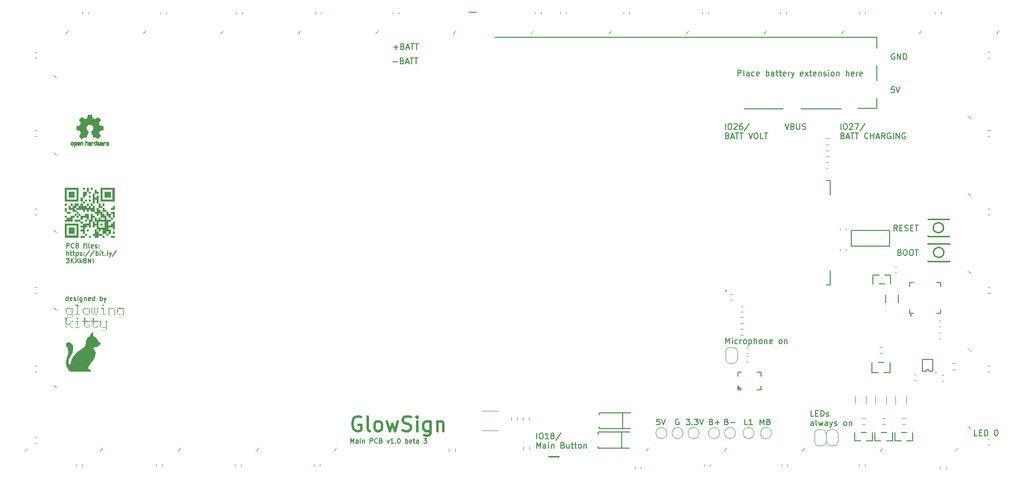
<source format=gbr>
%TF.GenerationSoftware,KiCad,Pcbnew,(6.0.6-0)*%
%TF.CreationDate,2022-09-08T22:47:46-07:00*%
%TF.ProjectId,GlowSignMainPCB,476c6f77-5369-4676-9e4d-61696e504342,rev?*%
%TF.SameCoordinates,Original*%
%TF.FileFunction,Legend,Top*%
%TF.FilePolarity,Positive*%
%FSLAX46Y46*%
G04 Gerber Fmt 4.6, Leading zero omitted, Abs format (unit mm)*
G04 Created by KiCad (PCBNEW (6.0.6-0)) date 2022-09-08 22:47:46*
%MOMM*%
%LPD*%
G01*
G04 APERTURE LIST*
%ADD10C,0.150000*%
%ADD11C,0.200000*%
%ADD12C,0.400000*%
%ADD13C,0.120000*%
%ADD14C,0.152400*%
%ADD15C,0.059995*%
%ADD16C,0.127000*%
%ADD17C,0.254001*%
%ADD18C,0.300000*%
%ADD19C,0.131597*%
%ADD20C,0.010000*%
%ADD21C,0.151994*%
G04 APERTURE END LIST*
D10*
X155427995Y-135029380D02*
X155427995Y-134029380D01*
X156094661Y-134029380D02*
X156285138Y-134029380D01*
X156380376Y-134077000D01*
X156475614Y-134172238D01*
X156523233Y-134362714D01*
X156523233Y-134696047D01*
X156475614Y-134886523D01*
X156380376Y-134981761D01*
X156285138Y-135029380D01*
X156094661Y-135029380D01*
X155999423Y-134981761D01*
X155904185Y-134886523D01*
X155856566Y-134696047D01*
X155856566Y-134362714D01*
X155904185Y-134172238D01*
X155999423Y-134077000D01*
X156094661Y-134029380D01*
X157475614Y-135029380D02*
X156904185Y-135029380D01*
X157189900Y-135029380D02*
X157189900Y-134029380D01*
X157094661Y-134172238D01*
X156999423Y-134267476D01*
X156904185Y-134315095D01*
X158047042Y-134457952D02*
X157951804Y-134410333D01*
X157904185Y-134362714D01*
X157856566Y-134267476D01*
X157856566Y-134219857D01*
X157904185Y-134124619D01*
X157951804Y-134077000D01*
X158047042Y-134029380D01*
X158237519Y-134029380D01*
X158332757Y-134077000D01*
X158380376Y-134124619D01*
X158427995Y-134219857D01*
X158427995Y-134267476D01*
X158380376Y-134362714D01*
X158332757Y-134410333D01*
X158237519Y-134457952D01*
X158047042Y-134457952D01*
X157951804Y-134505571D01*
X157904185Y-134553190D01*
X157856566Y-134648428D01*
X157856566Y-134838904D01*
X157904185Y-134934142D01*
X157951804Y-134981761D01*
X158047042Y-135029380D01*
X158237519Y-135029380D01*
X158332757Y-134981761D01*
X158380376Y-134934142D01*
X158427995Y-134838904D01*
X158427995Y-134648428D01*
X158380376Y-134553190D01*
X158332757Y-134505571D01*
X158237519Y-134457952D01*
X159570852Y-133981761D02*
X158713709Y-135267476D01*
X155427995Y-136639380D02*
X155427995Y-135639380D01*
X155761328Y-136353666D01*
X156094661Y-135639380D01*
X156094661Y-136639380D01*
X156999423Y-136639380D02*
X156999423Y-136115571D01*
X156951804Y-136020333D01*
X156856566Y-135972714D01*
X156666090Y-135972714D01*
X156570852Y-136020333D01*
X156999423Y-136591761D02*
X156904185Y-136639380D01*
X156666090Y-136639380D01*
X156570852Y-136591761D01*
X156523233Y-136496523D01*
X156523233Y-136401285D01*
X156570852Y-136306047D01*
X156666090Y-136258428D01*
X156904185Y-136258428D01*
X156999423Y-136210809D01*
X157475614Y-136639380D02*
X157475614Y-135972714D01*
X157475614Y-135639380D02*
X157427995Y-135687000D01*
X157475614Y-135734619D01*
X157523233Y-135687000D01*
X157475614Y-135639380D01*
X157475614Y-135734619D01*
X157951804Y-135972714D02*
X157951804Y-136639380D01*
X157951804Y-136067952D02*
X157999423Y-136020333D01*
X158094661Y-135972714D01*
X158237519Y-135972714D01*
X158332757Y-136020333D01*
X158380376Y-136115571D01*
X158380376Y-136639380D01*
X159951804Y-136115571D02*
X160094661Y-136163190D01*
X160142280Y-136210809D01*
X160189900Y-136306047D01*
X160189900Y-136448904D01*
X160142280Y-136544142D01*
X160094661Y-136591761D01*
X159999423Y-136639380D01*
X159618471Y-136639380D01*
X159618471Y-135639380D01*
X159951804Y-135639380D01*
X160047042Y-135687000D01*
X160094661Y-135734619D01*
X160142280Y-135829857D01*
X160142280Y-135925095D01*
X160094661Y-136020333D01*
X160047042Y-136067952D01*
X159951804Y-136115571D01*
X159618471Y-136115571D01*
X161047042Y-135972714D02*
X161047042Y-136639380D01*
X160618471Y-135972714D02*
X160618471Y-136496523D01*
X160666090Y-136591761D01*
X160761328Y-136639380D01*
X160904185Y-136639380D01*
X160999423Y-136591761D01*
X161047042Y-136544142D01*
X161380376Y-135972714D02*
X161761328Y-135972714D01*
X161523233Y-135639380D02*
X161523233Y-136496523D01*
X161570852Y-136591761D01*
X161666090Y-136639380D01*
X161761328Y-136639380D01*
X161951804Y-135972714D02*
X162332757Y-135972714D01*
X162094661Y-135639380D02*
X162094661Y-136496523D01*
X162142280Y-136591761D01*
X162237519Y-136639380D01*
X162332757Y-136639380D01*
X162808947Y-136639380D02*
X162713709Y-136591761D01*
X162666090Y-136544142D01*
X162618471Y-136448904D01*
X162618471Y-136163190D01*
X162666090Y-136067952D01*
X162713709Y-136020333D01*
X162808947Y-135972714D01*
X162951804Y-135972714D01*
X163047042Y-136020333D01*
X163094661Y-136067952D01*
X163142280Y-136163190D01*
X163142280Y-136448904D01*
X163094661Y-136544142D01*
X163047042Y-136591761D01*
X162951804Y-136639380D01*
X162808947Y-136639380D01*
X163570852Y-135972714D02*
X163570852Y-136639380D01*
X163570852Y-136067952D02*
X163618471Y-136020333D01*
X163713709Y-135972714D01*
X163856566Y-135972714D01*
X163951804Y-136020333D01*
X163999423Y-136115571D01*
X163999423Y-136639380D01*
X203198985Y-131117780D02*
X202722795Y-131117780D01*
X202722795Y-130117780D01*
X203532319Y-130593971D02*
X203865652Y-130593971D01*
X204008509Y-131117780D02*
X203532319Y-131117780D01*
X203532319Y-130117780D01*
X204008509Y-130117780D01*
X204437080Y-131117780D02*
X204437080Y-130117780D01*
X204675176Y-130117780D01*
X204818033Y-130165400D01*
X204913271Y-130260638D01*
X204960890Y-130355876D01*
X205008509Y-130546352D01*
X205008509Y-130689209D01*
X204960890Y-130879685D01*
X204913271Y-130974923D01*
X204818033Y-131070161D01*
X204675176Y-131117780D01*
X204437080Y-131117780D01*
X205389461Y-131070161D02*
X205484700Y-131117780D01*
X205675176Y-131117780D01*
X205770414Y-131070161D01*
X205818033Y-130974923D01*
X205818033Y-130927304D01*
X205770414Y-130832066D01*
X205675176Y-130784447D01*
X205532319Y-130784447D01*
X205437080Y-130736828D01*
X205389461Y-130641590D01*
X205389461Y-130593971D01*
X205437080Y-130498733D01*
X205532319Y-130451114D01*
X205675176Y-130451114D01*
X205770414Y-130498733D01*
X203151366Y-132727780D02*
X203151366Y-132203971D01*
X203103747Y-132108733D01*
X203008509Y-132061114D01*
X202818033Y-132061114D01*
X202722795Y-132108733D01*
X203151366Y-132680161D02*
X203056128Y-132727780D01*
X202818033Y-132727780D01*
X202722795Y-132680161D01*
X202675176Y-132584923D01*
X202675176Y-132489685D01*
X202722795Y-132394447D01*
X202818033Y-132346828D01*
X203056128Y-132346828D01*
X203151366Y-132299209D01*
X203770414Y-132727780D02*
X203675176Y-132680161D01*
X203627557Y-132584923D01*
X203627557Y-131727780D01*
X204056128Y-132061114D02*
X204246604Y-132727780D01*
X204437080Y-132251590D01*
X204627557Y-132727780D01*
X204818033Y-132061114D01*
X205627557Y-132727780D02*
X205627557Y-132203971D01*
X205579938Y-132108733D01*
X205484700Y-132061114D01*
X205294223Y-132061114D01*
X205198985Y-132108733D01*
X205627557Y-132680161D02*
X205532319Y-132727780D01*
X205294223Y-132727780D01*
X205198985Y-132680161D01*
X205151366Y-132584923D01*
X205151366Y-132489685D01*
X205198985Y-132394447D01*
X205294223Y-132346828D01*
X205532319Y-132346828D01*
X205627557Y-132299209D01*
X206008509Y-132061114D02*
X206246604Y-132727780D01*
X206484700Y-132061114D02*
X206246604Y-132727780D01*
X206151366Y-132965876D01*
X206103747Y-133013495D01*
X206008509Y-133061114D01*
X206818033Y-132680161D02*
X206913271Y-132727780D01*
X207103747Y-132727780D01*
X207198985Y-132680161D01*
X207246604Y-132584923D01*
X207246604Y-132537304D01*
X207198985Y-132442066D01*
X207103747Y-132394447D01*
X206960890Y-132394447D01*
X206865652Y-132346828D01*
X206818033Y-132251590D01*
X206818033Y-132203971D01*
X206865652Y-132108733D01*
X206960890Y-132061114D01*
X207103747Y-132061114D01*
X207198985Y-132108733D01*
X208579938Y-132727780D02*
X208484700Y-132680161D01*
X208437080Y-132632542D01*
X208389461Y-132537304D01*
X208389461Y-132251590D01*
X208437080Y-132156352D01*
X208484700Y-132108733D01*
X208579938Y-132061114D01*
X208722795Y-132061114D01*
X208818033Y-132108733D01*
X208865652Y-132156352D01*
X208913271Y-132251590D01*
X208913271Y-132537304D01*
X208865652Y-132632542D01*
X208818033Y-132680161D01*
X208722795Y-132727780D01*
X208579938Y-132727780D01*
X209341842Y-132061114D02*
X209341842Y-132727780D01*
X209341842Y-132156352D02*
X209389461Y-132108733D01*
X209484700Y-132061114D01*
X209627557Y-132061114D01*
X209722795Y-132108733D01*
X209770414Y-132203971D01*
X209770414Y-132727780D01*
X188041595Y-118562380D02*
X188041595Y-117562380D01*
X188374928Y-118276666D01*
X188708261Y-117562380D01*
X188708261Y-118562380D01*
X189184452Y-118562380D02*
X189184452Y-117895714D01*
X189184452Y-117562380D02*
X189136833Y-117610000D01*
X189184452Y-117657619D01*
X189232071Y-117610000D01*
X189184452Y-117562380D01*
X189184452Y-117657619D01*
X190089214Y-118514761D02*
X189993976Y-118562380D01*
X189803500Y-118562380D01*
X189708261Y-118514761D01*
X189660642Y-118467142D01*
X189613023Y-118371904D01*
X189613023Y-118086190D01*
X189660642Y-117990952D01*
X189708261Y-117943333D01*
X189803500Y-117895714D01*
X189993976Y-117895714D01*
X190089214Y-117943333D01*
X190517785Y-118562380D02*
X190517785Y-117895714D01*
X190517785Y-118086190D02*
X190565404Y-117990952D01*
X190613023Y-117943333D01*
X190708261Y-117895714D01*
X190803500Y-117895714D01*
X191279690Y-118562380D02*
X191184452Y-118514761D01*
X191136833Y-118467142D01*
X191089214Y-118371904D01*
X191089214Y-118086190D01*
X191136833Y-117990952D01*
X191184452Y-117943333D01*
X191279690Y-117895714D01*
X191422547Y-117895714D01*
X191517785Y-117943333D01*
X191565404Y-117990952D01*
X191613023Y-118086190D01*
X191613023Y-118371904D01*
X191565404Y-118467142D01*
X191517785Y-118514761D01*
X191422547Y-118562380D01*
X191279690Y-118562380D01*
X192041595Y-117895714D02*
X192041595Y-118895714D01*
X192041595Y-117943333D02*
X192136833Y-117895714D01*
X192327309Y-117895714D01*
X192422547Y-117943333D01*
X192470166Y-117990952D01*
X192517785Y-118086190D01*
X192517785Y-118371904D01*
X192470166Y-118467142D01*
X192422547Y-118514761D01*
X192327309Y-118562380D01*
X192136833Y-118562380D01*
X192041595Y-118514761D01*
X192946357Y-118562380D02*
X192946357Y-117562380D01*
X193374928Y-118562380D02*
X193374928Y-118038571D01*
X193327309Y-117943333D01*
X193232071Y-117895714D01*
X193089214Y-117895714D01*
X192993976Y-117943333D01*
X192946357Y-117990952D01*
X193993976Y-118562380D02*
X193898738Y-118514761D01*
X193851119Y-118467142D01*
X193803500Y-118371904D01*
X193803500Y-118086190D01*
X193851119Y-117990952D01*
X193898738Y-117943333D01*
X193993976Y-117895714D01*
X194136833Y-117895714D01*
X194232071Y-117943333D01*
X194279690Y-117990952D01*
X194327309Y-118086190D01*
X194327309Y-118371904D01*
X194279690Y-118467142D01*
X194232071Y-118514761D01*
X194136833Y-118562380D01*
X193993976Y-118562380D01*
X194755880Y-117895714D02*
X194755880Y-118562380D01*
X194755880Y-117990952D02*
X194803500Y-117943333D01*
X194898738Y-117895714D01*
X195041595Y-117895714D01*
X195136833Y-117943333D01*
X195184452Y-118038571D01*
X195184452Y-118562380D01*
X196041595Y-118514761D02*
X195946357Y-118562380D01*
X195755880Y-118562380D01*
X195660642Y-118514761D01*
X195613023Y-118419523D01*
X195613023Y-118038571D01*
X195660642Y-117943333D01*
X195755880Y-117895714D01*
X195946357Y-117895714D01*
X196041595Y-117943333D01*
X196089214Y-118038571D01*
X196089214Y-118133809D01*
X195613023Y-118229047D01*
X197422547Y-118562380D02*
X197327309Y-118514761D01*
X197279690Y-118467142D01*
X197232071Y-118371904D01*
X197232071Y-118086190D01*
X197279690Y-117990952D01*
X197327309Y-117943333D01*
X197422547Y-117895714D01*
X197565404Y-117895714D01*
X197660642Y-117943333D01*
X197708261Y-117990952D01*
X197755880Y-118086190D01*
X197755880Y-118371904D01*
X197708261Y-118467142D01*
X197660642Y-118514761D01*
X197565404Y-118562380D01*
X197422547Y-118562380D01*
X198184452Y-117895714D02*
X198184452Y-118562380D01*
X198184452Y-117990952D02*
X198232071Y-117943333D01*
X198327309Y-117895714D01*
X198470166Y-117895714D01*
X198565404Y-117943333D01*
X198613023Y-118038571D01*
X198613023Y-118562380D01*
D11*
X214122000Y-65633600D02*
X148234400Y-65633600D01*
X214122000Y-65633600D02*
X214122000Y-67513200D01*
D10*
X214122000Y-77978000D02*
X210921600Y-77978000D01*
X214122000Y-76200000D02*
X214122000Y-77978000D01*
X197967600Y-78028800D02*
X191211200Y-78028800D01*
X200964800Y-78028800D02*
X207975200Y-78028800D01*
D11*
X214122000Y-70459600D02*
X214122000Y-73101200D01*
X143738600Y-61315600D02*
X145008600Y-61315600D01*
D10*
X198261938Y-80579980D02*
X198595271Y-81579980D01*
X198928604Y-80579980D01*
X199595271Y-81056171D02*
X199738128Y-81103790D01*
X199785747Y-81151409D01*
X199833366Y-81246647D01*
X199833366Y-81389504D01*
X199785747Y-81484742D01*
X199738128Y-81532361D01*
X199642890Y-81579980D01*
X199261938Y-81579980D01*
X199261938Y-80579980D01*
X199595271Y-80579980D01*
X199690509Y-80627600D01*
X199738128Y-80675219D01*
X199785747Y-80770457D01*
X199785747Y-80865695D01*
X199738128Y-80960933D01*
X199690509Y-81008552D01*
X199595271Y-81056171D01*
X199261938Y-81056171D01*
X200261938Y-80579980D02*
X200261938Y-81389504D01*
X200309557Y-81484742D01*
X200357176Y-81532361D01*
X200452414Y-81579980D01*
X200642890Y-81579980D01*
X200738128Y-81532361D01*
X200785747Y-81484742D01*
X200833366Y-81389504D01*
X200833366Y-80579980D01*
X201261938Y-81532361D02*
X201404795Y-81579980D01*
X201642890Y-81579980D01*
X201738128Y-81532361D01*
X201785747Y-81484742D01*
X201833366Y-81389504D01*
X201833366Y-81294266D01*
X201785747Y-81199028D01*
X201738128Y-81151409D01*
X201642890Y-81103790D01*
X201452414Y-81056171D01*
X201357176Y-81008552D01*
X201309557Y-80960933D01*
X201261938Y-80865695D01*
X201261938Y-80770457D01*
X201309557Y-80675219D01*
X201357176Y-80627600D01*
X201452414Y-80579980D01*
X201690509Y-80579980D01*
X201833366Y-80627600D01*
X188174380Y-132059371D02*
X188317238Y-132106990D01*
X188364857Y-132154609D01*
X188412476Y-132249847D01*
X188412476Y-132392704D01*
X188364857Y-132487942D01*
X188317238Y-132535561D01*
X188222000Y-132583180D01*
X187841047Y-132583180D01*
X187841047Y-131583180D01*
X188174380Y-131583180D01*
X188269619Y-131630800D01*
X188317238Y-131678419D01*
X188364857Y-131773657D01*
X188364857Y-131868895D01*
X188317238Y-131964133D01*
X188269619Y-132011752D01*
X188174380Y-132059371D01*
X187841047Y-132059371D01*
X188841047Y-132202228D02*
X189602952Y-132202228D01*
X123325576Y-135743904D02*
X123325576Y-134943904D01*
X123592242Y-135515333D01*
X123858909Y-134943904D01*
X123858909Y-135743904D01*
X124582719Y-135743904D02*
X124582719Y-135324857D01*
X124544623Y-135248666D01*
X124468433Y-135210571D01*
X124316052Y-135210571D01*
X124239861Y-135248666D01*
X124582719Y-135705809D02*
X124506528Y-135743904D01*
X124316052Y-135743904D01*
X124239861Y-135705809D01*
X124201766Y-135629619D01*
X124201766Y-135553428D01*
X124239861Y-135477238D01*
X124316052Y-135439142D01*
X124506528Y-135439142D01*
X124582719Y-135401047D01*
X124963671Y-135743904D02*
X124963671Y-135210571D01*
X124963671Y-134943904D02*
X124925576Y-134982000D01*
X124963671Y-135020095D01*
X125001766Y-134982000D01*
X124963671Y-134943904D01*
X124963671Y-135020095D01*
X125344623Y-135210571D02*
X125344623Y-135743904D01*
X125344623Y-135286761D02*
X125382719Y-135248666D01*
X125458909Y-135210571D01*
X125573195Y-135210571D01*
X125649385Y-135248666D01*
X125687480Y-135324857D01*
X125687480Y-135743904D01*
X126677957Y-135743904D02*
X126677957Y-134943904D01*
X126982719Y-134943904D01*
X127058909Y-134982000D01*
X127097004Y-135020095D01*
X127135100Y-135096285D01*
X127135100Y-135210571D01*
X127097004Y-135286761D01*
X127058909Y-135324857D01*
X126982719Y-135362952D01*
X126677957Y-135362952D01*
X127935100Y-135667714D02*
X127897004Y-135705809D01*
X127782719Y-135743904D01*
X127706528Y-135743904D01*
X127592242Y-135705809D01*
X127516052Y-135629619D01*
X127477957Y-135553428D01*
X127439861Y-135401047D01*
X127439861Y-135286761D01*
X127477957Y-135134380D01*
X127516052Y-135058190D01*
X127592242Y-134982000D01*
X127706528Y-134943904D01*
X127782719Y-134943904D01*
X127897004Y-134982000D01*
X127935100Y-135020095D01*
X128544623Y-135324857D02*
X128658909Y-135362952D01*
X128697004Y-135401047D01*
X128735100Y-135477238D01*
X128735100Y-135591523D01*
X128697004Y-135667714D01*
X128658909Y-135705809D01*
X128582719Y-135743904D01*
X128277957Y-135743904D01*
X128277957Y-134943904D01*
X128544623Y-134943904D01*
X128620814Y-134982000D01*
X128658909Y-135020095D01*
X128697004Y-135096285D01*
X128697004Y-135172476D01*
X128658909Y-135248666D01*
X128620814Y-135286761D01*
X128544623Y-135324857D01*
X128277957Y-135324857D01*
X129611290Y-135210571D02*
X129801766Y-135743904D01*
X129992242Y-135210571D01*
X130716052Y-135743904D02*
X130258909Y-135743904D01*
X130487480Y-135743904D02*
X130487480Y-134943904D01*
X130411290Y-135058190D01*
X130335100Y-135134380D01*
X130258909Y-135172476D01*
X131058909Y-135667714D02*
X131097004Y-135705809D01*
X131058909Y-135743904D01*
X131020814Y-135705809D01*
X131058909Y-135667714D01*
X131058909Y-135743904D01*
X131592242Y-134943904D02*
X131668433Y-134943904D01*
X131744623Y-134982000D01*
X131782719Y-135020095D01*
X131820814Y-135096285D01*
X131858909Y-135248666D01*
X131858909Y-135439142D01*
X131820814Y-135591523D01*
X131782719Y-135667714D01*
X131744623Y-135705809D01*
X131668433Y-135743904D01*
X131592242Y-135743904D01*
X131516052Y-135705809D01*
X131477957Y-135667714D01*
X131439861Y-135591523D01*
X131401766Y-135439142D01*
X131401766Y-135248666D01*
X131439861Y-135096285D01*
X131477957Y-135020095D01*
X131516052Y-134982000D01*
X131592242Y-134943904D01*
X132811290Y-135743904D02*
X132811290Y-134943904D01*
X132811290Y-135248666D02*
X132887480Y-135210571D01*
X133039861Y-135210571D01*
X133116052Y-135248666D01*
X133154147Y-135286761D01*
X133192242Y-135362952D01*
X133192242Y-135591523D01*
X133154147Y-135667714D01*
X133116052Y-135705809D01*
X133039861Y-135743904D01*
X132887480Y-135743904D01*
X132811290Y-135705809D01*
X133839861Y-135705809D02*
X133763671Y-135743904D01*
X133611290Y-135743904D01*
X133535100Y-135705809D01*
X133497004Y-135629619D01*
X133497004Y-135324857D01*
X133535100Y-135248666D01*
X133611290Y-135210571D01*
X133763671Y-135210571D01*
X133839861Y-135248666D01*
X133877957Y-135324857D01*
X133877957Y-135401047D01*
X133497004Y-135477238D01*
X134106528Y-135210571D02*
X134411290Y-135210571D01*
X134220814Y-134943904D02*
X134220814Y-135629619D01*
X134258909Y-135705809D01*
X134335100Y-135743904D01*
X134411290Y-135743904D01*
X135020814Y-135743904D02*
X135020814Y-135324857D01*
X134982719Y-135248666D01*
X134906528Y-135210571D01*
X134754147Y-135210571D01*
X134677957Y-135248666D01*
X135020814Y-135705809D02*
X134944623Y-135743904D01*
X134754147Y-135743904D01*
X134677957Y-135705809D01*
X134639861Y-135629619D01*
X134639861Y-135553428D01*
X134677957Y-135477238D01*
X134754147Y-135439142D01*
X134944623Y-135439142D01*
X135020814Y-135401047D01*
X135935100Y-134943904D02*
X136430338Y-134943904D01*
X136163671Y-135248666D01*
X136277957Y-135248666D01*
X136354147Y-135286761D01*
X136392242Y-135324857D01*
X136430338Y-135401047D01*
X136430338Y-135591523D01*
X136392242Y-135667714D01*
X136354147Y-135705809D01*
X136277957Y-135743904D01*
X136049385Y-135743904D01*
X135973195Y-135705809D01*
X135935100Y-135667714D01*
X74303576Y-102045504D02*
X74303576Y-101245504D01*
X74608338Y-101245504D01*
X74684528Y-101283600D01*
X74722623Y-101321695D01*
X74760719Y-101397885D01*
X74760719Y-101512171D01*
X74722623Y-101588361D01*
X74684528Y-101626457D01*
X74608338Y-101664552D01*
X74303576Y-101664552D01*
X75560719Y-101969314D02*
X75522623Y-102007409D01*
X75408338Y-102045504D01*
X75332147Y-102045504D01*
X75217861Y-102007409D01*
X75141671Y-101931219D01*
X75103576Y-101855028D01*
X75065480Y-101702647D01*
X75065480Y-101588361D01*
X75103576Y-101435980D01*
X75141671Y-101359790D01*
X75217861Y-101283600D01*
X75332147Y-101245504D01*
X75408338Y-101245504D01*
X75522623Y-101283600D01*
X75560719Y-101321695D01*
X76170242Y-101626457D02*
X76284528Y-101664552D01*
X76322623Y-101702647D01*
X76360719Y-101778838D01*
X76360719Y-101893123D01*
X76322623Y-101969314D01*
X76284528Y-102007409D01*
X76208338Y-102045504D01*
X75903576Y-102045504D01*
X75903576Y-101245504D01*
X76170242Y-101245504D01*
X76246433Y-101283600D01*
X76284528Y-101321695D01*
X76322623Y-101397885D01*
X76322623Y-101474076D01*
X76284528Y-101550266D01*
X76246433Y-101588361D01*
X76170242Y-101626457D01*
X75903576Y-101626457D01*
X77198814Y-101512171D02*
X77503576Y-101512171D01*
X77313100Y-102045504D02*
X77313100Y-101359790D01*
X77351195Y-101283600D01*
X77427385Y-101245504D01*
X77503576Y-101245504D01*
X77770242Y-102045504D02*
X77770242Y-101512171D01*
X77770242Y-101245504D02*
X77732147Y-101283600D01*
X77770242Y-101321695D01*
X77808338Y-101283600D01*
X77770242Y-101245504D01*
X77770242Y-101321695D01*
X78265480Y-102045504D02*
X78189290Y-102007409D01*
X78151195Y-101931219D01*
X78151195Y-101245504D01*
X78875004Y-102007409D02*
X78798814Y-102045504D01*
X78646433Y-102045504D01*
X78570242Y-102007409D01*
X78532147Y-101931219D01*
X78532147Y-101626457D01*
X78570242Y-101550266D01*
X78646433Y-101512171D01*
X78798814Y-101512171D01*
X78875004Y-101550266D01*
X78913100Y-101626457D01*
X78913100Y-101702647D01*
X78532147Y-101778838D01*
X79217861Y-102007409D02*
X79294052Y-102045504D01*
X79446433Y-102045504D01*
X79522623Y-102007409D01*
X79560719Y-101931219D01*
X79560719Y-101893123D01*
X79522623Y-101816933D01*
X79446433Y-101778838D01*
X79332147Y-101778838D01*
X79255957Y-101740742D01*
X79217861Y-101664552D01*
X79217861Y-101626457D01*
X79255957Y-101550266D01*
X79332147Y-101512171D01*
X79446433Y-101512171D01*
X79522623Y-101550266D01*
X79903576Y-101969314D02*
X79941671Y-102007409D01*
X79903576Y-102045504D01*
X79865480Y-102007409D01*
X79903576Y-101969314D01*
X79903576Y-102045504D01*
X79903576Y-101550266D02*
X79941671Y-101588361D01*
X79903576Y-101626457D01*
X79865480Y-101588361D01*
X79903576Y-101550266D01*
X79903576Y-101626457D01*
X74303576Y-103333504D02*
X74303576Y-102533504D01*
X74646433Y-103333504D02*
X74646433Y-102914457D01*
X74608338Y-102838266D01*
X74532147Y-102800171D01*
X74417861Y-102800171D01*
X74341671Y-102838266D01*
X74303576Y-102876361D01*
X74913100Y-102800171D02*
X75217861Y-102800171D01*
X75027385Y-102533504D02*
X75027385Y-103219219D01*
X75065480Y-103295409D01*
X75141671Y-103333504D01*
X75217861Y-103333504D01*
X75370242Y-102800171D02*
X75675004Y-102800171D01*
X75484528Y-102533504D02*
X75484528Y-103219219D01*
X75522623Y-103295409D01*
X75598814Y-103333504D01*
X75675004Y-103333504D01*
X75941671Y-102800171D02*
X75941671Y-103600171D01*
X75941671Y-102838266D02*
X76017861Y-102800171D01*
X76170242Y-102800171D01*
X76246433Y-102838266D01*
X76284528Y-102876361D01*
X76322623Y-102952552D01*
X76322623Y-103181123D01*
X76284528Y-103257314D01*
X76246433Y-103295409D01*
X76170242Y-103333504D01*
X76017861Y-103333504D01*
X75941671Y-103295409D01*
X76627385Y-103295409D02*
X76703576Y-103333504D01*
X76855957Y-103333504D01*
X76932147Y-103295409D01*
X76970242Y-103219219D01*
X76970242Y-103181123D01*
X76932147Y-103104933D01*
X76855957Y-103066838D01*
X76741671Y-103066838D01*
X76665480Y-103028742D01*
X76627385Y-102952552D01*
X76627385Y-102914457D01*
X76665480Y-102838266D01*
X76741671Y-102800171D01*
X76855957Y-102800171D01*
X76932147Y-102838266D01*
X77313100Y-103257314D02*
X77351195Y-103295409D01*
X77313100Y-103333504D01*
X77275004Y-103295409D01*
X77313100Y-103257314D01*
X77313100Y-103333504D01*
X77313100Y-102838266D02*
X77351195Y-102876361D01*
X77313100Y-102914457D01*
X77275004Y-102876361D01*
X77313100Y-102838266D01*
X77313100Y-102914457D01*
X78265480Y-102495409D02*
X77579766Y-103523980D01*
X79103576Y-102495409D02*
X78417861Y-103523980D01*
X79370242Y-103333504D02*
X79370242Y-102533504D01*
X79370242Y-102838266D02*
X79446433Y-102800171D01*
X79598814Y-102800171D01*
X79675004Y-102838266D01*
X79713100Y-102876361D01*
X79751195Y-102952552D01*
X79751195Y-103181123D01*
X79713100Y-103257314D01*
X79675004Y-103295409D01*
X79598814Y-103333504D01*
X79446433Y-103333504D01*
X79370242Y-103295409D01*
X80094052Y-103333504D02*
X80094052Y-102800171D01*
X80094052Y-102533504D02*
X80055957Y-102571600D01*
X80094052Y-102609695D01*
X80132147Y-102571600D01*
X80094052Y-102533504D01*
X80094052Y-102609695D01*
X80360719Y-102800171D02*
X80665480Y-102800171D01*
X80475004Y-102533504D02*
X80475004Y-103219219D01*
X80513100Y-103295409D01*
X80589290Y-103333504D01*
X80665480Y-103333504D01*
X80932147Y-103257314D02*
X80970242Y-103295409D01*
X80932147Y-103333504D01*
X80894052Y-103295409D01*
X80932147Y-103257314D01*
X80932147Y-103333504D01*
X81427385Y-103333504D02*
X81351195Y-103295409D01*
X81313100Y-103219219D01*
X81313100Y-102533504D01*
X81655957Y-102800171D02*
X81846433Y-103333504D01*
X82036909Y-102800171D02*
X81846433Y-103333504D01*
X81770242Y-103523980D01*
X81732147Y-103562076D01*
X81655957Y-103600171D01*
X82913100Y-102495409D02*
X82227385Y-103523980D01*
X74227385Y-103821504D02*
X74722623Y-103821504D01*
X74455957Y-104126266D01*
X74570242Y-104126266D01*
X74646433Y-104164361D01*
X74684528Y-104202457D01*
X74722623Y-104278647D01*
X74722623Y-104469123D01*
X74684528Y-104545314D01*
X74646433Y-104583409D01*
X74570242Y-104621504D01*
X74341671Y-104621504D01*
X74265480Y-104583409D01*
X74227385Y-104545314D01*
X75065480Y-104621504D02*
X75065480Y-103821504D01*
X75522623Y-104621504D02*
X75179766Y-104164361D01*
X75522623Y-103821504D02*
X75065480Y-104278647D01*
X75789290Y-103821504D02*
X76322623Y-104621504D01*
X76322623Y-103821504D02*
X75789290Y-104621504D01*
X76627385Y-104621504D02*
X76627385Y-103821504D01*
X76703576Y-104316742D02*
X76932147Y-104621504D01*
X76932147Y-104088171D02*
X76627385Y-104392933D01*
X77389290Y-104164361D02*
X77313100Y-104126266D01*
X77275004Y-104088171D01*
X77236909Y-104011980D01*
X77236909Y-103973885D01*
X77275004Y-103897695D01*
X77313100Y-103859600D01*
X77389290Y-103821504D01*
X77541671Y-103821504D01*
X77617861Y-103859600D01*
X77655957Y-103897695D01*
X77694052Y-103973885D01*
X77694052Y-104011980D01*
X77655957Y-104088171D01*
X77617861Y-104126266D01*
X77541671Y-104164361D01*
X77389290Y-104164361D01*
X77313100Y-104202457D01*
X77275004Y-104240552D01*
X77236909Y-104316742D01*
X77236909Y-104469123D01*
X77275004Y-104545314D01*
X77313100Y-104583409D01*
X77389290Y-104621504D01*
X77541671Y-104621504D01*
X77617861Y-104583409D01*
X77655957Y-104545314D01*
X77694052Y-104469123D01*
X77694052Y-104316742D01*
X77655957Y-104240552D01*
X77617861Y-104202457D01*
X77541671Y-104164361D01*
X78036909Y-104621504D02*
X78036909Y-103821504D01*
X78494052Y-104621504D01*
X78494052Y-103821504D01*
X78875004Y-104621504D02*
X78875004Y-103821504D01*
X218076590Y-102798571D02*
X218219447Y-102846190D01*
X218267066Y-102893809D01*
X218314685Y-102989047D01*
X218314685Y-103131904D01*
X218267066Y-103227142D01*
X218219447Y-103274761D01*
X218124209Y-103322380D01*
X217743256Y-103322380D01*
X217743256Y-102322380D01*
X218076590Y-102322380D01*
X218171828Y-102370000D01*
X218219447Y-102417619D01*
X218267066Y-102512857D01*
X218267066Y-102608095D01*
X218219447Y-102703333D01*
X218171828Y-102750952D01*
X218076590Y-102798571D01*
X217743256Y-102798571D01*
X218933733Y-102322380D02*
X219124209Y-102322380D01*
X219219447Y-102370000D01*
X219314685Y-102465238D01*
X219362304Y-102655714D01*
X219362304Y-102989047D01*
X219314685Y-103179523D01*
X219219447Y-103274761D01*
X219124209Y-103322380D01*
X218933733Y-103322380D01*
X218838494Y-103274761D01*
X218743256Y-103179523D01*
X218695637Y-102989047D01*
X218695637Y-102655714D01*
X218743256Y-102465238D01*
X218838494Y-102370000D01*
X218933733Y-102322380D01*
X219981352Y-102322380D02*
X220171828Y-102322380D01*
X220267066Y-102370000D01*
X220362304Y-102465238D01*
X220409923Y-102655714D01*
X220409923Y-102989047D01*
X220362304Y-103179523D01*
X220267066Y-103274761D01*
X220171828Y-103322380D01*
X219981352Y-103322380D01*
X219886113Y-103274761D01*
X219790875Y-103179523D01*
X219743256Y-102989047D01*
X219743256Y-102655714D01*
X219790875Y-102465238D01*
X219886113Y-102370000D01*
X219981352Y-102322380D01*
X220695637Y-102322380D02*
X221267066Y-102322380D01*
X220981352Y-103322380D02*
X220981352Y-102322380D01*
D12*
X124999161Y-131236400D02*
X124761066Y-131117352D01*
X124403923Y-131117352D01*
X124046780Y-131236400D01*
X123808685Y-131474495D01*
X123689638Y-131712590D01*
X123570590Y-132188780D01*
X123570590Y-132545923D01*
X123689638Y-133022114D01*
X123808685Y-133260209D01*
X124046780Y-133498304D01*
X124403923Y-133617352D01*
X124642019Y-133617352D01*
X124999161Y-133498304D01*
X125118209Y-133379257D01*
X125118209Y-132545923D01*
X124642019Y-132545923D01*
X126546780Y-133617352D02*
X126308685Y-133498304D01*
X126189638Y-133260209D01*
X126189638Y-131117352D01*
X127856304Y-133617352D02*
X127618209Y-133498304D01*
X127499161Y-133379257D01*
X127380114Y-133141161D01*
X127380114Y-132426876D01*
X127499161Y-132188780D01*
X127618209Y-132069733D01*
X127856304Y-131950685D01*
X128213447Y-131950685D01*
X128451542Y-132069733D01*
X128570590Y-132188780D01*
X128689638Y-132426876D01*
X128689638Y-133141161D01*
X128570590Y-133379257D01*
X128451542Y-133498304D01*
X128213447Y-133617352D01*
X127856304Y-133617352D01*
X129522971Y-131950685D02*
X129999161Y-133617352D01*
X130475352Y-132426876D01*
X130951542Y-133617352D01*
X131427733Y-131950685D01*
X132261066Y-133498304D02*
X132618209Y-133617352D01*
X133213447Y-133617352D01*
X133451542Y-133498304D01*
X133570590Y-133379257D01*
X133689638Y-133141161D01*
X133689638Y-132903066D01*
X133570590Y-132664971D01*
X133451542Y-132545923D01*
X133213447Y-132426876D01*
X132737257Y-132307828D01*
X132499161Y-132188780D01*
X132380114Y-132069733D01*
X132261066Y-131831638D01*
X132261066Y-131593542D01*
X132380114Y-131355447D01*
X132499161Y-131236400D01*
X132737257Y-131117352D01*
X133332495Y-131117352D01*
X133689638Y-131236400D01*
X134761066Y-133617352D02*
X134761066Y-131950685D01*
X134761066Y-131117352D02*
X134642019Y-131236400D01*
X134761066Y-131355447D01*
X134880114Y-131236400D01*
X134761066Y-131117352D01*
X134761066Y-131355447D01*
X137022971Y-131950685D02*
X137022971Y-133974495D01*
X136903923Y-134212590D01*
X136784876Y-134331638D01*
X136546780Y-134450685D01*
X136189638Y-134450685D01*
X135951542Y-134331638D01*
X137022971Y-133498304D02*
X136784876Y-133617352D01*
X136308685Y-133617352D01*
X136070590Y-133498304D01*
X135951542Y-133379257D01*
X135832495Y-133141161D01*
X135832495Y-132426876D01*
X135951542Y-132188780D01*
X136070590Y-132069733D01*
X136308685Y-131950685D01*
X136784876Y-131950685D01*
X137022971Y-132069733D01*
X138213447Y-131950685D02*
X138213447Y-133617352D01*
X138213447Y-132188780D02*
X138332495Y-132069733D01*
X138570590Y-131950685D01*
X138927733Y-131950685D01*
X139165828Y-132069733D01*
X139284876Y-132307828D01*
X139284876Y-133617352D01*
D10*
X187990795Y-81579980D02*
X187990795Y-80579980D01*
X188657461Y-80579980D02*
X188847938Y-80579980D01*
X188943176Y-80627600D01*
X189038414Y-80722838D01*
X189086033Y-80913314D01*
X189086033Y-81246647D01*
X189038414Y-81437123D01*
X188943176Y-81532361D01*
X188847938Y-81579980D01*
X188657461Y-81579980D01*
X188562223Y-81532361D01*
X188466985Y-81437123D01*
X188419366Y-81246647D01*
X188419366Y-80913314D01*
X188466985Y-80722838D01*
X188562223Y-80627600D01*
X188657461Y-80579980D01*
X189466985Y-80675219D02*
X189514604Y-80627600D01*
X189609842Y-80579980D01*
X189847938Y-80579980D01*
X189943176Y-80627600D01*
X189990795Y-80675219D01*
X190038414Y-80770457D01*
X190038414Y-80865695D01*
X189990795Y-81008552D01*
X189419366Y-81579980D01*
X190038414Y-81579980D01*
X190895557Y-80579980D02*
X190705080Y-80579980D01*
X190609842Y-80627600D01*
X190562223Y-80675219D01*
X190466985Y-80818076D01*
X190419366Y-81008552D01*
X190419366Y-81389504D01*
X190466985Y-81484742D01*
X190514604Y-81532361D01*
X190609842Y-81579980D01*
X190800319Y-81579980D01*
X190895557Y-81532361D01*
X190943176Y-81484742D01*
X190990795Y-81389504D01*
X190990795Y-81151409D01*
X190943176Y-81056171D01*
X190895557Y-81008552D01*
X190800319Y-80960933D01*
X190609842Y-80960933D01*
X190514604Y-81008552D01*
X190466985Y-81056171D01*
X190419366Y-81151409D01*
X192133652Y-80532361D02*
X191276509Y-81818076D01*
X188324128Y-82666171D02*
X188466985Y-82713790D01*
X188514604Y-82761409D01*
X188562223Y-82856647D01*
X188562223Y-82999504D01*
X188514604Y-83094742D01*
X188466985Y-83142361D01*
X188371747Y-83189980D01*
X187990795Y-83189980D01*
X187990795Y-82189980D01*
X188324128Y-82189980D01*
X188419366Y-82237600D01*
X188466985Y-82285219D01*
X188514604Y-82380457D01*
X188514604Y-82475695D01*
X188466985Y-82570933D01*
X188419366Y-82618552D01*
X188324128Y-82666171D01*
X187990795Y-82666171D01*
X188943176Y-82904266D02*
X189419366Y-82904266D01*
X188847938Y-83189980D02*
X189181271Y-82189980D01*
X189514604Y-83189980D01*
X189705080Y-82189980D02*
X190276509Y-82189980D01*
X189990795Y-83189980D02*
X189990795Y-82189980D01*
X190466985Y-82189980D02*
X191038414Y-82189980D01*
X190752700Y-83189980D02*
X190752700Y-82189980D01*
X191990795Y-82189980D02*
X192324128Y-83189980D01*
X192657461Y-82189980D01*
X193181271Y-82189980D02*
X193371747Y-82189980D01*
X193466985Y-82237600D01*
X193562223Y-82332838D01*
X193609842Y-82523314D01*
X193609842Y-82856647D01*
X193562223Y-83047123D01*
X193466985Y-83142361D01*
X193371747Y-83189980D01*
X193181271Y-83189980D01*
X193086033Y-83142361D01*
X192990795Y-83047123D01*
X192943176Y-82856647D01*
X192943176Y-82523314D01*
X192990795Y-82332838D01*
X193086033Y-82237600D01*
X193181271Y-82189980D01*
X194514604Y-83189980D02*
X194038414Y-83189980D01*
X194038414Y-82189980D01*
X194705080Y-82189980D02*
X195276509Y-82189980D01*
X194990795Y-83189980D02*
X194990795Y-82189980D01*
X190125104Y-72334380D02*
X190125104Y-71334380D01*
X190506057Y-71334380D01*
X190601295Y-71382000D01*
X190648914Y-71429619D01*
X190696533Y-71524857D01*
X190696533Y-71667714D01*
X190648914Y-71762952D01*
X190601295Y-71810571D01*
X190506057Y-71858190D01*
X190125104Y-71858190D01*
X191267961Y-72334380D02*
X191172723Y-72286761D01*
X191125104Y-72191523D01*
X191125104Y-71334380D01*
X192077485Y-72334380D02*
X192077485Y-71810571D01*
X192029866Y-71715333D01*
X191934628Y-71667714D01*
X191744152Y-71667714D01*
X191648914Y-71715333D01*
X192077485Y-72286761D02*
X191982247Y-72334380D01*
X191744152Y-72334380D01*
X191648914Y-72286761D01*
X191601295Y-72191523D01*
X191601295Y-72096285D01*
X191648914Y-72001047D01*
X191744152Y-71953428D01*
X191982247Y-71953428D01*
X192077485Y-71905809D01*
X192982247Y-72286761D02*
X192887009Y-72334380D01*
X192696533Y-72334380D01*
X192601295Y-72286761D01*
X192553676Y-72239142D01*
X192506057Y-72143904D01*
X192506057Y-71858190D01*
X192553676Y-71762952D01*
X192601295Y-71715333D01*
X192696533Y-71667714D01*
X192887009Y-71667714D01*
X192982247Y-71715333D01*
X193791771Y-72286761D02*
X193696533Y-72334380D01*
X193506057Y-72334380D01*
X193410819Y-72286761D01*
X193363200Y-72191523D01*
X193363200Y-71810571D01*
X193410819Y-71715333D01*
X193506057Y-71667714D01*
X193696533Y-71667714D01*
X193791771Y-71715333D01*
X193839390Y-71810571D01*
X193839390Y-71905809D01*
X193363200Y-72001047D01*
X195029866Y-72334380D02*
X195029866Y-71334380D01*
X195029866Y-71715333D02*
X195125104Y-71667714D01*
X195315580Y-71667714D01*
X195410819Y-71715333D01*
X195458438Y-71762952D01*
X195506057Y-71858190D01*
X195506057Y-72143904D01*
X195458438Y-72239142D01*
X195410819Y-72286761D01*
X195315580Y-72334380D01*
X195125104Y-72334380D01*
X195029866Y-72286761D01*
X196363200Y-72334380D02*
X196363200Y-71810571D01*
X196315580Y-71715333D01*
X196220342Y-71667714D01*
X196029866Y-71667714D01*
X195934628Y-71715333D01*
X196363200Y-72286761D02*
X196267961Y-72334380D01*
X196029866Y-72334380D01*
X195934628Y-72286761D01*
X195887009Y-72191523D01*
X195887009Y-72096285D01*
X195934628Y-72001047D01*
X196029866Y-71953428D01*
X196267961Y-71953428D01*
X196363200Y-71905809D01*
X196696533Y-71667714D02*
X197077485Y-71667714D01*
X196839390Y-71334380D02*
X196839390Y-72191523D01*
X196887009Y-72286761D01*
X196982247Y-72334380D01*
X197077485Y-72334380D01*
X197267961Y-71667714D02*
X197648914Y-71667714D01*
X197410819Y-71334380D02*
X197410819Y-72191523D01*
X197458438Y-72286761D01*
X197553676Y-72334380D01*
X197648914Y-72334380D01*
X198363200Y-72286761D02*
X198267961Y-72334380D01*
X198077485Y-72334380D01*
X197982247Y-72286761D01*
X197934628Y-72191523D01*
X197934628Y-71810571D01*
X197982247Y-71715333D01*
X198077485Y-71667714D01*
X198267961Y-71667714D01*
X198363200Y-71715333D01*
X198410819Y-71810571D01*
X198410819Y-71905809D01*
X197934628Y-72001047D01*
X198839390Y-72334380D02*
X198839390Y-71667714D01*
X198839390Y-71858190D02*
X198887009Y-71762952D01*
X198934628Y-71715333D01*
X199029866Y-71667714D01*
X199125104Y-71667714D01*
X199363200Y-71667714D02*
X199601295Y-72334380D01*
X199839390Y-71667714D02*
X199601295Y-72334380D01*
X199506057Y-72572476D01*
X199458438Y-72620095D01*
X199363200Y-72667714D01*
X201363200Y-72286761D02*
X201267961Y-72334380D01*
X201077485Y-72334380D01*
X200982247Y-72286761D01*
X200934628Y-72191523D01*
X200934628Y-71810571D01*
X200982247Y-71715333D01*
X201077485Y-71667714D01*
X201267961Y-71667714D01*
X201363200Y-71715333D01*
X201410819Y-71810571D01*
X201410819Y-71905809D01*
X200934628Y-72001047D01*
X201744152Y-72334380D02*
X202267961Y-71667714D01*
X201744152Y-71667714D02*
X202267961Y-72334380D01*
X202506057Y-71667714D02*
X202887009Y-71667714D01*
X202648914Y-71334380D02*
X202648914Y-72191523D01*
X202696533Y-72286761D01*
X202791771Y-72334380D01*
X202887009Y-72334380D01*
X203601295Y-72286761D02*
X203506057Y-72334380D01*
X203315580Y-72334380D01*
X203220342Y-72286761D01*
X203172723Y-72191523D01*
X203172723Y-71810571D01*
X203220342Y-71715333D01*
X203315580Y-71667714D01*
X203506057Y-71667714D01*
X203601295Y-71715333D01*
X203648914Y-71810571D01*
X203648914Y-71905809D01*
X203172723Y-72001047D01*
X204077485Y-71667714D02*
X204077485Y-72334380D01*
X204077485Y-71762952D02*
X204125104Y-71715333D01*
X204220342Y-71667714D01*
X204363200Y-71667714D01*
X204458438Y-71715333D01*
X204506057Y-71810571D01*
X204506057Y-72334380D01*
X204934628Y-72286761D02*
X205029866Y-72334380D01*
X205220342Y-72334380D01*
X205315580Y-72286761D01*
X205363200Y-72191523D01*
X205363200Y-72143904D01*
X205315580Y-72048666D01*
X205220342Y-72001047D01*
X205077485Y-72001047D01*
X204982247Y-71953428D01*
X204934628Y-71858190D01*
X204934628Y-71810571D01*
X204982247Y-71715333D01*
X205077485Y-71667714D01*
X205220342Y-71667714D01*
X205315580Y-71715333D01*
X205791771Y-72334380D02*
X205791771Y-71667714D01*
X205791771Y-71334380D02*
X205744152Y-71382000D01*
X205791771Y-71429619D01*
X205839390Y-71382000D01*
X205791771Y-71334380D01*
X205791771Y-71429619D01*
X206410819Y-72334380D02*
X206315580Y-72286761D01*
X206267961Y-72239142D01*
X206220342Y-72143904D01*
X206220342Y-71858190D01*
X206267961Y-71762952D01*
X206315580Y-71715333D01*
X206410819Y-71667714D01*
X206553676Y-71667714D01*
X206648914Y-71715333D01*
X206696533Y-71762952D01*
X206744152Y-71858190D01*
X206744152Y-72143904D01*
X206696533Y-72239142D01*
X206648914Y-72286761D01*
X206553676Y-72334380D01*
X206410819Y-72334380D01*
X207172723Y-71667714D02*
X207172723Y-72334380D01*
X207172723Y-71762952D02*
X207220342Y-71715333D01*
X207315580Y-71667714D01*
X207458438Y-71667714D01*
X207553676Y-71715333D01*
X207601295Y-71810571D01*
X207601295Y-72334380D01*
X208839390Y-72334380D02*
X208839390Y-71334380D01*
X209267961Y-72334380D02*
X209267961Y-71810571D01*
X209220342Y-71715333D01*
X209125104Y-71667714D01*
X208982247Y-71667714D01*
X208887009Y-71715333D01*
X208839390Y-71762952D01*
X210125104Y-72286761D02*
X210029866Y-72334380D01*
X209839390Y-72334380D01*
X209744152Y-72286761D01*
X209696533Y-72191523D01*
X209696533Y-71810571D01*
X209744152Y-71715333D01*
X209839390Y-71667714D01*
X210029866Y-71667714D01*
X210125104Y-71715333D01*
X210172723Y-71810571D01*
X210172723Y-71905809D01*
X209696533Y-72001047D01*
X210601295Y-72334380D02*
X210601295Y-71667714D01*
X210601295Y-71858190D02*
X210648914Y-71762952D01*
X210696533Y-71715333D01*
X210791771Y-71667714D01*
X210887009Y-71667714D01*
X211601295Y-72286761D02*
X211506057Y-72334380D01*
X211315580Y-72334380D01*
X211220342Y-72286761D01*
X211172723Y-72191523D01*
X211172723Y-71810571D01*
X211220342Y-71715333D01*
X211315580Y-71667714D01*
X211506057Y-71667714D01*
X211601295Y-71715333D01*
X211648914Y-71810571D01*
X211648914Y-71905809D01*
X211172723Y-72001047D01*
X130719771Y-67381428D02*
X131481676Y-67381428D01*
X131100723Y-67762380D02*
X131100723Y-67000476D01*
X132291200Y-67238571D02*
X132434057Y-67286190D01*
X132481676Y-67333809D01*
X132529295Y-67429047D01*
X132529295Y-67571904D01*
X132481676Y-67667142D01*
X132434057Y-67714761D01*
X132338819Y-67762380D01*
X131957866Y-67762380D01*
X131957866Y-66762380D01*
X132291200Y-66762380D01*
X132386438Y-66810000D01*
X132434057Y-66857619D01*
X132481676Y-66952857D01*
X132481676Y-67048095D01*
X132434057Y-67143333D01*
X132386438Y-67190952D01*
X132291200Y-67238571D01*
X131957866Y-67238571D01*
X132910247Y-67476666D02*
X133386438Y-67476666D01*
X132815009Y-67762380D02*
X133148342Y-66762380D01*
X133481676Y-67762380D01*
X133672152Y-66762380D02*
X134243580Y-66762380D01*
X133957866Y-67762380D02*
X133957866Y-66762380D01*
X134434057Y-66762380D02*
X135005485Y-66762380D01*
X134719771Y-67762380D02*
X134719771Y-66762380D01*
X207904395Y-81579980D02*
X207904395Y-80579980D01*
X208571061Y-80579980D02*
X208761538Y-80579980D01*
X208856776Y-80627600D01*
X208952014Y-80722838D01*
X208999633Y-80913314D01*
X208999633Y-81246647D01*
X208952014Y-81437123D01*
X208856776Y-81532361D01*
X208761538Y-81579980D01*
X208571061Y-81579980D01*
X208475823Y-81532361D01*
X208380585Y-81437123D01*
X208332966Y-81246647D01*
X208332966Y-80913314D01*
X208380585Y-80722838D01*
X208475823Y-80627600D01*
X208571061Y-80579980D01*
X209380585Y-80675219D02*
X209428204Y-80627600D01*
X209523442Y-80579980D01*
X209761538Y-80579980D01*
X209856776Y-80627600D01*
X209904395Y-80675219D01*
X209952014Y-80770457D01*
X209952014Y-80865695D01*
X209904395Y-81008552D01*
X209332966Y-81579980D01*
X209952014Y-81579980D01*
X210285347Y-80579980D02*
X210952014Y-80579980D01*
X210523442Y-81579980D01*
X212047252Y-80532361D02*
X211190109Y-81818076D01*
X208237728Y-82666171D02*
X208380585Y-82713790D01*
X208428204Y-82761409D01*
X208475823Y-82856647D01*
X208475823Y-82999504D01*
X208428204Y-83094742D01*
X208380585Y-83142361D01*
X208285347Y-83189980D01*
X207904395Y-83189980D01*
X207904395Y-82189980D01*
X208237728Y-82189980D01*
X208332966Y-82237600D01*
X208380585Y-82285219D01*
X208428204Y-82380457D01*
X208428204Y-82475695D01*
X208380585Y-82570933D01*
X208332966Y-82618552D01*
X208237728Y-82666171D01*
X207904395Y-82666171D01*
X208856776Y-82904266D02*
X209332966Y-82904266D01*
X208761538Y-83189980D02*
X209094871Y-82189980D01*
X209428204Y-83189980D01*
X209618680Y-82189980D02*
X210190109Y-82189980D01*
X209904395Y-83189980D02*
X209904395Y-82189980D01*
X210380585Y-82189980D02*
X210952014Y-82189980D01*
X210666300Y-83189980D02*
X210666300Y-82189980D01*
X212618680Y-83094742D02*
X212571061Y-83142361D01*
X212428204Y-83189980D01*
X212332966Y-83189980D01*
X212190109Y-83142361D01*
X212094871Y-83047123D01*
X212047252Y-82951885D01*
X211999633Y-82761409D01*
X211999633Y-82618552D01*
X212047252Y-82428076D01*
X212094871Y-82332838D01*
X212190109Y-82237600D01*
X212332966Y-82189980D01*
X212428204Y-82189980D01*
X212571061Y-82237600D01*
X212618680Y-82285219D01*
X213047252Y-83189980D02*
X213047252Y-82189980D01*
X213047252Y-82666171D02*
X213618680Y-82666171D01*
X213618680Y-83189980D02*
X213618680Y-82189980D01*
X214047252Y-82904266D02*
X214523442Y-82904266D01*
X213952014Y-83189980D02*
X214285347Y-82189980D01*
X214618680Y-83189980D01*
X215523442Y-83189980D02*
X215190109Y-82713790D01*
X214952014Y-83189980D02*
X214952014Y-82189980D01*
X215332966Y-82189980D01*
X215428204Y-82237600D01*
X215475823Y-82285219D01*
X215523442Y-82380457D01*
X215523442Y-82523314D01*
X215475823Y-82618552D01*
X215428204Y-82666171D01*
X215332966Y-82713790D01*
X214952014Y-82713790D01*
X216475823Y-82237600D02*
X216380585Y-82189980D01*
X216237728Y-82189980D01*
X216094871Y-82237600D01*
X215999633Y-82332838D01*
X215952014Y-82428076D01*
X215904395Y-82618552D01*
X215904395Y-82761409D01*
X215952014Y-82951885D01*
X215999633Y-83047123D01*
X216094871Y-83142361D01*
X216237728Y-83189980D01*
X216332966Y-83189980D01*
X216475823Y-83142361D01*
X216523442Y-83094742D01*
X216523442Y-82761409D01*
X216332966Y-82761409D01*
X216952014Y-83189980D02*
X216952014Y-82189980D01*
X217428204Y-83189980D02*
X217428204Y-82189980D01*
X217999633Y-83189980D01*
X217999633Y-82189980D01*
X218999633Y-82237600D02*
X218904395Y-82189980D01*
X218761538Y-82189980D01*
X218618680Y-82237600D01*
X218523442Y-82332838D01*
X218475823Y-82428076D01*
X218428204Y-82618552D01*
X218428204Y-82761409D01*
X218475823Y-82951885D01*
X218523442Y-83047123D01*
X218618680Y-83142361D01*
X218761538Y-83189980D01*
X218856776Y-83189980D01*
X218999633Y-83142361D01*
X219047252Y-83094742D01*
X219047252Y-82761409D01*
X218856776Y-82761409D01*
X217648019Y-99105980D02*
X217314685Y-98629790D01*
X217076590Y-99105980D02*
X217076590Y-98105980D01*
X217457542Y-98105980D01*
X217552780Y-98153600D01*
X217600400Y-98201219D01*
X217648019Y-98296457D01*
X217648019Y-98439314D01*
X217600400Y-98534552D01*
X217552780Y-98582171D01*
X217457542Y-98629790D01*
X217076590Y-98629790D01*
X218076590Y-98582171D02*
X218409923Y-98582171D01*
X218552780Y-99105980D02*
X218076590Y-99105980D01*
X218076590Y-98105980D01*
X218552780Y-98105980D01*
X218933733Y-99058361D02*
X219076590Y-99105980D01*
X219314685Y-99105980D01*
X219409923Y-99058361D01*
X219457542Y-99010742D01*
X219505161Y-98915504D01*
X219505161Y-98820266D01*
X219457542Y-98725028D01*
X219409923Y-98677409D01*
X219314685Y-98629790D01*
X219124209Y-98582171D01*
X219028971Y-98534552D01*
X218981352Y-98486933D01*
X218933733Y-98391695D01*
X218933733Y-98296457D01*
X218981352Y-98201219D01*
X219028971Y-98153600D01*
X219124209Y-98105980D01*
X219362304Y-98105980D01*
X219505161Y-98153600D01*
X219933733Y-98582171D02*
X220267066Y-98582171D01*
X220409923Y-99105980D02*
X219933733Y-99105980D01*
X219933733Y-98105980D01*
X220409923Y-98105980D01*
X220695638Y-98105980D02*
X221267066Y-98105980D01*
X220981352Y-99105980D02*
X220981352Y-98105980D01*
X231468800Y-134462780D02*
X230992609Y-134462780D01*
X230992609Y-133462780D01*
X231802133Y-133938971D02*
X232135466Y-133938971D01*
X232278323Y-134462780D02*
X231802133Y-134462780D01*
X231802133Y-133462780D01*
X232278323Y-133462780D01*
X232706895Y-134462780D02*
X232706895Y-133462780D01*
X232944990Y-133462780D01*
X233087847Y-133510400D01*
X233183085Y-133605638D01*
X233230704Y-133700876D01*
X233278323Y-133891352D01*
X233278323Y-134034209D01*
X233230704Y-134224685D01*
X233183085Y-134319923D01*
X233087847Y-134415161D01*
X232944990Y-134462780D01*
X232706895Y-134462780D01*
X234659276Y-133462780D02*
X234754514Y-133462780D01*
X234849752Y-133510400D01*
X234897371Y-133558019D01*
X234944990Y-133653257D01*
X234992609Y-133843733D01*
X234992609Y-134081828D01*
X234944990Y-134272304D01*
X234897371Y-134367542D01*
X234849752Y-134415161D01*
X234754514Y-134462780D01*
X234659276Y-134462780D01*
X234564038Y-134415161D01*
X234516419Y-134367542D01*
X234468800Y-134272304D01*
X234421180Y-134081828D01*
X234421180Y-133843733D01*
X234468800Y-133653257D01*
X234516419Y-133558019D01*
X234564038Y-133510400D01*
X234659276Y-133462780D01*
X217118185Y-74229980D02*
X216641995Y-74229980D01*
X216594376Y-74706171D01*
X216641995Y-74658552D01*
X216737233Y-74610933D01*
X216975328Y-74610933D01*
X217070566Y-74658552D01*
X217118185Y-74706171D01*
X217165804Y-74801409D01*
X217165804Y-75039504D01*
X217118185Y-75134742D01*
X217070566Y-75182361D01*
X216975328Y-75229980D01*
X216737233Y-75229980D01*
X216641995Y-75182361D01*
X216594376Y-75134742D01*
X217451519Y-74229980D02*
X217784852Y-75229980D01*
X218118185Y-74229980D01*
X191806533Y-132583180D02*
X191330342Y-132583180D01*
X191330342Y-131583180D01*
X192663676Y-132583180D02*
X192092247Y-132583180D01*
X192377961Y-132583180D02*
X192377961Y-131583180D01*
X192282723Y-131726038D01*
X192187485Y-131821276D01*
X192092247Y-131868895D01*
X181200609Y-131583180D02*
X181819657Y-131583180D01*
X181486323Y-131964133D01*
X181629180Y-131964133D01*
X181724419Y-132011752D01*
X181772038Y-132059371D01*
X181819657Y-132154609D01*
X181819657Y-132392704D01*
X181772038Y-132487942D01*
X181724419Y-132535561D01*
X181629180Y-132583180D01*
X181343466Y-132583180D01*
X181248228Y-132535561D01*
X181200609Y-132487942D01*
X182248228Y-132487942D02*
X182295847Y-132535561D01*
X182248228Y-132583180D01*
X182200609Y-132535561D01*
X182248228Y-132487942D01*
X182248228Y-132583180D01*
X182629180Y-131583180D02*
X183248228Y-131583180D01*
X182914895Y-131964133D01*
X183057752Y-131964133D01*
X183152990Y-132011752D01*
X183200609Y-132059371D01*
X183248228Y-132154609D01*
X183248228Y-132392704D01*
X183200609Y-132487942D01*
X183152990Y-132535561D01*
X183057752Y-132583180D01*
X182772038Y-132583180D01*
X182676800Y-132535561D01*
X182629180Y-132487942D01*
X183533942Y-131583180D02*
X183867276Y-132583180D01*
X184200609Y-131583180D01*
X179941504Y-131630800D02*
X179846266Y-131583180D01*
X179703409Y-131583180D01*
X179560552Y-131630800D01*
X179465314Y-131726038D01*
X179417695Y-131821276D01*
X179370076Y-132011752D01*
X179370076Y-132154609D01*
X179417695Y-132345085D01*
X179465314Y-132440323D01*
X179560552Y-132535561D01*
X179703409Y-132583180D01*
X179798647Y-132583180D01*
X179941504Y-132535561D01*
X179989123Y-132487942D01*
X179989123Y-132154609D01*
X179798647Y-132154609D01*
X185532780Y-132059371D02*
X185675638Y-132106990D01*
X185723257Y-132154609D01*
X185770876Y-132249847D01*
X185770876Y-132392704D01*
X185723257Y-132487942D01*
X185675638Y-132535561D01*
X185580400Y-132583180D01*
X185199447Y-132583180D01*
X185199447Y-131583180D01*
X185532780Y-131583180D01*
X185628019Y-131630800D01*
X185675638Y-131678419D01*
X185723257Y-131773657D01*
X185723257Y-131868895D01*
X185675638Y-131964133D01*
X185628019Y-132011752D01*
X185532780Y-132059371D01*
X185199447Y-132059371D01*
X186199447Y-132202228D02*
X186961352Y-132202228D01*
X186580400Y-132583180D02*
X186580400Y-131821276D01*
X130618171Y-69870628D02*
X131380076Y-69870628D01*
X132189600Y-69727771D02*
X132332457Y-69775390D01*
X132380076Y-69823009D01*
X132427695Y-69918247D01*
X132427695Y-70061104D01*
X132380076Y-70156342D01*
X132332457Y-70203961D01*
X132237219Y-70251580D01*
X131856266Y-70251580D01*
X131856266Y-69251580D01*
X132189600Y-69251580D01*
X132284838Y-69299200D01*
X132332457Y-69346819D01*
X132380076Y-69442057D01*
X132380076Y-69537295D01*
X132332457Y-69632533D01*
X132284838Y-69680152D01*
X132189600Y-69727771D01*
X131856266Y-69727771D01*
X132808647Y-69965866D02*
X133284838Y-69965866D01*
X132713409Y-70251580D02*
X133046742Y-69251580D01*
X133380076Y-70251580D01*
X133570552Y-69251580D02*
X134141980Y-69251580D01*
X133856266Y-70251580D02*
X133856266Y-69251580D01*
X134332457Y-69251580D02*
X134903885Y-69251580D01*
X134618171Y-70251580D02*
X134618171Y-69251580D01*
X217165804Y-68537200D02*
X217070566Y-68489580D01*
X216927709Y-68489580D01*
X216784852Y-68537200D01*
X216689614Y-68632438D01*
X216641995Y-68727676D01*
X216594376Y-68918152D01*
X216594376Y-69061009D01*
X216641995Y-69251485D01*
X216689614Y-69346723D01*
X216784852Y-69441961D01*
X216927709Y-69489580D01*
X217022947Y-69489580D01*
X217165804Y-69441961D01*
X217213423Y-69394342D01*
X217213423Y-69061009D01*
X217022947Y-69061009D01*
X217641995Y-69489580D02*
X217641995Y-68489580D01*
X218213423Y-69489580D01*
X218213423Y-68489580D01*
X218689614Y-69489580D02*
X218689614Y-68489580D01*
X218927709Y-68489580D01*
X219070566Y-68537200D01*
X219165804Y-68632438D01*
X219213423Y-68727676D01*
X219261042Y-68918152D01*
X219261042Y-69061009D01*
X219213423Y-69251485D01*
X219165804Y-69346723D01*
X219070566Y-69441961D01*
X218927709Y-69489580D01*
X218689614Y-69489580D01*
X176644323Y-131583180D02*
X176168133Y-131583180D01*
X176120514Y-132059371D01*
X176168133Y-132011752D01*
X176263371Y-131964133D01*
X176501466Y-131964133D01*
X176596704Y-132011752D01*
X176644323Y-132059371D01*
X176691942Y-132154609D01*
X176691942Y-132392704D01*
X176644323Y-132487942D01*
X176596704Y-132535561D01*
X176501466Y-132583180D01*
X176263371Y-132583180D01*
X176168133Y-132535561D01*
X176120514Y-132487942D01*
X176977657Y-131583180D02*
X177310990Y-132583180D01*
X177644323Y-131583180D01*
X74544833Y-111156704D02*
X74544833Y-110356704D01*
X74544833Y-111118609D02*
X74468642Y-111156704D01*
X74316261Y-111156704D01*
X74240071Y-111118609D01*
X74201976Y-111080514D01*
X74163880Y-111004323D01*
X74163880Y-110775752D01*
X74201976Y-110699561D01*
X74240071Y-110661466D01*
X74316261Y-110623371D01*
X74468642Y-110623371D01*
X74544833Y-110661466D01*
X75230547Y-111118609D02*
X75154357Y-111156704D01*
X75001976Y-111156704D01*
X74925785Y-111118609D01*
X74887690Y-111042419D01*
X74887690Y-110737657D01*
X74925785Y-110661466D01*
X75001976Y-110623371D01*
X75154357Y-110623371D01*
X75230547Y-110661466D01*
X75268642Y-110737657D01*
X75268642Y-110813847D01*
X74887690Y-110890038D01*
X75573404Y-111118609D02*
X75649595Y-111156704D01*
X75801976Y-111156704D01*
X75878166Y-111118609D01*
X75916261Y-111042419D01*
X75916261Y-111004323D01*
X75878166Y-110928133D01*
X75801976Y-110890038D01*
X75687690Y-110890038D01*
X75611500Y-110851942D01*
X75573404Y-110775752D01*
X75573404Y-110737657D01*
X75611500Y-110661466D01*
X75687690Y-110623371D01*
X75801976Y-110623371D01*
X75878166Y-110661466D01*
X76259119Y-111156704D02*
X76259119Y-110623371D01*
X76259119Y-110356704D02*
X76221023Y-110394800D01*
X76259119Y-110432895D01*
X76297214Y-110394800D01*
X76259119Y-110356704D01*
X76259119Y-110432895D01*
X76982928Y-110623371D02*
X76982928Y-111270990D01*
X76944833Y-111347180D01*
X76906738Y-111385276D01*
X76830547Y-111423371D01*
X76716261Y-111423371D01*
X76640071Y-111385276D01*
X76982928Y-111118609D02*
X76906738Y-111156704D01*
X76754357Y-111156704D01*
X76678166Y-111118609D01*
X76640071Y-111080514D01*
X76601976Y-111004323D01*
X76601976Y-110775752D01*
X76640071Y-110699561D01*
X76678166Y-110661466D01*
X76754357Y-110623371D01*
X76906738Y-110623371D01*
X76982928Y-110661466D01*
X77363880Y-110623371D02*
X77363880Y-111156704D01*
X77363880Y-110699561D02*
X77401976Y-110661466D01*
X77478166Y-110623371D01*
X77592452Y-110623371D01*
X77668642Y-110661466D01*
X77706738Y-110737657D01*
X77706738Y-111156704D01*
X78392452Y-111118609D02*
X78316261Y-111156704D01*
X78163880Y-111156704D01*
X78087690Y-111118609D01*
X78049595Y-111042419D01*
X78049595Y-110737657D01*
X78087690Y-110661466D01*
X78163880Y-110623371D01*
X78316261Y-110623371D01*
X78392452Y-110661466D01*
X78430547Y-110737657D01*
X78430547Y-110813847D01*
X78049595Y-110890038D01*
X79116261Y-111156704D02*
X79116261Y-110356704D01*
X79116261Y-111118609D02*
X79040071Y-111156704D01*
X78887690Y-111156704D01*
X78811500Y-111118609D01*
X78773404Y-111080514D01*
X78735309Y-111004323D01*
X78735309Y-110775752D01*
X78773404Y-110699561D01*
X78811500Y-110661466D01*
X78887690Y-110623371D01*
X79040071Y-110623371D01*
X79116261Y-110661466D01*
X80106738Y-111156704D02*
X80106738Y-110356704D01*
X80106738Y-110661466D02*
X80182928Y-110623371D01*
X80335309Y-110623371D01*
X80411500Y-110661466D01*
X80449595Y-110699561D01*
X80487690Y-110775752D01*
X80487690Y-111004323D01*
X80449595Y-111080514D01*
X80411500Y-111118609D01*
X80335309Y-111156704D01*
X80182928Y-111156704D01*
X80106738Y-111118609D01*
X80754357Y-110623371D02*
X80944833Y-111156704D01*
X81135309Y-110623371D02*
X80944833Y-111156704D01*
X80868642Y-111347180D01*
X80830547Y-111385276D01*
X80754357Y-111423371D01*
X193984666Y-132583180D02*
X193984666Y-131583180D01*
X194318000Y-132297466D01*
X194651333Y-131583180D01*
X194651333Y-132583180D01*
X195460857Y-132059371D02*
X195603714Y-132106990D01*
X195651333Y-132154609D01*
X195698952Y-132249847D01*
X195698952Y-132392704D01*
X195651333Y-132487942D01*
X195603714Y-132535561D01*
X195508476Y-132583180D01*
X195127523Y-132583180D01*
X195127523Y-131583180D01*
X195460857Y-131583180D01*
X195556095Y-131630800D01*
X195603714Y-131678419D01*
X195651333Y-131773657D01*
X195651333Y-131868895D01*
X195603714Y-131964133D01*
X195556095Y-132011752D01*
X195460857Y-132059371D01*
X195127523Y-132059371D01*
D13*
%TO.C,D34*%
X215119200Y-136494600D02*
X214599200Y-137084600D01*
%TO.C,D35*%
X228127500Y-136494600D02*
X227607500Y-137084600D01*
%TO.C,D33*%
X201657200Y-136494600D02*
X201137200Y-137084600D01*
%TO.C,D32*%
X188195200Y-136494600D02*
X187675200Y-137084600D01*
%TO.C,D31*%
X174733200Y-136494600D02*
X174213200Y-137084600D01*
%TO.C,D30*%
X120885200Y-136494600D02*
X120365200Y-137084600D01*
%TO.C,D29*%
X107423200Y-136494600D02*
X106903200Y-137084600D01*
%TO.C,D28*%
X93961200Y-136494600D02*
X93441200Y-137084600D01*
%TO.C,D27*%
X80499200Y-136494600D02*
X79979200Y-137084600D01*
%TO.C,D26*%
X67596000Y-136494600D02*
X67076000Y-137084600D01*
%TO.C,D17*%
X114202750Y-65106100D02*
X114722750Y-64516100D01*
%TO.C,D11*%
X194539450Y-65106100D02*
X195059450Y-64516100D01*
%TO.C,D14*%
X154371100Y-65106100D02*
X154891100Y-64516100D01*
%TO.C,D8*%
X234707800Y-65106100D02*
X235227800Y-64516100D01*
%TO.C,D3*%
X229765800Y-132776100D02*
X230355800Y-133296100D01*
%TO.C,D18*%
X100813300Y-65106100D02*
X101333300Y-64516100D01*
%TO.C,D20*%
X74034400Y-65106100D02*
X74554400Y-64516100D01*
%TO.C,D12*%
X181150000Y-65106100D02*
X181670000Y-64516100D01*
%TO.C,D10*%
X207928900Y-65106100D02*
X208448900Y-64516100D01*
%TO.C,D5*%
X229765800Y-105998100D02*
X230355800Y-106518100D01*
%TO.C,D24*%
X72609400Y-112847100D02*
X72019400Y-112327100D01*
%TO.C,D23*%
X72609400Y-99458100D02*
X72019400Y-98938100D01*
%TO.C,D15*%
X140981650Y-65106100D02*
X141501650Y-64516100D01*
%TO.C,D4*%
X229765800Y-119387100D02*
X230355800Y-119907100D01*
%TO.C,D19*%
X87423850Y-65106100D02*
X87943850Y-64516100D01*
%TO.C,D16*%
X127592200Y-65106100D02*
X128112200Y-64516100D01*
%TO.C,D9*%
X221318350Y-65106100D02*
X221838350Y-64516100D01*
%TO.C,D7*%
X229765800Y-79220100D02*
X230355800Y-79740100D01*
%TO.C,D25*%
X72609400Y-126236100D02*
X72019400Y-125716100D01*
%TO.C,D22*%
X72609400Y-86069100D02*
X72019400Y-85549100D01*
%TO.C,D6*%
X229765800Y-92609100D02*
X230355800Y-93129100D01*
%TO.C,D13*%
X167760550Y-65106100D02*
X168280550Y-64516100D01*
%TO.C,D21*%
X72609400Y-72680100D02*
X72019400Y-72160100D01*
D14*
%TO.C,U19*%
X213459387Y-108219013D02*
X213459387Y-106766587D01*
X216511813Y-108219013D02*
X216511813Y-106766587D01*
X213459387Y-106766587D02*
X214491010Y-106766587D01*
X215440998Y-108219013D02*
X214530202Y-108219013D01*
X216511813Y-106766587D02*
X215480190Y-106766587D01*
D15*
X213565584Y-108692800D02*
G75*
G03*
X213565584Y-108692800I-29997J0D01*
G01*
D13*
%TO.C,JP3*%
X188726800Y-119199200D02*
G75*
G03*
X188026800Y-119899200I0J-700000D01*
G01*
X190026800Y-119899200D02*
G75*
G03*
X189326800Y-119199200I-700000J0D01*
G01*
X189326800Y-121999200D02*
G75*
G03*
X190026800Y-121299200I1J699999D01*
G01*
X188026800Y-121299200D02*
G75*
G03*
X188726800Y-121999200I699999J-1D01*
G01*
X188726800Y-119199200D02*
X189326800Y-119199200D01*
X189326800Y-121999200D02*
X188726800Y-121999200D01*
X188026800Y-121299200D02*
X188026800Y-119899200D01*
X190026800Y-119899200D02*
X190026800Y-121299200D01*
%TO.C,C30*%
X155141200Y-61321733D02*
X155141200Y-61614267D01*
X156161200Y-61321733D02*
X156161200Y-61614267D01*
%TO.C,C24*%
X224178400Y-61321733D02*
X224178400Y-61614267D01*
X225198400Y-61321733D02*
X225198400Y-61614267D01*
%TO.C,C56*%
X210418000Y-128981252D02*
X210418000Y-127558748D01*
X212238000Y-128981252D02*
X212238000Y-127558748D01*
D16*
%TO.C,U4*%
X206075900Y-92872500D02*
X206075900Y-90422500D01*
X206075900Y-108422500D02*
X206075900Y-105972500D01*
X206075900Y-90422500D02*
X205425900Y-90422500D01*
X205425900Y-108422500D02*
X206075900Y-108422500D01*
D11*
X188175900Y-109422500D02*
G75*
G03*
X188175900Y-109422500I-100000J0D01*
G01*
D13*
%TO.C,C54*%
X225338953Y-125006537D02*
X225631487Y-125006537D01*
X225338953Y-123986537D02*
X225631487Y-123986537D01*
%TO.C,C25*%
X211021200Y-61321733D02*
X211021200Y-61614267D01*
X212041200Y-61321733D02*
X212041200Y-61614267D01*
%TO.C,R19*%
X214578476Y-119162300D02*
X215087924Y-119162300D01*
X214578476Y-120207300D02*
X215087924Y-120207300D01*
%TO.C,F1*%
X148706252Y-130166800D02*
X145933748Y-130166800D01*
X148706252Y-133586800D02*
X145933748Y-133586800D01*
%TO.C,C57*%
X217226933Y-106326400D02*
X217519467Y-106326400D01*
X217226933Y-105306400D02*
X217519467Y-105306400D01*
%TO.C,logo*%
G36*
X83898402Y-113952682D02*
G01*
X83919178Y-113965401D01*
X83930845Y-113992498D01*
X83932236Y-113997827D01*
X83931665Y-114037865D01*
X83912759Y-114069698D01*
X83881999Y-114089491D01*
X83845867Y-114093413D01*
X83810845Y-114077630D01*
X83805513Y-114072757D01*
X83786193Y-114038467D01*
X83787409Y-114001869D01*
X83805899Y-113970345D01*
X83838400Y-113951276D01*
X83860324Y-113948747D01*
X83898402Y-113952682D01*
G37*
G36*
X79685351Y-113157654D02*
G01*
X79725381Y-113163274D01*
X79749172Y-113176386D01*
X79762327Y-113194494D01*
X79775389Y-113238059D01*
X79768166Y-113277440D01*
X79745668Y-113309179D01*
X79712906Y-113329819D01*
X79674889Y-113335902D01*
X79636627Y-113323970D01*
X79609734Y-113299800D01*
X79589618Y-113262069D01*
X79589606Y-113227150D01*
X79602956Y-113185447D01*
X79625808Y-113163501D01*
X79664184Y-113156941D01*
X79685351Y-113157654D01*
G37*
G36*
X79727940Y-112627162D02*
G01*
X79763140Y-112654626D01*
X79783282Y-112697196D01*
X79783906Y-112751360D01*
X79783710Y-112752424D01*
X79771275Y-112787515D01*
X79745054Y-112809314D01*
X79731507Y-112815570D01*
X79698441Y-112828398D01*
X79675875Y-112831544D01*
X79650713Y-112825500D01*
X79633289Y-112819267D01*
X79601212Y-112794912D01*
X79581698Y-112754210D01*
X79577886Y-112704718D01*
X79579955Y-112690832D01*
X79597080Y-112654883D01*
X79630216Y-112631596D01*
X79682146Y-112618314D01*
X79727940Y-112627162D01*
G37*
G36*
X75299251Y-112368054D02*
G01*
X75326302Y-112385544D01*
X75343757Y-112419404D01*
X75350856Y-112463965D01*
X75347345Y-112508448D01*
X75332969Y-112542076D01*
X75330061Y-112545319D01*
X75299037Y-112562294D01*
X75255069Y-112571109D01*
X75209986Y-112570422D01*
X75181222Y-112562207D01*
X75151726Y-112534274D01*
X75135644Y-112492804D01*
X75133549Y-112446518D01*
X75146017Y-112404138D01*
X75169041Y-112377311D01*
X75208389Y-112361553D01*
X75255375Y-112358655D01*
X75299251Y-112368054D01*
G37*
G36*
X75039265Y-112367816D02*
G01*
X75075651Y-112394629D01*
X75092592Y-112437239D01*
X75088903Y-112493947D01*
X75086237Y-112504516D01*
X75063184Y-112544934D01*
X75024090Y-112569388D01*
X74974538Y-112575795D01*
X74925632Y-112564419D01*
X74898118Y-112541174D01*
X74878992Y-112502745D01*
X74872359Y-112459283D01*
X74874955Y-112439048D01*
X74893682Y-112393739D01*
X74924863Y-112368100D01*
X74973135Y-112358724D01*
X74984616Y-112358500D01*
X75039265Y-112367816D01*
G37*
G36*
X74513105Y-115156741D02*
G01*
X74545614Y-115186359D01*
X74560056Y-115233483D01*
X74560640Y-115247252D01*
X74552239Y-115295122D01*
X74526146Y-115325052D01*
X74481028Y-115338272D01*
X74460787Y-115339178D01*
X74420160Y-115334782D01*
X74394760Y-115319159D01*
X74387924Y-115310624D01*
X74368286Y-115264658D01*
X74369619Y-115219353D01*
X74389165Y-115180640D01*
X74424164Y-115154449D01*
X74464282Y-115146462D01*
X74513105Y-115156741D01*
G37*
G36*
X77463499Y-114092010D02*
G01*
X77469550Y-114094079D01*
X77506646Y-114111247D01*
X77527740Y-114135488D01*
X77537361Y-114159231D01*
X77546553Y-114217532D01*
X77535515Y-114267900D01*
X77505874Y-114305565D01*
X77483028Y-114318808D01*
X77452605Y-114330834D01*
X77431105Y-114334677D01*
X77406440Y-114330767D01*
X77377072Y-114322566D01*
X77335181Y-114298319D01*
X77309066Y-114257346D01*
X77301305Y-114204969D01*
X77305427Y-114174791D01*
X77318767Y-114138177D01*
X77343261Y-114113749D01*
X77367022Y-114100503D01*
X77401935Y-114085636D01*
X77429278Y-114083107D01*
X77463499Y-114092010D01*
G37*
G36*
X76227224Y-112620664D02*
G01*
X76267390Y-112640031D01*
X76296329Y-112675045D01*
X76307918Y-112722696D01*
X76307934Y-112724661D01*
X76301058Y-112763189D01*
X76285450Y-112793861D01*
X76252998Y-112816830D01*
X76209931Y-112828864D01*
X76169837Y-112826377D01*
X76166609Y-112825229D01*
X76126474Y-112799702D01*
X76106149Y-112760414D01*
X76102370Y-112723602D01*
X76106073Y-112683456D01*
X76120542Y-112656563D01*
X76137697Y-112640922D01*
X76181952Y-112619957D01*
X76227224Y-112620664D01*
G37*
G36*
X78226443Y-112886953D02*
G01*
X78265156Y-112906499D01*
X78291347Y-112941498D01*
X78299335Y-112981616D01*
X78289055Y-113030439D01*
X78259438Y-113062948D01*
X78212313Y-113077390D01*
X78198544Y-113077974D01*
X78152199Y-113070314D01*
X78127882Y-113054479D01*
X78110452Y-113020121D01*
X78105922Y-112977096D01*
X78113785Y-112935760D01*
X78133535Y-112906466D01*
X78135173Y-112905258D01*
X78181139Y-112885620D01*
X78226443Y-112886953D01*
G37*
G36*
X74246989Y-113158664D02*
G01*
X74273551Y-113169902D01*
X74278472Y-113174914D01*
X74293185Y-113209788D01*
X74294123Y-113253729D01*
X74281866Y-113294490D01*
X74272144Y-113308594D01*
X74239260Y-113328784D01*
X74197617Y-113334520D01*
X74158801Y-113325246D01*
X74144025Y-113314759D01*
X74119331Y-113274060D01*
X74114807Y-113227258D01*
X74125468Y-113194494D01*
X74143060Y-113172536D01*
X74169711Y-113161507D01*
X74202444Y-113157654D01*
X74246989Y-113158664D01*
G37*
G36*
X75290087Y-113162695D02*
G01*
X75311316Y-113175250D01*
X75328266Y-113207421D01*
X75331840Y-113248903D01*
X75322694Y-113288723D01*
X75302951Y-113314929D01*
X75259136Y-113332630D01*
X75213715Y-113330186D01*
X75177332Y-113309233D01*
X75157151Y-113274101D01*
X75152244Y-113231497D01*
X75162792Y-113192336D01*
X75175132Y-113176323D01*
X75207771Y-113160381D01*
X75250049Y-113155807D01*
X75290087Y-113162695D01*
G37*
G36*
X74474222Y-112358847D02*
G01*
X74517000Y-112367617D01*
X74547297Y-112383710D01*
X74547792Y-112384195D01*
X74569523Y-112421979D01*
X74575202Y-112468823D01*
X74565323Y-112514729D01*
X74540375Y-112549694D01*
X74539636Y-112550284D01*
X74492553Y-112573240D01*
X74442506Y-112574628D01*
X74397294Y-112554696D01*
X74386611Y-112545376D01*
X74363129Y-112506205D01*
X74356295Y-112458743D01*
X74365490Y-112412027D01*
X74390094Y-112375095D01*
X74398755Y-112368333D01*
X74430846Y-112358664D01*
X74474222Y-112358847D01*
G37*
G36*
X83396694Y-112366443D02*
G01*
X83431997Y-112391005D01*
X83449148Y-112433292D01*
X83451282Y-112461866D01*
X83440898Y-112512681D01*
X83413510Y-112550675D01*
X83374766Y-112573324D01*
X83330313Y-112578104D01*
X83285801Y-112562491D01*
X83264406Y-112545376D01*
X83240274Y-112510000D01*
X83232880Y-112464060D01*
X83232871Y-112461866D01*
X83241262Y-112410169D01*
X83267213Y-112376754D01*
X83311888Y-112360520D01*
X83342077Y-112358500D01*
X83396694Y-112366443D01*
G37*
G36*
X77217791Y-113165875D02*
G01*
X77247059Y-113196286D01*
X77258594Y-113243246D01*
X77258667Y-113247853D01*
X77247799Y-113289582D01*
X77219501Y-113318985D01*
X77180236Y-113333200D01*
X77136464Y-113329361D01*
X77107353Y-113314929D01*
X77087921Y-113294270D01*
X77079746Y-113262839D01*
X77078799Y-113238294D01*
X77084286Y-113194562D01*
X77103449Y-113168582D01*
X77140336Y-113156797D01*
X77173584Y-113155060D01*
X77217791Y-113165875D01*
G37*
G36*
X79205059Y-112628290D02*
G01*
X79205820Y-112628576D01*
X79238602Y-112645034D01*
X79255851Y-112667678D01*
X79262194Y-112704421D01*
X79262719Y-112725882D01*
X79252593Y-112776370D01*
X79223675Y-112810946D01*
X79178807Y-112827566D01*
X79124916Y-112825047D01*
X79090357Y-112806381D01*
X79067234Y-112771344D01*
X79057743Y-112727544D01*
X79064081Y-112682587D01*
X79076640Y-112657874D01*
X79110031Y-112630825D01*
X79155785Y-112620295D01*
X79205059Y-112628290D01*
G37*
G36*
X83641437Y-113422709D02*
G01*
X83671193Y-113452760D01*
X83682512Y-113499120D01*
X83682542Y-113501950D01*
X83677266Y-113542458D01*
X83658958Y-113568132D01*
X83653988Y-113571884D01*
X83609799Y-113590125D01*
X83567236Y-113584306D01*
X83541217Y-113566188D01*
X83520284Y-113530356D01*
X83517832Y-113489765D01*
X83531273Y-113451674D01*
X83558022Y-113423340D01*
X83595490Y-113412019D01*
X83596173Y-113412015D01*
X83641437Y-113422709D01*
G37*
G36*
X77740325Y-114629261D02*
G01*
X77767374Y-114646754D01*
X77783900Y-114679625D01*
X77790646Y-114723803D01*
X77787441Y-114768459D01*
X77774119Y-114802760D01*
X77769882Y-114807773D01*
X77740763Y-114823378D01*
X77698129Y-114832256D01*
X77653615Y-114832950D01*
X77623225Y-114826120D01*
X77594785Y-114801362D01*
X77578340Y-114762022D01*
X77574480Y-114716543D01*
X77583796Y-114673370D01*
X77606877Y-114640945D01*
X77610113Y-114638515D01*
X77649463Y-114622755D01*
X77696450Y-114619858D01*
X77740325Y-114629261D01*
G37*
G36*
X78700873Y-112367816D02*
G01*
X78737260Y-112394629D01*
X78754201Y-112437239D01*
X78750512Y-112493947D01*
X78747845Y-112504516D01*
X78724792Y-112544934D01*
X78685698Y-112569388D01*
X78636146Y-112575795D01*
X78587241Y-112564419D01*
X78559727Y-112541174D01*
X78540601Y-112502745D01*
X78533967Y-112459283D01*
X78536564Y-112439048D01*
X78555291Y-112393739D01*
X78586472Y-112368100D01*
X78634743Y-112358724D01*
X78646224Y-112358500D01*
X78700873Y-112367816D01*
G37*
G36*
X83643755Y-112362159D02*
G01*
X83681856Y-112383519D01*
X83682542Y-112384195D01*
X83704272Y-112421979D01*
X83709952Y-112468823D01*
X83700073Y-112514729D01*
X83675125Y-112549694D01*
X83674385Y-112550284D01*
X83627303Y-112573240D01*
X83577256Y-112574628D01*
X83532044Y-112554696D01*
X83521361Y-112545376D01*
X83495532Y-112502902D01*
X83490953Y-112453419D01*
X83507873Y-112404726D01*
X83516454Y-112392352D01*
X83551053Y-112367067D01*
X83596821Y-112356839D01*
X83643755Y-112362159D01*
G37*
G36*
X77699554Y-113417177D02*
G01*
X77743267Y-113434741D01*
X77765714Y-113466613D01*
X77767525Y-113513703D01*
X77767363Y-113514755D01*
X77750308Y-113559918D01*
X77719765Y-113585987D01*
X77681199Y-113591222D01*
X77640074Y-113573882D01*
X77624244Y-113560349D01*
X77597914Y-113522234D01*
X77597045Y-113484802D01*
X77621661Y-113446255D01*
X77625680Y-113442115D01*
X77654454Y-113419564D01*
X77683671Y-113414851D01*
X77699554Y-113417177D01*
G37*
G36*
X80439778Y-112368195D02*
G01*
X80475711Y-112396113D01*
X80492439Y-112440499D01*
X80491909Y-112480422D01*
X80474530Y-112529749D01*
X80441288Y-112562822D01*
X80397822Y-112577456D01*
X80349771Y-112571462D01*
X80311740Y-112550284D01*
X80286455Y-112515684D01*
X80276227Y-112469917D01*
X80281548Y-112422982D01*
X80302907Y-112384881D01*
X80303584Y-112384195D01*
X80337125Y-112364482D01*
X80386162Y-112358500D01*
X80439778Y-112368195D01*
G37*
G36*
X80667516Y-112886953D02*
G01*
X80706229Y-112906499D01*
X80732420Y-112941498D01*
X80740407Y-112981616D01*
X80730128Y-113030439D01*
X80700510Y-113062948D01*
X80653386Y-113077390D01*
X80639617Y-113077974D01*
X80593272Y-113070314D01*
X80568954Y-113054479D01*
X80551524Y-113020121D01*
X80546994Y-112977096D01*
X80554857Y-112935760D01*
X80574608Y-112906466D01*
X80576245Y-112905258D01*
X80622211Y-112885620D01*
X80667516Y-112886953D01*
G37*
G36*
X83894336Y-113422394D02*
G01*
X83926149Y-113448512D01*
X83945252Y-113482848D01*
X83946603Y-113512232D01*
X83926337Y-113554569D01*
X83893214Y-113581407D01*
X83853776Y-113590367D01*
X83814563Y-113579071D01*
X83798172Y-113566188D01*
X83776716Y-113529653D01*
X83774555Y-113488822D01*
X83788982Y-113450841D01*
X83817291Y-113422857D01*
X83856571Y-113412015D01*
X83894336Y-113422394D01*
G37*
G36*
X79452720Y-113419122D02*
G01*
X79485896Y-113442176D01*
X79504819Y-113480698D01*
X79507023Y-113501950D01*
X79496433Y-113546332D01*
X79468818Y-113576647D01*
X79430417Y-113589743D01*
X79387467Y-113582472D01*
X79368557Y-113571884D01*
X79347506Y-113547913D01*
X79340157Y-113510750D01*
X79340003Y-113501950D01*
X79345278Y-113461441D01*
X79363586Y-113435768D01*
X79368557Y-113432016D01*
X79411528Y-113414685D01*
X79452720Y-113419122D01*
G37*
G36*
X83898444Y-112362650D02*
G01*
X83935070Y-112377401D01*
X83961437Y-112410735D01*
X83970455Y-112458499D01*
X83963677Y-112505801D01*
X83940801Y-112545555D01*
X83901762Y-112569413D01*
X83851961Y-112575456D01*
X83801197Y-112563594D01*
X83771240Y-112539056D01*
X83754399Y-112499781D01*
X83751543Y-112453624D01*
X83763544Y-112408441D01*
X83781044Y-112381827D01*
X83810717Y-112365160D01*
X83853417Y-112358665D01*
X83898444Y-112362650D01*
G37*
G36*
X75032778Y-113434581D02*
G01*
X75044245Y-113444781D01*
X75067669Y-113483156D01*
X75066610Y-113523877D01*
X75041417Y-113562683D01*
X75034036Y-113569400D01*
X75000016Y-113588335D01*
X74961503Y-113587095D01*
X74937567Y-113579054D01*
X74908702Y-113554719D01*
X74897451Y-113514149D01*
X74901192Y-113475859D01*
X74920324Y-113436570D01*
X74952616Y-113415728D01*
X74992092Y-113414633D01*
X75032778Y-113434581D01*
G37*
G36*
X80697405Y-111835038D02*
G01*
X80737019Y-111865858D01*
X80761142Y-111911656D01*
X80766103Y-111948388D01*
X80754928Y-112001048D01*
X80724231Y-112040859D01*
X80678253Y-112064747D01*
X80621236Y-112069639D01*
X80602550Y-112066930D01*
X80565232Y-112047461D01*
X80537360Y-112009564D01*
X80523283Y-111959992D01*
X80522404Y-111942427D01*
X80529949Y-111889501D01*
X80553681Y-111853758D01*
X80592079Y-111831963D01*
X80647393Y-111822603D01*
X80697405Y-111835038D01*
G37*
G36*
X80424760Y-116217529D02*
G01*
X80437801Y-116225104D01*
X80453998Y-116253087D01*
X80456284Y-116290455D01*
X80444685Y-116325007D01*
X80437568Y-116333961D01*
X80406879Y-116350236D01*
X80369195Y-116352784D01*
X80336720Y-116341549D01*
X80328910Y-116334433D01*
X80317176Y-116306133D01*
X80314273Y-116268635D01*
X80320301Y-116234786D01*
X80328042Y-116221771D01*
X80353576Y-116210883D01*
X80390058Y-116209598D01*
X80424760Y-116217529D01*
G37*
G36*
X75258482Y-113417177D02*
G01*
X75302195Y-113434741D01*
X75324641Y-113466613D01*
X75326453Y-113513703D01*
X75326291Y-113514755D01*
X75309235Y-113559918D01*
X75278693Y-113585987D01*
X75240127Y-113591222D01*
X75199001Y-113573882D01*
X75183172Y-113560349D01*
X75156841Y-113522234D01*
X75155973Y-113484802D01*
X75180589Y-113446255D01*
X75184608Y-113442115D01*
X75213382Y-113419564D01*
X75242598Y-113414851D01*
X75258482Y-113417177D01*
G37*
G36*
X78230741Y-112621419D02*
G01*
X78270097Y-112639872D01*
X78295455Y-112673317D01*
X78306308Y-112714878D01*
X78302149Y-112757678D01*
X78282473Y-112794840D01*
X78246772Y-112819489D01*
X78245370Y-112819991D01*
X78216438Y-112829495D01*
X78196923Y-112831509D01*
X78172594Y-112826427D01*
X78158010Y-112822407D01*
X78124067Y-112801390D01*
X78103819Y-112765783D01*
X78097595Y-112722940D01*
X78105720Y-112680214D01*
X78128523Y-112644961D01*
X78149467Y-112630417D01*
X78198776Y-112619107D01*
X78230741Y-112621419D01*
G37*
G36*
X84172067Y-113427943D02*
G01*
X84193876Y-113448486D01*
X84201813Y-113485104D01*
X84202292Y-113503549D01*
X84192740Y-113550912D01*
X84167580Y-113581225D01*
X84132054Y-113592455D01*
X84091402Y-113582569D01*
X84059531Y-113558913D01*
X84036980Y-113530139D01*
X84032267Y-113500922D01*
X84034592Y-113485038D01*
X84052289Y-113441248D01*
X84084342Y-113418739D01*
X84131104Y-113417056D01*
X84172067Y-113427943D01*
G37*
G36*
X83631898Y-113954656D02*
G01*
X83650383Y-113964436D01*
X83664661Y-113990045D01*
X83669197Y-114026780D01*
X83663549Y-114061814D01*
X83654277Y-114077529D01*
X83626401Y-114091069D01*
X83590300Y-114092508D01*
X83557524Y-114082815D01*
X83541669Y-114068095D01*
X83527922Y-114023139D01*
X83534772Y-113984726D01*
X83559718Y-113958078D01*
X83599032Y-113948409D01*
X83631898Y-113954656D01*
G37*
G36*
X78951696Y-115423899D02*
G01*
X78972924Y-115436454D01*
X78989874Y-115468625D01*
X78993448Y-115510107D01*
X78984302Y-115549927D01*
X78964559Y-115576133D01*
X78920744Y-115593834D01*
X78875323Y-115591390D01*
X78838940Y-115570437D01*
X78818759Y-115535305D01*
X78813853Y-115492701D01*
X78824401Y-115453540D01*
X78836740Y-115437527D01*
X78869380Y-115421585D01*
X78911657Y-115417011D01*
X78951696Y-115423899D01*
G37*
G36*
X81651639Y-113160548D02*
G01*
X81677620Y-113179710D01*
X81689404Y-113216597D01*
X81691141Y-113249845D01*
X81680373Y-113291375D01*
X81652635Y-113320625D01*
X81614773Y-113334957D01*
X81573634Y-113331734D01*
X81536968Y-113309233D01*
X81515555Y-113271195D01*
X81513875Y-113225661D01*
X81531272Y-113183615D01*
X81551932Y-113164182D01*
X81583362Y-113156008D01*
X81607907Y-113155060D01*
X81651639Y-113160548D01*
G37*
G36*
X74505373Y-113958208D02*
G01*
X74529160Y-113986797D01*
X74534945Y-114021287D01*
X74527587Y-114063364D01*
X74503824Y-114086383D01*
X74464282Y-114092946D01*
X74431015Y-114088245D01*
X74409037Y-114077529D01*
X74396574Y-114050414D01*
X74394580Y-114013312D01*
X74402615Y-113979048D01*
X74412930Y-113964436D01*
X74440692Y-113951761D01*
X74464282Y-113948409D01*
X74505373Y-113958208D01*
G37*
G36*
X74253081Y-112894513D02*
G01*
X74277990Y-112910953D01*
X74298846Y-112948007D01*
X74303685Y-112981616D01*
X74293405Y-113030439D01*
X74263788Y-113062948D01*
X74216663Y-113077390D01*
X74202894Y-113077974D01*
X74156550Y-113070314D01*
X74132232Y-113054479D01*
X74117808Y-113025952D01*
X74111041Y-112987776D01*
X74110969Y-112983816D01*
X74121180Y-112933861D01*
X74150279Y-112900377D01*
X74195961Y-112885723D01*
X74207327Y-112885258D01*
X74253081Y-112894513D01*
G37*
G36*
X76252524Y-113164523D02*
G01*
X76283170Y-113192246D01*
X76294981Y-113237231D01*
X76295086Y-113242794D01*
X76284363Y-113287417D01*
X76256293Y-113318705D01*
X76217025Y-113333729D01*
X76172707Y-113329556D01*
X76143772Y-113314929D01*
X76122667Y-113290842D01*
X76115356Y-113253485D01*
X76115218Y-113245184D01*
X76123165Y-113196756D01*
X76148017Y-113167368D01*
X76191292Y-113155481D01*
X76204078Y-113155060D01*
X76252524Y-113164523D01*
G37*
G36*
X74749822Y-115148302D02*
G01*
X74789041Y-115166462D01*
X74809833Y-115194858D01*
X74818622Y-115235715D01*
X74815058Y-115278594D01*
X74798793Y-115313055D01*
X74794100Y-115317915D01*
X74758202Y-115335329D01*
X74713066Y-115338294D01*
X74670451Y-115327171D01*
X74650574Y-115313482D01*
X74629718Y-115276429D01*
X74624879Y-115242820D01*
X74635653Y-115196790D01*
X74664022Y-115163855D01*
X74704055Y-115146773D01*
X74749822Y-115148302D01*
G37*
G36*
X80426406Y-115684792D02*
G01*
X80455913Y-115714501D01*
X80470182Y-115754833D01*
X80470605Y-115763153D01*
X80460059Y-115807374D01*
X80432676Y-115837606D01*
X80394837Y-115850864D01*
X80352926Y-115844165D01*
X80328688Y-115829497D01*
X80304676Y-115796152D01*
X80300292Y-115756966D01*
X80312876Y-115718885D01*
X80339770Y-115688856D01*
X80378313Y-115673825D01*
X80388518Y-115673219D01*
X80426406Y-115684792D01*
G37*
G36*
X74235091Y-114882623D02*
G01*
X74274447Y-114901076D01*
X74299805Y-114934521D01*
X74310658Y-114976081D01*
X74306499Y-115018881D01*
X74286823Y-115056044D01*
X74251122Y-115080693D01*
X74249720Y-115081195D01*
X74220189Y-115090263D01*
X74202666Y-115093395D01*
X74202198Y-115093321D01*
X74184734Y-115089766D01*
X74164896Y-115085915D01*
X74136951Y-115069161D01*
X74114662Y-115036956D01*
X74101140Y-114984602D01*
X74109784Y-114938535D01*
X74137130Y-114903193D01*
X74179717Y-114883014D01*
X74234080Y-114882437D01*
X74235091Y-114882623D01*
G37*
G36*
X84168967Y-112364421D02*
G01*
X84198347Y-112379878D01*
X84199365Y-112380984D01*
X84226011Y-112428545D01*
X84228028Y-112482930D01*
X84221818Y-112507248D01*
X84196260Y-112548420D01*
X84155450Y-112571831D01*
X84104185Y-112575791D01*
X84059947Y-112564259D01*
X84031716Y-112540387D01*
X84015254Y-112501741D01*
X84011148Y-112456684D01*
X84019983Y-112413575D01*
X84042346Y-112380777D01*
X84046836Y-112377311D01*
X84082614Y-112362883D01*
X84126857Y-112358671D01*
X84168967Y-112364421D01*
G37*
G36*
X79685351Y-115418857D02*
G01*
X79725381Y-115424478D01*
X79749172Y-115437589D01*
X79762327Y-115455698D01*
X79775389Y-115499263D01*
X79768166Y-115538644D01*
X79745668Y-115570383D01*
X79712906Y-115591023D01*
X79674889Y-115597106D01*
X79636627Y-115585173D01*
X79609734Y-115561004D01*
X79589618Y-115523273D01*
X79589606Y-115488354D01*
X79602956Y-115446651D01*
X79625808Y-115424705D01*
X79664184Y-115418145D01*
X79685351Y-115418857D01*
G37*
G36*
X74253081Y-115155717D02*
G01*
X74277990Y-115172157D01*
X74298846Y-115209211D01*
X74303685Y-115242820D01*
X74293405Y-115291643D01*
X74263788Y-115324151D01*
X74216663Y-115338594D01*
X74202894Y-115339178D01*
X74156550Y-115331518D01*
X74132232Y-115315683D01*
X74117808Y-115287156D01*
X74111041Y-115248980D01*
X74110969Y-115245020D01*
X74121180Y-115195064D01*
X74150279Y-115161581D01*
X74195961Y-115146926D01*
X74207327Y-115146462D01*
X74253081Y-115155717D01*
G37*
G36*
X78947741Y-114889832D02*
G01*
X78979240Y-114907849D01*
X78998846Y-114939917D01*
X79006580Y-114982875D01*
X79002140Y-115025930D01*
X78985227Y-115058292D01*
X78983478Y-115059959D01*
X78942192Y-115082127D01*
X78890703Y-115088877D01*
X78867961Y-115086251D01*
X78833076Y-115067593D01*
X78810169Y-115032761D01*
X78801108Y-114989203D01*
X78807758Y-114944366D01*
X78824721Y-114913705D01*
X78858007Y-114890899D01*
X78902415Y-114882812D01*
X78947741Y-114889832D01*
G37*
G36*
X76242963Y-111830806D02*
G01*
X76249014Y-111832875D01*
X76286110Y-111850044D01*
X76307204Y-111874284D01*
X76316825Y-111898027D01*
X76326016Y-111956328D01*
X76314979Y-112006696D01*
X76285338Y-112044361D01*
X76262492Y-112057604D01*
X76232069Y-112069630D01*
X76210569Y-112073473D01*
X76185904Y-112069563D01*
X76156536Y-112061362D01*
X76114645Y-112037115D01*
X76088529Y-111996142D01*
X76080769Y-111943765D01*
X76084891Y-111913587D01*
X76098231Y-111876973D01*
X76122725Y-111852545D01*
X76146486Y-111839299D01*
X76181399Y-111824432D01*
X76208741Y-111821903D01*
X76242963Y-111830806D01*
G37*
G36*
X83383168Y-113958208D02*
G01*
X83406954Y-113986797D01*
X83412739Y-114021287D01*
X83405382Y-114063364D01*
X83381618Y-114086383D01*
X83342077Y-114092946D01*
X83308809Y-114088245D01*
X83286831Y-114077529D01*
X83274368Y-114050414D01*
X83272375Y-114013312D01*
X83280409Y-113979048D01*
X83290725Y-113964436D01*
X83318487Y-113951761D01*
X83342077Y-113948409D01*
X83383168Y-113958208D01*
G37*
G36*
X81911608Y-112366665D02*
G01*
X81946573Y-112391613D01*
X81947163Y-112392352D01*
X81970770Y-112438579D01*
X81972816Y-112483832D01*
X81957262Y-112524148D01*
X81928068Y-112555569D01*
X81889195Y-112574133D01*
X81844604Y-112575879D01*
X81798256Y-112556847D01*
X81789232Y-112550284D01*
X81763947Y-112515684D01*
X81753719Y-112469917D01*
X81759039Y-112422982D01*
X81780398Y-112384881D01*
X81781075Y-112384195D01*
X81818858Y-112362465D01*
X81865703Y-112356785D01*
X81911608Y-112366665D01*
G37*
G36*
X78960861Y-114629261D02*
G01*
X78987910Y-114646754D01*
X79004436Y-114679625D01*
X79011182Y-114723803D01*
X79007978Y-114768459D01*
X78994655Y-114802760D01*
X78990418Y-114807773D01*
X78961299Y-114823378D01*
X78918666Y-114832256D01*
X78874151Y-114832950D01*
X78843761Y-114826120D01*
X78815321Y-114801362D01*
X78798876Y-114762022D01*
X78795017Y-114716543D01*
X78804332Y-114673370D01*
X78827413Y-114640945D01*
X78830650Y-114638515D01*
X78869999Y-114622755D01*
X78916986Y-114619858D01*
X78960861Y-114629261D01*
G37*
G36*
X81186544Y-115148302D02*
G01*
X81225763Y-115166462D01*
X81246555Y-115194858D01*
X81255344Y-115235715D01*
X81251780Y-115278594D01*
X81235516Y-115313055D01*
X81230822Y-115317915D01*
X81194924Y-115335329D01*
X81149789Y-115338294D01*
X81107174Y-115327171D01*
X81087297Y-115313482D01*
X81066440Y-115276429D01*
X81061601Y-115242820D01*
X81072375Y-115196790D01*
X81100744Y-115163855D01*
X81140777Y-115146773D01*
X81186544Y-115148302D01*
G37*
G36*
X77975228Y-113419122D02*
G01*
X78008405Y-113442176D01*
X78027328Y-113480698D01*
X78029532Y-113501950D01*
X78018941Y-113546332D01*
X77991327Y-113576647D01*
X77952926Y-113589743D01*
X77909976Y-113582472D01*
X77891066Y-113571884D01*
X77870015Y-113547913D01*
X77862666Y-113510750D01*
X77862512Y-113501950D01*
X77867787Y-113461441D01*
X77886095Y-113435768D01*
X77891066Y-113432016D01*
X77934036Y-113414685D01*
X77975228Y-113419122D01*
G37*
G36*
X79735086Y-114627646D02*
G01*
X79770388Y-114652209D01*
X79787540Y-114694496D01*
X79789674Y-114723070D01*
X79779289Y-114773885D01*
X79751901Y-114811879D01*
X79713157Y-114834528D01*
X79668705Y-114839308D01*
X79624192Y-114823695D01*
X79602798Y-114806580D01*
X79578666Y-114771204D01*
X79571272Y-114725264D01*
X79571262Y-114723070D01*
X79579653Y-114671373D01*
X79605604Y-114637958D01*
X79650279Y-114621724D01*
X79680468Y-114619704D01*
X79735086Y-114627646D01*
G37*
G36*
X83132178Y-113161427D02*
G01*
X83160801Y-113182547D01*
X83172869Y-113221450D01*
X83173771Y-113241427D01*
X83162747Y-113285582D01*
X83133940Y-113317620D01*
X83093749Y-113334113D01*
X83048576Y-113331632D01*
X83024611Y-113321341D01*
X83003428Y-113295874D01*
X82993280Y-113257021D01*
X82995545Y-113215206D01*
X83006891Y-113187123D01*
X83026334Y-113165805D01*
X83053688Y-113156576D01*
X83083845Y-113155060D01*
X83132178Y-113161427D01*
G37*
G36*
X76249195Y-115155532D02*
G01*
X76283325Y-115184789D01*
X76300318Y-115218639D01*
X76301431Y-115251972D01*
X76291313Y-115290430D01*
X76273976Y-115321328D01*
X76265375Y-115329084D01*
X76239984Y-115336260D01*
X76202739Y-115338496D01*
X76166562Y-115335763D01*
X76146048Y-115329345D01*
X76124467Y-115304384D01*
X76107716Y-115267923D01*
X76102370Y-115238973D01*
X76110039Y-115211846D01*
X76128534Y-115180908D01*
X76128998Y-115180314D01*
X76165277Y-115151783D01*
X76207594Y-115144026D01*
X76249195Y-115155532D01*
G37*
G36*
X84154173Y-113688567D02*
G01*
X84183405Y-113714746D01*
X84196253Y-113756928D01*
X84196452Y-113763677D01*
X84189740Y-113805015D01*
X84167320Y-113828021D01*
X84125766Y-113835908D01*
X84119365Y-113835991D01*
X84084161Y-113831943D01*
X84059384Y-113822050D01*
X84057696Y-113820574D01*
X84044547Y-113793329D01*
X84041885Y-113756259D01*
X84048883Y-113720355D01*
X84064714Y-113696608D01*
X84067130Y-113695118D01*
X84113701Y-113681115D01*
X84154173Y-113688567D01*
G37*
G36*
X76242963Y-114092010D02*
G01*
X76249014Y-114094079D01*
X76286110Y-114111247D01*
X76307204Y-114135488D01*
X76316825Y-114159231D01*
X76326016Y-114217532D01*
X76314979Y-114267900D01*
X76285338Y-114305565D01*
X76262492Y-114318808D01*
X76232069Y-114330834D01*
X76210569Y-114334677D01*
X76185904Y-114330767D01*
X76156536Y-114322566D01*
X76114645Y-114298319D01*
X76088529Y-114257346D01*
X76080769Y-114204969D01*
X76084891Y-114174791D01*
X76098231Y-114138177D01*
X76122725Y-114113749D01*
X76146486Y-114100503D01*
X76181399Y-114085636D01*
X76208741Y-114083107D01*
X76242963Y-114092010D01*
G37*
G36*
X78250000Y-114627869D02*
G01*
X78284965Y-114652816D01*
X78285555Y-114653556D01*
X78305587Y-114693438D01*
X78312183Y-114731226D01*
X78301294Y-114778726D01*
X78272569Y-114813838D01*
X78231917Y-114833995D01*
X78185247Y-114836625D01*
X78138469Y-114819159D01*
X78127623Y-114811488D01*
X78102338Y-114776888D01*
X78092110Y-114731121D01*
X78097430Y-114684186D01*
X78118790Y-114646085D01*
X78119467Y-114645399D01*
X78157250Y-114623669D01*
X78204094Y-114617989D01*
X78250000Y-114627869D01*
G37*
G36*
X77740325Y-112368057D02*
G01*
X77767374Y-112385550D01*
X77783900Y-112418421D01*
X77790646Y-112462599D01*
X77787441Y-112507255D01*
X77774119Y-112541557D01*
X77769882Y-112546570D01*
X77740763Y-112562175D01*
X77698129Y-112571052D01*
X77653615Y-112571746D01*
X77623225Y-112564916D01*
X77594785Y-112540158D01*
X77578340Y-112500818D01*
X77574480Y-112455339D01*
X77583796Y-112412166D01*
X77606877Y-112379741D01*
X77610113Y-112377311D01*
X77649463Y-112361551D01*
X77696450Y-112358655D01*
X77740325Y-112368057D01*
G37*
G36*
X75287640Y-113687985D02*
G01*
X75303240Y-113697235D01*
X75314568Y-113722598D01*
X75318196Y-113760039D01*
X75314124Y-113797121D01*
X75303240Y-113820574D01*
X75275996Y-113833723D01*
X75238925Y-113836385D01*
X75203021Y-113829387D01*
X75179274Y-113813556D01*
X75177784Y-113811140D01*
X75165486Y-113768758D01*
X75169904Y-113727072D01*
X75184674Y-113702007D01*
X75213389Y-113687162D01*
X75251866Y-113682321D01*
X75287640Y-113687985D01*
G37*
G36*
X74754184Y-113420196D02*
G01*
X74776193Y-113432016D01*
X74798779Y-113461784D01*
X74806305Y-113501961D01*
X74798771Y-113542135D01*
X74776193Y-113571884D01*
X74732004Y-113590125D01*
X74689441Y-113584306D01*
X74663422Y-113566188D01*
X74639763Y-113528537D01*
X74637037Y-113489768D01*
X74651179Y-113454714D01*
X74678127Y-113428210D01*
X74713816Y-113415093D01*
X74754184Y-113420196D01*
G37*
G36*
X80673256Y-113419122D02*
G01*
X80706432Y-113442176D01*
X80725355Y-113480698D01*
X80727560Y-113501950D01*
X80716969Y-113546332D01*
X80689354Y-113576647D01*
X80650953Y-113589743D01*
X80608003Y-113582472D01*
X80589093Y-113571884D01*
X80568042Y-113547913D01*
X80560694Y-113510750D01*
X80560539Y-113501950D01*
X80565815Y-113461441D01*
X80584123Y-113435768D01*
X80589093Y-113432016D01*
X80632064Y-113414685D01*
X80673256Y-113419122D01*
G37*
G36*
X84167882Y-113162695D02*
G01*
X84189110Y-113175250D01*
X84206060Y-113207421D01*
X84209634Y-113248903D01*
X84200489Y-113288723D01*
X84180745Y-113314929D01*
X84136930Y-113332630D01*
X84091509Y-113330186D01*
X84055127Y-113309233D01*
X84034946Y-113274101D01*
X84030039Y-113231497D01*
X84040587Y-113192336D01*
X84052926Y-113176323D01*
X84085566Y-113160381D01*
X84127843Y-113155807D01*
X84167882Y-113162695D01*
G37*
G36*
X81199690Y-115420040D02*
G01*
X81224986Y-115433714D01*
X81234317Y-115444818D01*
X81252783Y-115488403D01*
X81250360Y-115529597D01*
X81231459Y-115564181D01*
X81200486Y-115587934D01*
X81161853Y-115596635D01*
X81119966Y-115586063D01*
X81100283Y-115573133D01*
X81077939Y-115542750D01*
X81071879Y-115502123D01*
X81077737Y-115455618D01*
X81097857Y-115428586D01*
X81136061Y-115417252D01*
X81158804Y-115416264D01*
X81199690Y-115420040D01*
G37*
G36*
X84171851Y-112632894D02*
G01*
X84205810Y-112662658D01*
X84221386Y-112709460D01*
X84222147Y-112724661D01*
X84211295Y-112773913D01*
X84181406Y-112808875D01*
X84136484Y-112826635D01*
X84084147Y-112825047D01*
X84048828Y-112805766D01*
X84025122Y-112767753D01*
X84016583Y-112717369D01*
X84026586Y-112669208D01*
X84056024Y-112637584D01*
X84104043Y-112623267D01*
X84121763Y-112622463D01*
X84171851Y-112632894D01*
G37*
G36*
X78700873Y-114629019D02*
G01*
X78737260Y-114655833D01*
X78754201Y-114698443D01*
X78750512Y-114755151D01*
X78747845Y-114765720D01*
X78724792Y-114806138D01*
X78685698Y-114830591D01*
X78636146Y-114836999D01*
X78587241Y-114825623D01*
X78559727Y-114802378D01*
X78540601Y-114763949D01*
X78533967Y-114720487D01*
X78536564Y-114700252D01*
X78555291Y-114654943D01*
X78586472Y-114629304D01*
X78634743Y-114619928D01*
X78646224Y-114619704D01*
X78700873Y-114629019D01*
G37*
G36*
X75006687Y-114881868D02*
G01*
X75046854Y-114901234D01*
X75075793Y-114936249D01*
X75087382Y-114983900D01*
X75087398Y-114985865D01*
X75080522Y-115024393D01*
X75064914Y-115055065D01*
X75032461Y-115078034D01*
X74989395Y-115090068D01*
X74949301Y-115087581D01*
X74946073Y-115086433D01*
X74905938Y-115060906D01*
X74885613Y-115021618D01*
X74881834Y-114984806D01*
X74885537Y-114944660D01*
X74900006Y-114917767D01*
X74917161Y-114902126D01*
X74961415Y-114881161D01*
X75006687Y-114881868D01*
G37*
G36*
X76479018Y-113417177D02*
G01*
X76522731Y-113434741D01*
X76545177Y-113466613D01*
X76546989Y-113513703D01*
X76546827Y-113514755D01*
X76529772Y-113559918D01*
X76499229Y-113585987D01*
X76460663Y-113591222D01*
X76419537Y-113573882D01*
X76403708Y-113560349D01*
X76377377Y-113522234D01*
X76376509Y-113484802D01*
X76401125Y-113446255D01*
X76405144Y-113442115D01*
X76433918Y-113419564D01*
X76463135Y-113414851D01*
X76479018Y-113417177D01*
G37*
G36*
X74251360Y-114358238D02*
G01*
X74290826Y-114382758D01*
X74317502Y-114423112D01*
X74322711Y-114461122D01*
X74316099Y-114504848D01*
X74300464Y-114543924D01*
X74278600Y-114567985D01*
X74278398Y-114568094D01*
X74237669Y-114579976D01*
X74190085Y-114580302D01*
X74146881Y-114569969D01*
X74124143Y-114555792D01*
X74095039Y-114510017D01*
X74089856Y-114455764D01*
X74097271Y-114423139D01*
X74122234Y-114382469D01*
X74160567Y-114358094D01*
X74205774Y-114350017D01*
X74251360Y-114358238D01*
G37*
G36*
X77457613Y-113422394D02*
G01*
X77489427Y-113448512D01*
X77508530Y-113482848D01*
X77509881Y-113512232D01*
X77488488Y-113556822D01*
X77452751Y-113583134D01*
X77407931Y-113588135D01*
X77387145Y-113582968D01*
X77354560Y-113560189D01*
X77338781Y-113526018D01*
X77338502Y-113487286D01*
X77352416Y-113450825D01*
X77379215Y-113423467D01*
X77417593Y-113412046D01*
X77419848Y-113412015D01*
X77457613Y-113422394D01*
G37*
G36*
X79205869Y-115684792D02*
G01*
X79235377Y-115714501D01*
X79249646Y-115754833D01*
X79250068Y-115763153D01*
X79239523Y-115807374D01*
X79212140Y-115837606D01*
X79174301Y-115850864D01*
X79132389Y-115844165D01*
X79108152Y-115829497D01*
X79084140Y-115796152D01*
X79079756Y-115756966D01*
X79092340Y-115718885D01*
X79119234Y-115688856D01*
X79157776Y-115673825D01*
X79167981Y-115673219D01*
X79205869Y-115684792D01*
G37*
G36*
X77480337Y-114629019D02*
G01*
X77516724Y-114655833D01*
X77533664Y-114698443D01*
X77529976Y-114755151D01*
X77527309Y-114765720D01*
X77504256Y-114806138D01*
X77465162Y-114830591D01*
X77415610Y-114836999D01*
X77366705Y-114825623D01*
X77339190Y-114802378D01*
X77320065Y-114763949D01*
X77313431Y-114720487D01*
X77316028Y-114700252D01*
X77334755Y-114654943D01*
X77365935Y-114629304D01*
X77414207Y-114619928D01*
X77425688Y-114619704D01*
X77480337Y-114629019D01*
G37*
G36*
X76249195Y-112894328D02*
G01*
X76283325Y-112923586D01*
X76300318Y-112957435D01*
X76301431Y-112990768D01*
X76291313Y-113029226D01*
X76273976Y-113060124D01*
X76265375Y-113067880D01*
X76239984Y-113075057D01*
X76202739Y-113077292D01*
X76166562Y-113074559D01*
X76146048Y-113068141D01*
X76124467Y-113043181D01*
X76107716Y-113006719D01*
X76102370Y-112977769D01*
X76110039Y-112950642D01*
X76128534Y-112919704D01*
X76128998Y-112919110D01*
X76165277Y-112890579D01*
X76207594Y-112882822D01*
X76249195Y-112894328D01*
G37*
G36*
X78250033Y-115422631D02*
G01*
X78278657Y-115443751D01*
X78290725Y-115482654D01*
X78291626Y-115502631D01*
X78280602Y-115546786D01*
X78251795Y-115578824D01*
X78211605Y-115595317D01*
X78166431Y-115592836D01*
X78142467Y-115582545D01*
X78121283Y-115557078D01*
X78111136Y-115518225D01*
X78113401Y-115476410D01*
X78124746Y-115448327D01*
X78144189Y-115427009D01*
X78171544Y-115417780D01*
X78201700Y-115416264D01*
X78250033Y-115422631D01*
G37*
G36*
X75031988Y-115425727D02*
G01*
X75062634Y-115453450D01*
X75074445Y-115498435D01*
X75074550Y-115503998D01*
X75063827Y-115548621D01*
X75035757Y-115579909D01*
X74996489Y-115594932D01*
X74952170Y-115590759D01*
X74923236Y-115576133D01*
X74902131Y-115552046D01*
X74894820Y-115514689D01*
X74894682Y-115506388D01*
X74902629Y-115457960D01*
X74927481Y-115428572D01*
X74970756Y-115416685D01*
X74983542Y-115416264D01*
X75031988Y-115425727D01*
G37*
G36*
X75025210Y-113957109D02*
G01*
X75045245Y-113972569D01*
X75059542Y-114009054D01*
X75053565Y-114043886D01*
X75032578Y-114072576D01*
X75001844Y-114090638D01*
X74966628Y-114093584D01*
X74932194Y-114076926D01*
X74927719Y-114072757D01*
X74909879Y-114038468D01*
X74911854Y-113997755D01*
X74924886Y-113971338D01*
X74951746Y-113953606D01*
X74989062Y-113948903D01*
X75025210Y-113957109D01*
G37*
G36*
X81645768Y-112628629D02*
G01*
X81677267Y-112646646D01*
X81696874Y-112678713D01*
X81704607Y-112721671D01*
X81700168Y-112764727D01*
X81683254Y-112797088D01*
X81681505Y-112798755D01*
X81640220Y-112820923D01*
X81588730Y-112827673D01*
X81565988Y-112825047D01*
X81531103Y-112806389D01*
X81508197Y-112771557D01*
X81499135Y-112727999D01*
X81505785Y-112683163D01*
X81522748Y-112652502D01*
X81556034Y-112629695D01*
X81600442Y-112621608D01*
X81645768Y-112628629D01*
G37*
G36*
X78690268Y-112894328D02*
G01*
X78724397Y-112923586D01*
X78741390Y-112957435D01*
X78742504Y-112990768D01*
X78732385Y-113029226D01*
X78715048Y-113060124D01*
X78706447Y-113067880D01*
X78681056Y-113075057D01*
X78643811Y-113077292D01*
X78607634Y-113074559D01*
X78587121Y-113068141D01*
X78565539Y-113043181D01*
X78548788Y-113006719D01*
X78543442Y-112977769D01*
X78551112Y-112950642D01*
X78569606Y-112919704D01*
X78570070Y-112919110D01*
X78606350Y-112890579D01*
X78648667Y-112882822D01*
X78690268Y-112894328D01*
G37*
G36*
X77998706Y-114629399D02*
G01*
X78034638Y-114657317D01*
X78051367Y-114701703D01*
X78050837Y-114741626D01*
X78033458Y-114790953D01*
X78000216Y-114824026D01*
X77956750Y-114838660D01*
X77908699Y-114832666D01*
X77870668Y-114811488D01*
X77845383Y-114776888D01*
X77835155Y-114731121D01*
X77840475Y-114684186D01*
X77861835Y-114646085D01*
X77862512Y-114645399D01*
X77896053Y-114625686D01*
X77945089Y-114619704D01*
X77998706Y-114629399D01*
G37*
G36*
X77447760Y-114881868D02*
G01*
X77487927Y-114901234D01*
X77516866Y-114936249D01*
X77528454Y-114983900D01*
X77528470Y-114985865D01*
X77521594Y-115024393D01*
X77505987Y-115055065D01*
X77473534Y-115078034D01*
X77430467Y-115090068D01*
X77390373Y-115087581D01*
X77387145Y-115086433D01*
X77347010Y-115060906D01*
X77326686Y-115021618D01*
X77322906Y-114984806D01*
X77326609Y-114944660D01*
X77341078Y-114917767D01*
X77358233Y-114902126D01*
X77402488Y-114881161D01*
X77447760Y-114881868D01*
G37*
G36*
X81201337Y-115953506D02*
G01*
X81230293Y-115981213D01*
X81241343Y-116020526D01*
X81231418Y-116065826D01*
X81228170Y-116072344D01*
X81206065Y-116089862D01*
X81170798Y-116097478D01*
X81133083Y-116094784D01*
X81103637Y-116081371D01*
X81099576Y-116077239D01*
X81087224Y-116049878D01*
X81083014Y-116020108D01*
X81092123Y-115976049D01*
X81119219Y-115950282D01*
X81157541Y-115943022D01*
X81201337Y-115953506D01*
G37*
G36*
X77699554Y-115678381D02*
G01*
X77743267Y-115695945D01*
X77765714Y-115727817D01*
X77767525Y-115774907D01*
X77767363Y-115775959D01*
X77750308Y-115821122D01*
X77719765Y-115847191D01*
X77681199Y-115852425D01*
X77640074Y-115835085D01*
X77624244Y-115821552D01*
X77597914Y-115783438D01*
X77597045Y-115746006D01*
X77621661Y-115707459D01*
X77625680Y-115703319D01*
X77654454Y-115680768D01*
X77683671Y-115676055D01*
X77699554Y-115678381D01*
G37*
G36*
X76012237Y-111838495D02*
G01*
X76038848Y-111858154D01*
X76057857Y-111892783D01*
X76064868Y-111939621D01*
X76059953Y-111988195D01*
X76043184Y-112028030D01*
X76037631Y-112034884D01*
X76013960Y-112055196D01*
X75995876Y-112063177D01*
X75970608Y-112065565D01*
X75954621Y-112068114D01*
X75919992Y-112069495D01*
X75901360Y-112067221D01*
X75864925Y-112047815D01*
X75838210Y-112011122D01*
X75823862Y-111964555D01*
X75824527Y-111915531D01*
X75835652Y-111883133D01*
X75867844Y-111847084D01*
X75913161Y-111826994D01*
X75963869Y-111823814D01*
X76012237Y-111838495D01*
G37*
G36*
X76259801Y-112367816D02*
G01*
X76296188Y-112394629D01*
X76313128Y-112437239D01*
X76309440Y-112493947D01*
X76306773Y-112504516D01*
X76283720Y-112544934D01*
X76244626Y-112569388D01*
X76195074Y-112575795D01*
X76146168Y-112564419D01*
X76118654Y-112541174D01*
X76099529Y-112502745D01*
X76092895Y-112459283D01*
X76095492Y-112439048D01*
X76114219Y-112393739D01*
X76145399Y-112368100D01*
X76193671Y-112358724D01*
X76205152Y-112358500D01*
X76259801Y-112367816D01*
G37*
G36*
X79210567Y-113160548D02*
G01*
X79236547Y-113179710D01*
X79248332Y-113216597D01*
X79250068Y-113249845D01*
X79239301Y-113291375D01*
X79211562Y-113320625D01*
X79173700Y-113334957D01*
X79132561Y-113331734D01*
X79095895Y-113309233D01*
X79074483Y-113271195D01*
X79072803Y-113225661D01*
X79090200Y-113183615D01*
X79110859Y-113164182D01*
X79142290Y-113156008D01*
X79166835Y-113155060D01*
X79210567Y-113160548D01*
G37*
G36*
X76237077Y-113422394D02*
G01*
X76268891Y-113448512D01*
X76287993Y-113482848D01*
X76289345Y-113512232D01*
X76267952Y-113556822D01*
X76232215Y-113583134D01*
X76187395Y-113588135D01*
X76166609Y-113582968D01*
X76134024Y-113560189D01*
X76118245Y-113526018D01*
X76117966Y-113487286D01*
X76131880Y-113450825D01*
X76158679Y-113423467D01*
X76197056Y-113412046D01*
X76199312Y-113412015D01*
X76237077Y-113422394D01*
G37*
G36*
X80181397Y-114629261D02*
G01*
X80208446Y-114646754D01*
X80224973Y-114679625D01*
X80231718Y-114723803D01*
X80228514Y-114768459D01*
X80215192Y-114802760D01*
X80210955Y-114807773D01*
X80181836Y-114823378D01*
X80139202Y-114832256D01*
X80094687Y-114832950D01*
X80064297Y-114826120D01*
X80035857Y-114801362D01*
X80019412Y-114762022D01*
X80015553Y-114716543D01*
X80024868Y-114673370D01*
X80047949Y-114640945D01*
X80051186Y-114638515D01*
X80090536Y-114622755D01*
X80137522Y-114619858D01*
X80181397Y-114629261D01*
G37*
G36*
X77480389Y-114360238D02*
G01*
X77518768Y-114389904D01*
X77538806Y-114436877D01*
X77541318Y-114465531D01*
X77531327Y-114520184D01*
X77502105Y-114558077D01*
X77454780Y-114578128D01*
X77420781Y-114581161D01*
X77380009Y-114577874D01*
X77353383Y-114565052D01*
X77336686Y-114547309D01*
X77312020Y-114498953D01*
X77308835Y-114449702D01*
X77324642Y-114405079D01*
X77356953Y-114370605D01*
X77403277Y-114351800D01*
X77425688Y-114349901D01*
X77480389Y-114360238D01*
G37*
G36*
X79452720Y-115680326D02*
G01*
X79485896Y-115703380D01*
X79504819Y-115741902D01*
X79507023Y-115763153D01*
X79496433Y-115807536D01*
X79468818Y-115837851D01*
X79430417Y-115850947D01*
X79387467Y-115843675D01*
X79368557Y-115833088D01*
X79347506Y-115809117D01*
X79340157Y-115771954D01*
X79340003Y-115763153D01*
X79345278Y-115722645D01*
X79363586Y-115696971D01*
X79368557Y-115693219D01*
X79411528Y-115675889D01*
X79452720Y-115680326D01*
G37*
G36*
X75302510Y-112904280D02*
G01*
X75330067Y-112936867D01*
X75340884Y-112981276D01*
X75339383Y-113000841D01*
X75328418Y-113035921D01*
X75311578Y-113060680D01*
X75310071Y-113061872D01*
X75273098Y-113076136D01*
X75228437Y-113076808D01*
X75187891Y-113064752D01*
X75170330Y-113051639D01*
X75150197Y-113013295D01*
X75147010Y-112968599D01*
X75160349Y-112927761D01*
X75176186Y-112909298D01*
X75219891Y-112887310D01*
X75263892Y-112886699D01*
X75302510Y-112904280D01*
G37*
G36*
X81652067Y-112890950D02*
G01*
X81660310Y-112895090D01*
X81688109Y-112927204D01*
X81701183Y-112970566D01*
X81698413Y-113015389D01*
X81678679Y-113051889D01*
X81678293Y-113052278D01*
X81643825Y-113071930D01*
X81600215Y-113078223D01*
X81558327Y-113070994D01*
X81532535Y-113054479D01*
X81515106Y-113020121D01*
X81510575Y-112977096D01*
X81518438Y-112935760D01*
X81538189Y-112906466D01*
X81539827Y-112905258D01*
X81574489Y-112890759D01*
X81616178Y-112885629D01*
X81652067Y-112890950D01*
G37*
G36*
X80172232Y-115423899D02*
G01*
X80193460Y-115436454D01*
X80210410Y-115468625D01*
X80213984Y-115510107D01*
X80204839Y-115549927D01*
X80185095Y-115576133D01*
X80141280Y-115593834D01*
X80095859Y-115591390D01*
X80059477Y-115570437D01*
X80039296Y-115535305D01*
X80034389Y-115492701D01*
X80044937Y-115453540D01*
X80057276Y-115437527D01*
X80089916Y-115421585D01*
X80132193Y-115417011D01*
X80172232Y-115423899D01*
G37*
G36*
X82689246Y-113164523D02*
G01*
X82719892Y-113192246D01*
X82731703Y-113237231D01*
X82731808Y-113242794D01*
X82721085Y-113287417D01*
X82693016Y-113318705D01*
X82653747Y-113333729D01*
X82609429Y-113329556D01*
X82580494Y-113314929D01*
X82559390Y-113290842D01*
X82552079Y-113253485D01*
X82551940Y-113245184D01*
X82559887Y-113196756D01*
X82584739Y-113167368D01*
X82628014Y-113155481D01*
X82640801Y-113155060D01*
X82689246Y-113164523D01*
G37*
G36*
X77469731Y-115155532D02*
G01*
X77503861Y-115184789D01*
X77520854Y-115218639D01*
X77521968Y-115251972D01*
X77511849Y-115290430D01*
X77494512Y-115321328D01*
X77485911Y-115329084D01*
X77460520Y-115336260D01*
X77423275Y-115338496D01*
X77387098Y-115335763D01*
X77366585Y-115329345D01*
X77345003Y-115304384D01*
X77328252Y-115267923D01*
X77322906Y-115238973D01*
X77330575Y-115211846D01*
X77349070Y-115180908D01*
X77349534Y-115180314D01*
X77385813Y-115151783D01*
X77428131Y-115144026D01*
X77469731Y-115155532D01*
G37*
G36*
X76259852Y-112099034D02*
G01*
X76298232Y-112128700D01*
X76318270Y-112175674D01*
X76320782Y-112204327D01*
X76310790Y-112258980D01*
X76281569Y-112296873D01*
X76234244Y-112316924D01*
X76200245Y-112319957D01*
X76159473Y-112316670D01*
X76132847Y-112303848D01*
X76116150Y-112286105D01*
X76091483Y-112237749D01*
X76088298Y-112188499D01*
X76104106Y-112143875D01*
X76136417Y-112109401D01*
X76182741Y-112090596D01*
X76205152Y-112088697D01*
X76259852Y-112099034D01*
G37*
G36*
X78949717Y-115156706D02*
G01*
X78980494Y-115181789D01*
X78998933Y-115221450D01*
X79001190Y-115265888D01*
X78987879Y-115305249D01*
X78971680Y-115323076D01*
X78942229Y-115334190D01*
X78901502Y-115338675D01*
X78862575Y-115335921D01*
X78842956Y-115329084D01*
X78823353Y-115304683D01*
X78809932Y-115266870D01*
X78806423Y-115227813D01*
X78808268Y-115215933D01*
X78829393Y-115177497D01*
X78865013Y-115153821D01*
X78907624Y-115146395D01*
X78949717Y-115156706D01*
G37*
G36*
X77202122Y-112625175D02*
G01*
X77240229Y-112644868D01*
X77251874Y-112657370D01*
X77268644Y-112700111D01*
X77268629Y-112748278D01*
X77252078Y-112789918D01*
X77249032Y-112793861D01*
X77216579Y-112816830D01*
X77173512Y-112828864D01*
X77133418Y-112826377D01*
X77130190Y-112825229D01*
X77089539Y-112799079D01*
X77069328Y-112758946D01*
X77066148Y-112725882D01*
X77069044Y-112682166D01*
X77080373Y-112654875D01*
X77104710Y-112635028D01*
X77115483Y-112629050D01*
X77156773Y-112619120D01*
X77202122Y-112625175D01*
G37*
G36*
X83149559Y-112640200D02*
G01*
X83176824Y-112676415D01*
X83185859Y-112725189D01*
X83180322Y-112761458D01*
X83162894Y-112798006D01*
X83131472Y-112818559D01*
X83127887Y-112819861D01*
X83098669Y-112829463D01*
X83079041Y-112831500D01*
X83054677Y-112826388D01*
X83040257Y-112822395D01*
X83005676Y-112800508D01*
X82984658Y-112761679D01*
X82980625Y-112712578D01*
X82981273Y-112707455D01*
X82993896Y-112661747D01*
X83018607Y-112634717D01*
X83054739Y-112621497D01*
X83107663Y-112620556D01*
X83149559Y-112640200D01*
G37*
G36*
X74765960Y-112362159D02*
G01*
X74804061Y-112383519D01*
X74804747Y-112384195D01*
X74826478Y-112421979D01*
X74832157Y-112468823D01*
X74822278Y-112514729D01*
X74797330Y-112549694D01*
X74796591Y-112550284D01*
X74749508Y-112573240D01*
X74699461Y-112574628D01*
X74654249Y-112554696D01*
X74643566Y-112545376D01*
X74617738Y-112502902D01*
X74613159Y-112453419D01*
X74630079Y-112404726D01*
X74638659Y-112392352D01*
X74673259Y-112367067D01*
X74719026Y-112356839D01*
X74765960Y-112362159D01*
G37*
G36*
X79470536Y-114627869D02*
G01*
X79505501Y-114652816D01*
X79506091Y-114653556D01*
X79529698Y-114699783D01*
X79531744Y-114745036D01*
X79516189Y-114785352D01*
X79486996Y-114816773D01*
X79448123Y-114835337D01*
X79403532Y-114837083D01*
X79357183Y-114818051D01*
X79348159Y-114811488D01*
X79322874Y-114776888D01*
X79312646Y-114731121D01*
X79317966Y-114684186D01*
X79339326Y-114646085D01*
X79340003Y-114645399D01*
X79377786Y-114623669D01*
X79424631Y-114617989D01*
X79470536Y-114627869D01*
G37*
G36*
X77207033Y-114623363D02*
G01*
X77245134Y-114644723D01*
X77245820Y-114645399D01*
X77267550Y-114683183D01*
X77273230Y-114730027D01*
X77263350Y-114775932D01*
X77238402Y-114810898D01*
X77237663Y-114811488D01*
X77190580Y-114834444D01*
X77140533Y-114835832D01*
X77095322Y-114815900D01*
X77084639Y-114806580D01*
X77058810Y-114764106D01*
X77054231Y-114714623D01*
X77071151Y-114665930D01*
X77079731Y-114653556D01*
X77114331Y-114628271D01*
X77160098Y-114618043D01*
X77207033Y-114623363D01*
G37*
G36*
X75286132Y-112628629D02*
G01*
X75317631Y-112646646D01*
X75337238Y-112678713D01*
X75344972Y-112721671D01*
X75340532Y-112764727D01*
X75323618Y-112797088D01*
X75321869Y-112798755D01*
X75280584Y-112820923D01*
X75229095Y-112827673D01*
X75206352Y-112825047D01*
X75171467Y-112806389D01*
X75148561Y-112771557D01*
X75139499Y-112727999D01*
X75146150Y-112683163D01*
X75163113Y-112652502D01*
X75196398Y-112629695D01*
X75240806Y-112621608D01*
X75286132Y-112628629D01*
G37*
G36*
X81660314Y-112368195D02*
G01*
X81696247Y-112396113D01*
X81712975Y-112440499D01*
X81712445Y-112480422D01*
X81695067Y-112529749D01*
X81661824Y-112562822D01*
X81618358Y-112577456D01*
X81570308Y-112571462D01*
X81532277Y-112550284D01*
X81506992Y-112515684D01*
X81496764Y-112469917D01*
X81502084Y-112422982D01*
X81523443Y-112384881D01*
X81524120Y-112384195D01*
X81557661Y-112364482D01*
X81606698Y-112358500D01*
X81660314Y-112368195D01*
G37*
G36*
X80708487Y-112640200D02*
G01*
X80735752Y-112676415D01*
X80744786Y-112725189D01*
X80739250Y-112761458D01*
X80721822Y-112798006D01*
X80690400Y-112818559D01*
X80686815Y-112819861D01*
X80657596Y-112829463D01*
X80637968Y-112831500D01*
X80613605Y-112826388D01*
X80599185Y-112822395D01*
X80564603Y-112800508D01*
X80543585Y-112761679D01*
X80539552Y-112712578D01*
X80540201Y-112707455D01*
X80552824Y-112661747D01*
X80577534Y-112634717D01*
X80613666Y-112621497D01*
X80666591Y-112620556D01*
X80708487Y-112640200D01*
G37*
G36*
X74238027Y-115678116D02*
G01*
X74270570Y-115701318D01*
X74288796Y-115741254D01*
X74290837Y-115763153D01*
X74280634Y-115809956D01*
X74252340Y-115841173D01*
X74209426Y-115853067D01*
X74207327Y-115853088D01*
X74176648Y-115845827D01*
X74152371Y-115833088D01*
X74129785Y-115803319D01*
X74122259Y-115763142D01*
X74129793Y-115722968D01*
X74152371Y-115693219D01*
X74196762Y-115674474D01*
X74238027Y-115678116D01*
G37*
G36*
X78957880Y-114360238D02*
G01*
X78996259Y-114389904D01*
X79016297Y-114436877D01*
X79018809Y-114465531D01*
X79008472Y-114520231D01*
X78978806Y-114558610D01*
X78931833Y-114578649D01*
X78903179Y-114581161D01*
X78856785Y-114574625D01*
X78821607Y-114552092D01*
X78819085Y-114549625D01*
X78795170Y-114514818D01*
X78787583Y-114469676D01*
X78787550Y-114465531D01*
X78797887Y-114410830D01*
X78827552Y-114372451D01*
X78874526Y-114352413D01*
X78903179Y-114349901D01*
X78957880Y-114360238D01*
G37*
G36*
X79219242Y-112368195D02*
G01*
X79255175Y-112396113D01*
X79271903Y-112440499D01*
X79271373Y-112480422D01*
X79253994Y-112529749D01*
X79220752Y-112562822D01*
X79177286Y-112577456D01*
X79129235Y-112571462D01*
X79091204Y-112550284D01*
X79065919Y-112515684D01*
X79055691Y-112469917D01*
X79061011Y-112422982D01*
X79082371Y-112384881D01*
X79083048Y-112384195D01*
X79116589Y-112364482D01*
X79165626Y-112358500D01*
X79219242Y-112368195D01*
G37*
G36*
X83372776Y-113416912D02*
G01*
X83405320Y-113440114D01*
X83423545Y-113480050D01*
X83425587Y-113501950D01*
X83415384Y-113548752D01*
X83387089Y-113579969D01*
X83344176Y-113591863D01*
X83342077Y-113591884D01*
X83311397Y-113584623D01*
X83287120Y-113571884D01*
X83266069Y-113547913D01*
X83258721Y-113510750D01*
X83258566Y-113501950D01*
X83263842Y-113461441D01*
X83282150Y-113435768D01*
X83287120Y-113432016D01*
X83331511Y-113413271D01*
X83372776Y-113416912D01*
G37*
G36*
X82673799Y-113422394D02*
G01*
X82705613Y-113448512D01*
X82724716Y-113482848D01*
X82726067Y-113512232D01*
X82706350Y-113552457D01*
X82673507Y-113579725D01*
X82634467Y-113591491D01*
X82596161Y-113585209D01*
X82573203Y-113568389D01*
X82553987Y-113531107D01*
X82553650Y-113489574D01*
X82569277Y-113451045D01*
X82597953Y-113422775D01*
X82636034Y-113412015D01*
X82673799Y-113422394D01*
G37*
G36*
X77190894Y-112887098D02*
G01*
X77230113Y-112905258D01*
X77250906Y-112933654D01*
X77259694Y-112974511D01*
X77256130Y-113017390D01*
X77239866Y-113051851D01*
X77235172Y-113056711D01*
X77199274Y-113074125D01*
X77154139Y-113077090D01*
X77111524Y-113065968D01*
X77091647Y-113052278D01*
X77070790Y-113015225D01*
X77065951Y-112981616D01*
X77076725Y-112935586D01*
X77105094Y-112902651D01*
X77145127Y-112885569D01*
X77190894Y-112887098D01*
G37*
G36*
X74265597Y-114098803D02*
G01*
X74305228Y-114128285D01*
X74326203Y-114175129D01*
X74329381Y-114208576D01*
X74318257Y-114261854D01*
X74287640Y-114302004D01*
X74241658Y-114326008D01*
X74184442Y-114330846D01*
X74165828Y-114328134D01*
X74127208Y-114308818D01*
X74100520Y-114272786D01*
X74087411Y-114226870D01*
X74089526Y-114177900D01*
X74108513Y-114132708D01*
X74116287Y-114122570D01*
X74140361Y-114099705D01*
X74167373Y-114089528D01*
X74208438Y-114087807D01*
X74265597Y-114098803D01*
G37*
G36*
X78693596Y-113164523D02*
G01*
X78724242Y-113192246D01*
X78736053Y-113237231D01*
X78736159Y-113242794D01*
X78725436Y-113287417D01*
X78697366Y-113318705D01*
X78658097Y-113333729D01*
X78613779Y-113329556D01*
X78584844Y-113314929D01*
X78563740Y-113290842D01*
X78556429Y-113253485D01*
X78556290Y-113245184D01*
X78564237Y-113196756D01*
X78589089Y-113167368D01*
X78632364Y-113155481D01*
X78645151Y-113155060D01*
X78693596Y-113164523D01*
G37*
G36*
X78668296Y-112620664D02*
G01*
X78708463Y-112640031D01*
X78737402Y-112675045D01*
X78748990Y-112722696D01*
X78749006Y-112724661D01*
X78742131Y-112763189D01*
X78726523Y-112793861D01*
X78694070Y-112816830D01*
X78651003Y-112828864D01*
X78610909Y-112826377D01*
X78607681Y-112825229D01*
X78567546Y-112799702D01*
X78547222Y-112760414D01*
X78543442Y-112723602D01*
X78547145Y-112683456D01*
X78561614Y-112656563D01*
X78578770Y-112640922D01*
X78623024Y-112619957D01*
X78668296Y-112620664D01*
G37*
G36*
X74494982Y-113416912D02*
G01*
X74527525Y-113440114D01*
X74545751Y-113480050D01*
X74547792Y-113501950D01*
X74542517Y-113542458D01*
X74524209Y-113568132D01*
X74519238Y-113571884D01*
X74475049Y-113590125D01*
X74432486Y-113584306D01*
X74406467Y-113566188D01*
X74385418Y-113530568D01*
X74380736Y-113488853D01*
X74392213Y-113450855D01*
X74409326Y-113432016D01*
X74453716Y-113413271D01*
X74494982Y-113416912D01*
G37*
G36*
X76237077Y-115683597D02*
G01*
X76268891Y-115709716D01*
X76287993Y-115744051D01*
X76289345Y-115773436D01*
X76267952Y-115818026D01*
X76232215Y-115844338D01*
X76187395Y-115849339D01*
X76166609Y-115844172D01*
X76134024Y-115821393D01*
X76118245Y-115787222D01*
X76117966Y-115748489D01*
X76131880Y-115712028D01*
X76158679Y-115684671D01*
X76197056Y-115673249D01*
X76199312Y-115673219D01*
X76237077Y-115683597D01*
G37*
G36*
X75984179Y-115683913D02*
G01*
X76013934Y-115713964D01*
X76025254Y-115760324D01*
X76025283Y-115763153D01*
X76020008Y-115803662D01*
X76001700Y-115829336D01*
X75996729Y-115833088D01*
X75952540Y-115851329D01*
X75909977Y-115845510D01*
X75883958Y-115827392D01*
X75863026Y-115791559D01*
X75860573Y-115750969D01*
X75874015Y-115712878D01*
X75900763Y-115684544D01*
X75938231Y-115673222D01*
X75938914Y-115673219D01*
X75984179Y-115683913D01*
G37*
G36*
X74261311Y-114628531D02*
G01*
X74297214Y-114655096D01*
X74314665Y-114699521D01*
X74316533Y-114725492D01*
X74305971Y-114775364D01*
X74278177Y-114812566D01*
X74238992Y-114834565D01*
X74194252Y-114838829D01*
X74149799Y-114822823D01*
X74129656Y-114806580D01*
X74105524Y-114771204D01*
X74098131Y-114725264D01*
X74098121Y-114723070D01*
X74106562Y-114671312D01*
X74132614Y-114637854D01*
X74177367Y-114621655D01*
X74206826Y-114619704D01*
X74261311Y-114628531D01*
G37*
G36*
X82690073Y-112895473D02*
G01*
X82722662Y-112924779D01*
X82736579Y-112971170D01*
X82736948Y-112981616D01*
X82726699Y-113030883D01*
X82697526Y-113063695D01*
X82651787Y-113077650D01*
X82642339Y-113077974D01*
X82604613Y-113073676D01*
X82575340Y-113063194D01*
X82573374Y-113061872D01*
X82556344Y-113038663D01*
X82544606Y-113003918D01*
X82544062Y-113000841D01*
X82546768Y-112950502D01*
X82570128Y-112911800D01*
X82610394Y-112889212D01*
X82640815Y-112885258D01*
X82690073Y-112895473D01*
G37*
G36*
X79219242Y-114629399D02*
G01*
X79255175Y-114657317D01*
X79271903Y-114701703D01*
X79271373Y-114741626D01*
X79253994Y-114790953D01*
X79220752Y-114824026D01*
X79177286Y-114838660D01*
X79129235Y-114832666D01*
X79091204Y-114811488D01*
X79065919Y-114776888D01*
X79055691Y-114731121D01*
X79061011Y-114684186D01*
X79082371Y-114646085D01*
X79083048Y-114645399D01*
X79116589Y-114625686D01*
X79165626Y-114619704D01*
X79219242Y-114629399D01*
G37*
G36*
X77975228Y-115680326D02*
G01*
X78008405Y-115703380D01*
X78027328Y-115741902D01*
X78029532Y-115763153D01*
X78018941Y-115807536D01*
X77991327Y-115837851D01*
X77952926Y-115850947D01*
X77909976Y-115843675D01*
X77891066Y-115833088D01*
X77870015Y-115809117D01*
X77862666Y-115771954D01*
X77862512Y-115763153D01*
X77867787Y-115722645D01*
X77886095Y-115696971D01*
X77891066Y-115693219D01*
X77934036Y-115675889D01*
X77975228Y-115680326D01*
G37*
G36*
X77998706Y-112368195D02*
G01*
X78034638Y-112396113D01*
X78051367Y-112440499D01*
X78050837Y-112480422D01*
X78033458Y-112529749D01*
X78000216Y-112562822D01*
X77956750Y-112577456D01*
X77908699Y-112571462D01*
X77870668Y-112550284D01*
X77845383Y-112515684D01*
X77835155Y-112469917D01*
X77840475Y-112422982D01*
X77861835Y-112384881D01*
X77862512Y-112384195D01*
X77896053Y-112364482D01*
X77945089Y-112358500D01*
X77998706Y-112368195D01*
G37*
G36*
X79735086Y-112366443D02*
G01*
X79770388Y-112391005D01*
X79787540Y-112433292D01*
X79789674Y-112461866D01*
X79779289Y-112512681D01*
X79751901Y-112550675D01*
X79713157Y-112573324D01*
X79668705Y-112578104D01*
X79624192Y-112562491D01*
X79602798Y-112545376D01*
X79578666Y-112510000D01*
X79571272Y-112464060D01*
X79571262Y-112461866D01*
X79579653Y-112410169D01*
X79605604Y-112376754D01*
X79650279Y-112360520D01*
X79680468Y-112358500D01*
X79735086Y-112366443D01*
G37*
G36*
X83108588Y-112886953D02*
G01*
X83147301Y-112906499D01*
X83173492Y-112941498D01*
X83181480Y-112981616D01*
X83171200Y-113030439D01*
X83141582Y-113062948D01*
X83094458Y-113077390D01*
X83080689Y-113077974D01*
X83034344Y-113070314D01*
X83010026Y-113054479D01*
X82992597Y-113020121D01*
X82988066Y-112977096D01*
X82995930Y-112935760D01*
X83015680Y-112906466D01*
X83017318Y-112905258D01*
X83063284Y-112885620D01*
X83108588Y-112886953D01*
G37*
G36*
X84168296Y-112896054D02*
G01*
X84202361Y-112924602D01*
X84219172Y-112965138D01*
X84215281Y-113011898D01*
X84207376Y-113030639D01*
X84186802Y-113060272D01*
X84159937Y-113074214D01*
X84119365Y-113077580D01*
X84084965Y-113075043D01*
X84061469Y-113068860D01*
X84060262Y-113068141D01*
X84035440Y-113038650D01*
X84021976Y-112997677D01*
X84022916Y-112964359D01*
X84043896Y-112917532D01*
X84079146Y-112891725D01*
X84120424Y-112885258D01*
X84168296Y-112896054D01*
G37*
G36*
X80673256Y-115680326D02*
G01*
X80706432Y-115703380D01*
X80725355Y-115741902D01*
X80727560Y-115763153D01*
X80716969Y-115807536D01*
X80689354Y-115837851D01*
X80650953Y-115850947D01*
X80608003Y-115843675D01*
X80589093Y-115833088D01*
X80568042Y-115809117D01*
X80560694Y-115771954D01*
X80560539Y-115763153D01*
X80565815Y-115722645D01*
X80584123Y-115696971D01*
X80589093Y-115693219D01*
X80632064Y-115675889D01*
X80673256Y-115680326D01*
G37*
G36*
X75299251Y-114629258D02*
G01*
X75326302Y-114646748D01*
X75343757Y-114680608D01*
X75350856Y-114725168D01*
X75347345Y-114769652D01*
X75332969Y-114803280D01*
X75330061Y-114806523D01*
X75299037Y-114823498D01*
X75255069Y-114832313D01*
X75209986Y-114831626D01*
X75181222Y-114823411D01*
X75151726Y-114795478D01*
X75135644Y-114754008D01*
X75133549Y-114707722D01*
X75146017Y-114665341D01*
X75169041Y-114638515D01*
X75208389Y-114622757D01*
X75255375Y-114619859D01*
X75299251Y-114629258D01*
G37*
G36*
X76259801Y-114629019D02*
G01*
X76296188Y-114655833D01*
X76313128Y-114698443D01*
X76309440Y-114755151D01*
X76306773Y-114765720D01*
X76283720Y-114806138D01*
X76244626Y-114830591D01*
X76195074Y-114836999D01*
X76146168Y-114825623D01*
X76118654Y-114802378D01*
X76099529Y-114763949D01*
X76092895Y-114720487D01*
X76095492Y-114700252D01*
X76114219Y-114654943D01*
X76145399Y-114629304D01*
X76193671Y-114619928D01*
X76205152Y-114619704D01*
X76259801Y-114629019D01*
G37*
G36*
X80170253Y-115156706D02*
G01*
X80201030Y-115181789D01*
X80219469Y-115221450D01*
X80221726Y-115265888D01*
X80208416Y-115305249D01*
X80192216Y-115323076D01*
X80162765Y-115334190D01*
X80122038Y-115338675D01*
X80083111Y-115335921D01*
X80063492Y-115329084D01*
X80043889Y-115304683D01*
X80030468Y-115266870D01*
X80026959Y-115227813D01*
X80028804Y-115215933D01*
X80049929Y-115177497D01*
X80085550Y-115153821D01*
X80128160Y-115146395D01*
X80170253Y-115156706D01*
G37*
G36*
X81207644Y-114888045D02*
G01*
X81237190Y-114909755D01*
X81258857Y-114936524D01*
X81265627Y-114964676D01*
X81263287Y-114995033D01*
X81254755Y-115032565D01*
X81242344Y-115060394D01*
X81239071Y-115064432D01*
X81210274Y-115080370D01*
X81170335Y-115089366D01*
X81133463Y-115088660D01*
X81125840Y-115086433D01*
X81085189Y-115060283D01*
X81064978Y-115020150D01*
X81061798Y-114987085D01*
X81064749Y-114943179D01*
X81076082Y-114915847D01*
X81100134Y-114896290D01*
X81108936Y-114891430D01*
X81159659Y-114877322D01*
X81207644Y-114888045D01*
G37*
G36*
X76227224Y-114881868D02*
G01*
X76267390Y-114901234D01*
X76296329Y-114936249D01*
X76307918Y-114983900D01*
X76307934Y-114985865D01*
X76301058Y-115024393D01*
X76285450Y-115055065D01*
X76252998Y-115078034D01*
X76209931Y-115090068D01*
X76169837Y-115087581D01*
X76166609Y-115086433D01*
X76126474Y-115060906D01*
X76106149Y-115021618D01*
X76102370Y-114984806D01*
X76106073Y-114944660D01*
X76120542Y-114917767D01*
X76137697Y-114902126D01*
X76181952Y-114881161D01*
X76227224Y-114881868D01*
G37*
G36*
X80691072Y-112366665D02*
G01*
X80726037Y-112391613D01*
X80726627Y-112392352D01*
X80750234Y-112438579D01*
X80752280Y-112483832D01*
X80736726Y-112524148D01*
X80707532Y-112555569D01*
X80668659Y-112574133D01*
X80624068Y-112575879D01*
X80577719Y-112556847D01*
X80568695Y-112550284D01*
X80543410Y-112515684D01*
X80533182Y-112469917D01*
X80538503Y-112422982D01*
X80559862Y-112384881D01*
X80560539Y-112384195D01*
X80598322Y-112362465D01*
X80645167Y-112356785D01*
X80691072Y-112366665D01*
G37*
G36*
X78956004Y-114092282D02*
G01*
X78996449Y-114119677D01*
X79021486Y-114164681D01*
X79023437Y-114171990D01*
X79026728Y-114230738D01*
X79009191Y-114278713D01*
X78974564Y-114312679D01*
X78926584Y-114329400D01*
X78868987Y-114325641D01*
X78851835Y-114320544D01*
X78812877Y-114295130D01*
X78789230Y-114255813D01*
X78781043Y-114209435D01*
X78788468Y-114162841D01*
X78811656Y-114122875D01*
X78846928Y-114097888D01*
X78904661Y-114084388D01*
X78956004Y-114092282D01*
G37*
G36*
X74246989Y-115419868D02*
G01*
X74273551Y-115431106D01*
X74278472Y-115436118D01*
X74293185Y-115470992D01*
X74294123Y-115514933D01*
X74281866Y-115555694D01*
X74272144Y-115569798D01*
X74239260Y-115589988D01*
X74197617Y-115595724D01*
X74158801Y-115586450D01*
X74144025Y-115575963D01*
X74119331Y-115535264D01*
X74114807Y-115488461D01*
X74125468Y-115455698D01*
X74143060Y-115433740D01*
X74169711Y-115422710D01*
X74202444Y-115418857D01*
X74246989Y-115419868D01*
G37*
G36*
X81190906Y-115681399D02*
G01*
X81212915Y-115693219D01*
X81235501Y-115722988D01*
X81243027Y-115763165D01*
X81235493Y-115803339D01*
X81212915Y-115833088D01*
X81168727Y-115851329D01*
X81126164Y-115845510D01*
X81100144Y-115827392D01*
X81076485Y-115789741D01*
X81073759Y-115750971D01*
X81087901Y-115715917D01*
X81114849Y-115689414D01*
X81150539Y-115676297D01*
X81190906Y-115681399D01*
G37*
G36*
X75984179Y-113422709D02*
G01*
X76013934Y-113452760D01*
X76025254Y-113499120D01*
X76025283Y-113501950D01*
X76020008Y-113542458D01*
X76001700Y-113568132D01*
X75996729Y-113571884D01*
X75952540Y-113590125D01*
X75909977Y-113584306D01*
X75883958Y-113566188D01*
X75863026Y-113530356D01*
X75860573Y-113489765D01*
X75874015Y-113451674D01*
X75900763Y-113423340D01*
X75938231Y-113412019D01*
X75938914Y-113412015D01*
X75984179Y-113422709D01*
G37*
G36*
X80691106Y-113161427D02*
G01*
X80719729Y-113182547D01*
X80731797Y-113221450D01*
X80732699Y-113241427D01*
X80721674Y-113285582D01*
X80692867Y-113317620D01*
X80652677Y-113334113D01*
X80607503Y-113331632D01*
X80583539Y-113321341D01*
X80562355Y-113295874D01*
X80552208Y-113257021D01*
X80554473Y-113215206D01*
X80565818Y-113187123D01*
X80585261Y-113165805D01*
X80612616Y-113156576D01*
X80642772Y-113155060D01*
X80691106Y-113161427D01*
G37*
G36*
X75986497Y-114623363D02*
G01*
X76024598Y-114644723D01*
X76025283Y-114645399D01*
X76047014Y-114683183D01*
X76052694Y-114730027D01*
X76042814Y-114775932D01*
X76017866Y-114810898D01*
X76017127Y-114811488D01*
X75970044Y-114834444D01*
X75919997Y-114835832D01*
X75874786Y-114815900D01*
X75864103Y-114806580D01*
X75838274Y-114764106D01*
X75833695Y-114714623D01*
X75850615Y-114665930D01*
X75859195Y-114653556D01*
X75893795Y-114628271D01*
X75939562Y-114618043D01*
X75986497Y-114623363D01*
G37*
G36*
X80942096Y-116219412D02*
G01*
X80965882Y-116248001D01*
X80971667Y-116282491D01*
X80964310Y-116324568D01*
X80940546Y-116347587D01*
X80901004Y-116354150D01*
X80867737Y-116349449D01*
X80845759Y-116338733D01*
X80833296Y-116311618D01*
X80831303Y-116274515D01*
X80839337Y-116240251D01*
X80849653Y-116225640D01*
X80877414Y-116212965D01*
X80901004Y-116209613D01*
X80942096Y-116219412D01*
G37*
G36*
X80931704Y-115678116D02*
G01*
X80964248Y-115701318D01*
X80982473Y-115741254D01*
X80984515Y-115763153D01*
X80974312Y-115809956D01*
X80946017Y-115841173D01*
X80903103Y-115853067D01*
X80901004Y-115853088D01*
X80870325Y-115845827D01*
X80846048Y-115833088D01*
X80824997Y-115809117D01*
X80817649Y-115771954D01*
X80817494Y-115763153D01*
X80822770Y-115722645D01*
X80841078Y-115696971D01*
X80846048Y-115693219D01*
X80890439Y-115674474D01*
X80931704Y-115678116D01*
G37*
G36*
X82423219Y-112362159D02*
G01*
X82461320Y-112383519D01*
X82462006Y-112384195D01*
X82483736Y-112421979D01*
X82489416Y-112468823D01*
X82479536Y-112514729D01*
X82454589Y-112549694D01*
X82453849Y-112550284D01*
X82406766Y-112573240D01*
X82356719Y-112574628D01*
X82311508Y-112554696D01*
X82300825Y-112545376D01*
X82274996Y-112502902D01*
X82270417Y-112453419D01*
X82287337Y-112404726D01*
X82295918Y-112392352D01*
X82330517Y-112367067D01*
X82376285Y-112356839D01*
X82423219Y-112362159D01*
G37*
G36*
X78920091Y-113417177D02*
G01*
X78963803Y-113434741D01*
X78986250Y-113466613D01*
X78988061Y-113513703D01*
X78987900Y-113514755D01*
X78970844Y-113559918D01*
X78940301Y-113585987D01*
X78901735Y-113591222D01*
X78860610Y-113573882D01*
X78844780Y-113560349D01*
X78818450Y-113522234D01*
X78817581Y-113484802D01*
X78842197Y-113446255D01*
X78846216Y-113442115D01*
X78874990Y-113419564D01*
X78904207Y-113414851D01*
X78920091Y-113417177D01*
G37*
G36*
X81202683Y-114623363D02*
G01*
X81240784Y-114644723D01*
X81241470Y-114645399D01*
X81263200Y-114683183D01*
X81268880Y-114730027D01*
X81259000Y-114775932D01*
X81234052Y-114810898D01*
X81233313Y-114811488D01*
X81186230Y-114834444D01*
X81136183Y-114835832D01*
X81090972Y-114815900D01*
X81080289Y-114806580D01*
X81054460Y-114764106D01*
X81049881Y-114714623D01*
X81066801Y-114665930D01*
X81075381Y-114653556D01*
X81109981Y-114628271D01*
X81155748Y-114618043D01*
X81202683Y-114623363D01*
G37*
G36*
X80426406Y-113423588D02*
G01*
X80455913Y-113453298D01*
X80470182Y-113493629D01*
X80470605Y-113501950D01*
X80460059Y-113546171D01*
X80432676Y-113576402D01*
X80394837Y-113589660D01*
X80352926Y-113582962D01*
X80328688Y-113568293D01*
X80304676Y-113534948D01*
X80300292Y-113495762D01*
X80312876Y-113457681D01*
X80339770Y-113427652D01*
X80378313Y-113412621D01*
X80388518Y-113412015D01*
X80426406Y-113423588D01*
G37*
G36*
X80931704Y-113416912D02*
G01*
X80964248Y-113440114D01*
X80982473Y-113480050D01*
X80984515Y-113501950D01*
X80974312Y-113548752D01*
X80946017Y-113579969D01*
X80903103Y-113591863D01*
X80901004Y-113591884D01*
X80870325Y-113584623D01*
X80846048Y-113571884D01*
X80824997Y-113547913D01*
X80817649Y-113510750D01*
X80817494Y-113501950D01*
X80822770Y-113461441D01*
X80841078Y-113435768D01*
X80846048Y-113432016D01*
X80890439Y-113413271D01*
X80931704Y-113416912D01*
G37*
G36*
X76252524Y-115425727D02*
G01*
X76283170Y-115453450D01*
X76294981Y-115498435D01*
X76295086Y-115503998D01*
X76284363Y-115548621D01*
X76256293Y-115579909D01*
X76217025Y-115594932D01*
X76172707Y-115590759D01*
X76143772Y-115576133D01*
X76122667Y-115552046D01*
X76115356Y-115514689D01*
X76115218Y-115506388D01*
X76123165Y-115457960D01*
X76148017Y-115428572D01*
X76191292Y-115416685D01*
X76204078Y-115416264D01*
X76252524Y-115425727D01*
G37*
G36*
X74765625Y-113956038D02*
G01*
X74790109Y-113981407D01*
X74797921Y-114017916D01*
X74788729Y-114052377D01*
X74764979Y-114078744D01*
X74730898Y-114091941D01*
X74695617Y-114090878D01*
X74668266Y-114074463D01*
X74663470Y-114067341D01*
X74652322Y-114026607D01*
X74658881Y-113987694D01*
X74681239Y-113959845D01*
X74686262Y-113956980D01*
X74729375Y-113946373D01*
X74765625Y-113956038D01*
G37*
G36*
X77473060Y-115425727D02*
G01*
X77503706Y-115453450D01*
X77515517Y-115498435D01*
X77515622Y-115503998D01*
X77504899Y-115548621D01*
X77476829Y-115579909D01*
X77437561Y-115594932D01*
X77393243Y-115590759D01*
X77364308Y-115576133D01*
X77343204Y-115552046D01*
X77335893Y-115514689D01*
X77335754Y-115506388D01*
X77343701Y-115457960D01*
X77368553Y-115428572D01*
X77411828Y-115416685D01*
X77424615Y-115416264D01*
X77473060Y-115425727D01*
G37*
G36*
X75258482Y-115678381D02*
G01*
X75302195Y-115695945D01*
X75324641Y-115727817D01*
X75326453Y-115774907D01*
X75326291Y-115775959D01*
X75309235Y-115821122D01*
X75278693Y-115847191D01*
X75240127Y-115852425D01*
X75199001Y-115835085D01*
X75183172Y-115821552D01*
X75156841Y-115783438D01*
X75155973Y-115746006D01*
X75180589Y-115707459D01*
X75184608Y-115703319D01*
X75213382Y-115680768D01*
X75242598Y-115676055D01*
X75258482Y-115678381D01*
G37*
G36*
X82176158Y-112366443D02*
G01*
X82211460Y-112391005D01*
X82228612Y-112433292D01*
X82230746Y-112461866D01*
X82220362Y-112512681D01*
X82192974Y-112550675D01*
X82154230Y-112573324D01*
X82109777Y-112578104D01*
X82065264Y-112562491D01*
X82043870Y-112545376D01*
X82019738Y-112510000D01*
X82012344Y-112464060D01*
X82012335Y-112461866D01*
X82020726Y-112410169D01*
X82046676Y-112376754D01*
X82091352Y-112360520D01*
X82121540Y-112358500D01*
X82176158Y-112366443D01*
G37*
G36*
X82663946Y-112620664D02*
G01*
X82704113Y-112640031D01*
X82733052Y-112675045D01*
X82744640Y-112722696D01*
X82744656Y-112724661D01*
X82737781Y-112763189D01*
X82722173Y-112793861D01*
X82689720Y-112816830D01*
X82646653Y-112828864D01*
X82606559Y-112826377D01*
X82603331Y-112825229D01*
X82563196Y-112799702D01*
X82542872Y-112760414D01*
X82539092Y-112723602D01*
X82542795Y-112683456D01*
X82557264Y-112656563D01*
X82574420Y-112640922D01*
X82618674Y-112619957D01*
X82663946Y-112620664D01*
G37*
G36*
X78250033Y-113161427D02*
G01*
X78278657Y-113182547D01*
X78290725Y-113221450D01*
X78291626Y-113241427D01*
X78280602Y-113285582D01*
X78251795Y-113317620D01*
X78211605Y-113334113D01*
X78166431Y-113331632D01*
X78142467Y-113321341D01*
X78121283Y-113295874D01*
X78111136Y-113257021D01*
X78113401Y-113215206D01*
X78124746Y-113187123D01*
X78144189Y-113165805D01*
X78171544Y-113156576D01*
X78201700Y-113155060D01*
X78250033Y-113161427D01*
G37*
G36*
X74235091Y-112621419D02*
G01*
X74274447Y-112639872D01*
X74299805Y-112673317D01*
X74310658Y-112714878D01*
X74306499Y-112757678D01*
X74286823Y-112794840D01*
X74251122Y-112819489D01*
X74249720Y-112819991D01*
X74220189Y-112829059D01*
X74202666Y-112832191D01*
X74202198Y-112832117D01*
X74184734Y-112828562D01*
X74164896Y-112824711D01*
X74136951Y-112807958D01*
X74114662Y-112775752D01*
X74101140Y-112723398D01*
X74109784Y-112677331D01*
X74137130Y-112641989D01*
X74179717Y-112621811D01*
X74234080Y-112621233D01*
X74235091Y-112621419D01*
G37*
G36*
X81646942Y-113423588D02*
G01*
X81676449Y-113453298D01*
X81690718Y-113493629D01*
X81691141Y-113501950D01*
X81680595Y-113546171D01*
X81653212Y-113576402D01*
X81615374Y-113589660D01*
X81573462Y-113582962D01*
X81549224Y-113568293D01*
X81525212Y-113534948D01*
X81520828Y-113495762D01*
X81533413Y-113457681D01*
X81560306Y-113427652D01*
X81598849Y-113412621D01*
X81609054Y-113412015D01*
X81646942Y-113423588D01*
G37*
G36*
X79189159Y-112888131D02*
G01*
X79229182Y-112906366D01*
X79236720Y-112913376D01*
X79258119Y-112952644D01*
X79261595Y-112998335D01*
X79247111Y-113040002D01*
X79237221Y-113052278D01*
X79202752Y-113071930D01*
X79159142Y-113078223D01*
X79117255Y-113070994D01*
X79091463Y-113054479D01*
X79074033Y-113020121D01*
X79069503Y-112977096D01*
X79077366Y-112935760D01*
X79097117Y-112906466D01*
X79098754Y-112905258D01*
X79142324Y-112887564D01*
X79189159Y-112888131D01*
G37*
G36*
X78877484Y-117276328D02*
G01*
X78925663Y-117285325D01*
X78972512Y-117298743D01*
X79032999Y-117322598D01*
X79099269Y-117353247D01*
X79163462Y-117387049D01*
X79217723Y-117420362D01*
X79219197Y-117421372D01*
X79300745Y-117483490D01*
X79378371Y-117555750D01*
X79454246Y-117640867D01*
X79530539Y-117741555D01*
X79609419Y-117860528D01*
X79693055Y-118000502D01*
X79720039Y-118048140D01*
X79769710Y-118134490D01*
X79811138Y-118200404D01*
X79846877Y-118248761D01*
X79879480Y-118282443D01*
X79911501Y-118304329D01*
X79945494Y-118317301D01*
X79961881Y-118320954D01*
X80034391Y-118345134D01*
X80090448Y-118385424D01*
X80128183Y-118438128D01*
X80145726Y-118499546D01*
X80141209Y-118565980D01*
X80116647Y-118627163D01*
X80043445Y-118734469D01*
X79949843Y-118839221D01*
X79841082Y-118937161D01*
X79722399Y-119024029D01*
X79599035Y-119095565D01*
X79476800Y-119147318D01*
X79437002Y-119157362D01*
X79380449Y-119167301D01*
X79316048Y-119175705D01*
X79276376Y-119179495D01*
X79189188Y-119189290D01*
X79120163Y-119202905D01*
X79080866Y-119215998D01*
X79026917Y-119247819D01*
X78975428Y-119291730D01*
X78934487Y-119340050D01*
X78916609Y-119371967D01*
X78910793Y-119389440D01*
X78911720Y-119405163D01*
X78922197Y-119423863D01*
X78945030Y-119450265D01*
X78983024Y-119489093D01*
X78990764Y-119496841D01*
X79099764Y-119622647D01*
X79185094Y-119758215D01*
X79246730Y-119903257D01*
X79284650Y-120057482D01*
X79298830Y-120220602D01*
X79289247Y-120392326D01*
X79255879Y-120572366D01*
X79198703Y-120760431D01*
X79117695Y-120956232D01*
X79108151Y-120976502D01*
X79075793Y-121043400D01*
X79044699Y-121104813D01*
X79013147Y-121163372D01*
X78979414Y-121221710D01*
X78941779Y-121282456D01*
X78898519Y-121348242D01*
X78847912Y-121421699D01*
X78788236Y-121505460D01*
X78717769Y-121602154D01*
X78634788Y-121714413D01*
X78555495Y-121820867D01*
X78444442Y-121971403D01*
X78349237Y-122104540D01*
X78268771Y-122222187D01*
X78201936Y-122326251D01*
X78147624Y-122418640D01*
X78104725Y-122501262D01*
X78072131Y-122576025D01*
X78048734Y-122644835D01*
X78033425Y-122709602D01*
X78031051Y-122723377D01*
X78025749Y-122812914D01*
X78041174Y-122887486D01*
X78077399Y-122947411D01*
X78083307Y-122953799D01*
X78109983Y-122976762D01*
X78142868Y-122994362D01*
X78187534Y-123008621D01*
X78249552Y-123021561D01*
X78287780Y-123028003D01*
X78334507Y-123046406D01*
X78380540Y-123082552D01*
X78418638Y-123129336D01*
X78441267Y-123178557D01*
X78446661Y-123245211D01*
X78429692Y-123311228D01*
X78393155Y-123370741D01*
X78339846Y-123417884D01*
X78322457Y-123427983D01*
X78314105Y-123430733D01*
X78299290Y-123433192D01*
X78276716Y-123435374D01*
X78245092Y-123437293D01*
X78203122Y-123438961D01*
X78149512Y-123440393D01*
X78082970Y-123441601D01*
X78002201Y-123442600D01*
X77905911Y-123443403D01*
X77792807Y-123444023D01*
X77661594Y-123444474D01*
X77510979Y-123444770D01*
X77339668Y-123444924D01*
X77146368Y-123444949D01*
X76929783Y-123444859D01*
X76722912Y-123444700D01*
X76523538Y-123444437D01*
X76330694Y-123444022D01*
X76146007Y-123443465D01*
X75971104Y-123442778D01*
X75807614Y-123441974D01*
X75657163Y-123441063D01*
X75521380Y-123440058D01*
X75401891Y-123438971D01*
X75300324Y-123437812D01*
X75218307Y-123436595D01*
X75157468Y-123435330D01*
X75119433Y-123434030D01*
X75106669Y-123433004D01*
X74985588Y-123395956D01*
X74868305Y-123334959D01*
X74756127Y-123251638D01*
X74650356Y-123147617D01*
X74552297Y-123024522D01*
X74463254Y-122883977D01*
X74384531Y-122727608D01*
X74317431Y-122557039D01*
X74266286Y-122385850D01*
X74234672Y-122243373D01*
X74211032Y-122096692D01*
X74195769Y-121951276D01*
X74189286Y-121812593D01*
X74191987Y-121686110D01*
X74204275Y-121577296D01*
X74205963Y-121568039D01*
X74225905Y-121476130D01*
X74255131Y-121361558D01*
X74293311Y-121225490D01*
X74340113Y-121069092D01*
X74395206Y-120893530D01*
X74413070Y-120838014D01*
X74443094Y-120743360D01*
X74474491Y-120641187D01*
X74504834Y-120539615D01*
X74531696Y-120446759D01*
X74551384Y-120375495D01*
X74571445Y-120299280D01*
X74585676Y-120240386D01*
X74595064Y-120191362D01*
X74600590Y-120144752D01*
X74603238Y-120093104D01*
X74603991Y-120028964D01*
X74603931Y-119977215D01*
X74602538Y-119881427D01*
X74598512Y-119803296D01*
X74591165Y-119734854D01*
X74579810Y-119668136D01*
X74575377Y-119646595D01*
X74533433Y-119481822D01*
X74482346Y-119339742D01*
X74421437Y-119218788D01*
X74350029Y-119117393D01*
X74342740Y-119108796D01*
X74302817Y-119057331D01*
X74263438Y-118998243D01*
X74235913Y-118949590D01*
X74216118Y-118907558D01*
X74203885Y-118872755D01*
X74197447Y-118836345D01*
X74195037Y-118789493D01*
X74194805Y-118744026D01*
X74199089Y-118658392D01*
X74213307Y-118589892D01*
X74240288Y-118530968D01*
X74282858Y-118474061D01*
X74304598Y-118450468D01*
X74382911Y-118387000D01*
X74474736Y-118343928D01*
X74577066Y-118321961D01*
X74686897Y-118321810D01*
X74779451Y-118338207D01*
X74912905Y-118385212D01*
X75039229Y-118454593D01*
X75155333Y-118543350D01*
X75258124Y-118648482D01*
X75344511Y-118766990D01*
X75411404Y-118895872D01*
X75442286Y-118981515D01*
X75457249Y-119055850D01*
X75464596Y-119150207D01*
X75464640Y-119260168D01*
X75457699Y-119381314D01*
X75444087Y-119509228D01*
X75424120Y-119639491D01*
X75398113Y-119767684D01*
X75381301Y-119835890D01*
X75356534Y-119926060D01*
X75331339Y-120008725D01*
X75304152Y-120087304D01*
X75273408Y-120165219D01*
X75237542Y-120245892D01*
X75194990Y-120332742D01*
X75144187Y-120429191D01*
X75083569Y-120538661D01*
X75011571Y-120664571D01*
X74967941Y-120739691D01*
X74880151Y-120894643D01*
X74807488Y-121033162D01*
X74748646Y-121158567D01*
X74702317Y-121274176D01*
X74667196Y-121383309D01*
X74641975Y-121489286D01*
X74625348Y-121595426D01*
X74623054Y-121615872D01*
X74616511Y-121729621D01*
X74620855Y-121836513D01*
X74635299Y-121933137D01*
X74659056Y-122016082D01*
X74691340Y-122081937D01*
X74731363Y-122127290D01*
X74742855Y-122135252D01*
X74803076Y-122158080D01*
X74865968Y-122157651D01*
X74926470Y-122135213D01*
X74979519Y-122092013D01*
X74994682Y-122073199D01*
X75012551Y-122045940D01*
X75024415Y-122018734D01*
X75032102Y-121984478D01*
X75037439Y-121936068D01*
X75040388Y-121895554D01*
X75062843Y-121722279D01*
X75108031Y-121537144D01*
X75175928Y-121340225D01*
X75266511Y-121131597D01*
X75281034Y-121101393D01*
X75414037Y-120851418D01*
X75560491Y-120621922D01*
X75722232Y-120410883D01*
X75901092Y-120216282D01*
X76098907Y-120036098D01*
X76317510Y-119868310D01*
X76523727Y-119732266D01*
X76645853Y-119656757D01*
X76748583Y-119592777D01*
X76834517Y-119538571D01*
X76906254Y-119492383D01*
X76966393Y-119452458D01*
X77017533Y-119417041D01*
X77062275Y-119384376D01*
X77103217Y-119352708D01*
X77142958Y-119320282D01*
X77178845Y-119289861D01*
X77273553Y-119205110D01*
X77349664Y-119128755D01*
X77410910Y-119056484D01*
X77461025Y-118983982D01*
X77494427Y-118925188D01*
X77525315Y-118861719D01*
X77548651Y-118801728D01*
X77565835Y-118739159D01*
X77578262Y-118667952D01*
X77587332Y-118582052D01*
X77593203Y-118497107D01*
X77598854Y-118417817D01*
X77606229Y-118338344D01*
X77614498Y-118266419D01*
X77622834Y-118209772D01*
X77625572Y-118195185D01*
X77670009Y-118024412D01*
X77730100Y-117867270D01*
X77804590Y-117725655D01*
X77892219Y-117601460D01*
X77991733Y-117496579D01*
X78101872Y-117412907D01*
X78170001Y-117374902D01*
X78215094Y-117350548D01*
X78241180Y-117329466D01*
X78253679Y-117306961D01*
X78255199Y-117301097D01*
X78281807Y-117214936D01*
X78323522Y-117123532D01*
X78377478Y-117030302D01*
X78440806Y-116938662D01*
X78510640Y-116852027D01*
X78584112Y-116773813D01*
X78658356Y-116707438D01*
X78730504Y-116656315D01*
X78797690Y-116623862D01*
X78830803Y-116615318D01*
X78877484Y-116607743D01*
X78877484Y-117276328D01*
G37*
G36*
X76479018Y-115678381D02*
G01*
X76522731Y-115695945D01*
X76545177Y-115727817D01*
X76546989Y-115774907D01*
X76546827Y-115775959D01*
X76529772Y-115821122D01*
X76499229Y-115847191D01*
X76460663Y-115852425D01*
X76419537Y-115835085D01*
X76403708Y-115821552D01*
X76377377Y-115783438D01*
X76376509Y-115746006D01*
X76401125Y-115707459D01*
X76405144Y-115703319D01*
X76433918Y-115680768D01*
X76463135Y-115676055D01*
X76479018Y-115678381D01*
G37*
G36*
X80670804Y-116212078D02*
G01*
X80697625Y-116233679D01*
X80712003Y-116271457D01*
X80712377Y-116274780D01*
X80710853Y-116309759D01*
X80701511Y-116335291D01*
X80701168Y-116335718D01*
X80676095Y-116349405D01*
X80639760Y-116353643D01*
X80604928Y-116348087D01*
X80588804Y-116338733D01*
X80577998Y-116315784D01*
X80573389Y-116281897D01*
X80573387Y-116281214D01*
X80582832Y-116241220D01*
X80606693Y-116216159D01*
X80638255Y-116206341D01*
X80670804Y-116212078D01*
G37*
G36*
X79729291Y-112895537D02*
G01*
X79761800Y-112925155D01*
X79776243Y-112972280D01*
X79776826Y-112986048D01*
X79768425Y-113033918D01*
X79742333Y-113063848D01*
X79697214Y-113077068D01*
X79676973Y-113077974D01*
X79636346Y-113073578D01*
X79610946Y-113057955D01*
X79604110Y-113049420D01*
X79584472Y-113003454D01*
X79585805Y-112958149D01*
X79605351Y-112919436D01*
X79640350Y-112893245D01*
X79680468Y-112885258D01*
X79729291Y-112895537D01*
G37*
G36*
X77480337Y-112367816D02*
G01*
X77516724Y-112394629D01*
X77533664Y-112437239D01*
X77529976Y-112493947D01*
X77527309Y-112504516D01*
X77504256Y-112544934D01*
X77465162Y-112569388D01*
X77415610Y-112575795D01*
X77366705Y-112564419D01*
X77339190Y-112541174D01*
X77320065Y-112502745D01*
X77313431Y-112459283D01*
X77316028Y-112439048D01*
X77334755Y-112393739D01*
X77365935Y-112368100D01*
X77414207Y-112358724D01*
X77425688Y-112358500D01*
X77480337Y-112367816D01*
G37*
G36*
X80168277Y-114889832D02*
G01*
X80199776Y-114907849D01*
X80219382Y-114939917D01*
X80227116Y-114982875D01*
X80222677Y-115025930D01*
X80205763Y-115058292D01*
X80204014Y-115059959D01*
X80162729Y-115082127D01*
X80111239Y-115088877D01*
X80088497Y-115086251D01*
X80053612Y-115067593D01*
X80030705Y-115032761D01*
X80021644Y-114989203D01*
X80028294Y-114944366D01*
X80045257Y-114913705D01*
X80078543Y-114890899D01*
X80122951Y-114882812D01*
X80168277Y-114889832D01*
G37*
D17*
%TO.C,SW3*%
X159232602Y-138075794D02*
X157454598Y-138075794D01*
D13*
%TO.C,R2*%
X141340100Y-136702076D02*
X141340100Y-137211524D01*
X140295100Y-136702076D02*
X140295100Y-137211524D01*
%TO.C,R20*%
X215545124Y-131455900D02*
X215035676Y-131455900D01*
X215545124Y-132500900D02*
X215035676Y-132500900D01*
%TO.C,C41*%
X68839033Y-135739600D02*
X69131567Y-135739600D01*
X68839033Y-134719600D02*
X69131567Y-134719600D01*
%TO.C,C7*%
X208790000Y-102215733D02*
X208790000Y-102508267D01*
X207770000Y-102215733D02*
X207770000Y-102508267D01*
%TO.C,R18*%
X218999524Y-131455900D02*
X218490076Y-131455900D01*
X218999524Y-132500900D02*
X218490076Y-132500900D01*
%TO.C,C37*%
X68839033Y-82780600D02*
X69131567Y-82780600D01*
X68839033Y-81760600D02*
X69131567Y-81760600D01*
D14*
%TO.C,U12*%
X214377802Y-121805927D02*
X215288598Y-121805927D01*
X213297005Y-121805927D02*
X213297005Y-123558327D01*
X216369395Y-121805927D02*
X216369395Y-123558327D01*
X213297005Y-123558327D02*
X214338610Y-123558327D01*
X216369395Y-123558327D02*
X215327790Y-123558327D01*
D15*
X216323192Y-121282127D02*
G75*
G03*
X216323192Y-121282127I-29997J0D01*
G01*
D11*
%TO.C,U7*%
X225102984Y-113320517D02*
X225102984Y-112670530D01*
X224452997Y-113320517D02*
X225102984Y-113320517D01*
X219803010Y-113320517D02*
X219803010Y-112670530D01*
X219803010Y-108020543D02*
X219803010Y-108670530D01*
X225102984Y-108020543D02*
X224452997Y-108020543D01*
X220452997Y-113320517D02*
X219803010Y-113320517D01*
X220452997Y-108020543D02*
X219803010Y-108020543D01*
X225102984Y-108670530D02*
X225102984Y-108020543D01*
D18*
X220004432Y-113670276D02*
G75*
G03*
X220001892Y-113670276I-1270J-161288D01*
G01*
D13*
%TO.C,TP1*%
X192923200Y-134010400D02*
G75*
G03*
X192923200Y-134010400I-950000J0D01*
G01*
%TO.C,C31*%
X130604800Y-61321733D02*
X130604800Y-61614267D01*
X131624800Y-61321733D02*
X131624800Y-61614267D01*
%TO.C,C39*%
X68839033Y-108837000D02*
X69131567Y-108837000D01*
X68839033Y-109857000D02*
X69131567Y-109857000D01*
%TO.C,TP4*%
X186979600Y-134010400D02*
G75*
G03*
X186979600Y-134010400I-950000J0D01*
G01*
D11*
%TO.C,U3*%
X223138388Y-123287640D02*
X223784362Y-123287640D01*
X222630387Y-123287640D02*
X221984337Y-123287640D01*
X221984337Y-121271638D02*
X221984337Y-123271587D01*
X223784362Y-121271638D02*
X221984337Y-121271638D01*
X223784362Y-123271587D02*
X223784362Y-121271638D01*
X223138363Y-123287615D02*
G75*
G03*
X222630361Y-123287615I-254001J0D01*
G01*
D19*
X224372687Y-123524239D02*
G75*
G03*
X224372687Y-123524239I-65798J0D01*
G01*
D13*
%TO.C,C36*%
X68839033Y-69242400D02*
X69131567Y-69242400D01*
X68839033Y-68222400D02*
X69131567Y-68222400D01*
%TO.C,C26*%
X198426800Y-61321733D02*
X198426800Y-61614267D01*
X197406800Y-61321733D02*
X197406800Y-61614267D01*
%TO.C,JP2*%
X207400400Y-134123200D02*
X207400400Y-135523200D01*
X205400400Y-135523200D02*
X205400400Y-134123200D01*
X206100400Y-133423200D02*
X206700400Y-133423200D01*
X206700400Y-136223200D02*
X206100400Y-136223200D01*
X206700400Y-136223200D02*
G75*
G03*
X207400400Y-135523200I0J700000D01*
G01*
X206100400Y-133423200D02*
G75*
G03*
X205400400Y-134123200I-1J-699999D01*
G01*
X207400400Y-134123200D02*
G75*
G03*
X206700400Y-133423200I-699999J1D01*
G01*
X205400400Y-135523200D02*
G75*
G03*
X206100400Y-136223200I700000J0D01*
G01*
%TO.C,C46*%
X173382400Y-140151067D02*
X173382400Y-139858533D01*
X172362400Y-140151067D02*
X172362400Y-139858533D01*
D15*
%TO.C,U16*%
X213316061Y-133420102D02*
G75*
G03*
X213316061Y-133420102I-29972J0D01*
G01*
D14*
X210309787Y-135346213D02*
X211341410Y-135346213D01*
X213362213Y-135346213D02*
X212330590Y-135346213D01*
X213362213Y-133893787D02*
X213362213Y-135346213D01*
X211380602Y-133893787D02*
X212291398Y-133893787D01*
X210309787Y-133893787D02*
X210309787Y-135346213D01*
%TO.C,U18*%
X216330613Y-101771150D02*
X209678187Y-101771150D01*
X209678187Y-101771150D02*
X209678187Y-99028350D01*
X216330613Y-99028350D02*
X216330613Y-101771150D01*
X209678187Y-99028350D02*
X216330613Y-99028350D01*
D13*
%TO.C,R11*%
X151022905Y-131826724D02*
X151022905Y-131317276D01*
X152067905Y-131826724D02*
X152067905Y-131317276D01*
%TO.C,C44*%
X104371150Y-139744667D02*
X104371150Y-139452133D01*
X103351150Y-139744667D02*
X103351150Y-139452133D01*
%TO.C,C3*%
X217326800Y-128981252D02*
X217326800Y-127558748D01*
X219146800Y-128981252D02*
X219146800Y-127558748D01*
%TO.C,C38*%
X68839033Y-96318800D02*
X69131567Y-96318800D01*
X68839033Y-95298800D02*
X69131567Y-95298800D01*
%TO.C,C40*%
X68839033Y-122375200D02*
X69131567Y-122375200D01*
X68839033Y-123395200D02*
X69131567Y-123395200D01*
D17*
%TO.C,SW1*%
X222889213Y-100052000D02*
X226589187Y-100052000D01*
X222889213Y-97052000D02*
X226589213Y-97052000D01*
X222889213Y-97052000D02*
X222889213Y-97120834D01*
X226589213Y-99983166D02*
X226589213Y-100052000D01*
X226589213Y-97052000D02*
X226589213Y-97120834D01*
X222889213Y-99983166D02*
X222889213Y-100052000D01*
X225628202Y-98552000D02*
G75*
G03*
X225628202Y-98552000I-889002J0D01*
G01*
D13*
%TO.C,C19*%
X233572267Y-122375200D02*
X233279733Y-122375200D01*
X233572267Y-123395200D02*
X233279733Y-123395200D01*
%TO.C,C32*%
X118213600Y-61321733D02*
X118213600Y-61614267D01*
X117193600Y-61321733D02*
X117193600Y-61614267D01*
%TO.C,C34*%
X91492800Y-61321733D02*
X91492800Y-61614267D01*
X90472800Y-61321733D02*
X90472800Y-61614267D01*
D14*
%TO.C,U17*%
X170248964Y-133240503D02*
X170248964Y-130513097D01*
X171611168Y-133240503D02*
X166208832Y-133240503D01*
X166208832Y-130513097D02*
X166208832Y-130863592D01*
X166208832Y-133240503D02*
X166208832Y-132890008D01*
X171611168Y-130513097D02*
X166208832Y-130513097D01*
D15*
X171740099Y-130501921D02*
G75*
G03*
X171740099Y-130501921I-29972J0D01*
G01*
D13*
%TO.C,C47*%
X185333100Y-139744667D02*
X185333100Y-139452133D01*
X184313100Y-139744667D02*
X184313100Y-139452133D01*
%TO.C,C53*%
X191916267Y-120245600D02*
X191623733Y-120245600D01*
X191916267Y-119225600D02*
X191623733Y-119225600D01*
D11*
%TO.C,U8*%
X217792997Y-110099671D02*
X217792997Y-111499671D01*
X215592997Y-110099671D02*
X215592997Y-111499671D01*
X215598788Y-111893143D02*
G75*
G03*
X215598788Y-111890603I-134405J1270D01*
G01*
D15*
X215623070Y-111853113D02*
G75*
G03*
X215623070Y-111853113I-29997J0D01*
G01*
D13*
%TO.C,TP7*%
X180680400Y-134010400D02*
G75*
G03*
X180680400Y-134010400I-950000J0D01*
G01*
%TO.C,TP8*%
X177886400Y-134010400D02*
G75*
G03*
X177886400Y-134010400I-950000J0D01*
G01*
%TO.C,TP2*%
X195920400Y-134010400D02*
G75*
G03*
X195920400Y-134010400I-950000J0D01*
G01*
%TO.C,C42*%
X77065600Y-139744667D02*
X77065600Y-139452133D01*
X76045600Y-139744667D02*
X76045600Y-139452133D01*
%TO.C,R1*%
X227110096Y-123037837D02*
X227619544Y-123037837D01*
X227110096Y-121992837D02*
X227619544Y-121992837D01*
%TO.C,C22*%
X233572267Y-82780600D02*
X233279733Y-82780600D01*
X233572267Y-81760600D02*
X233279733Y-81760600D01*
%TO.C,R3*%
X154192500Y-136397276D02*
X154192500Y-136906724D01*
X153147500Y-136397276D02*
X153147500Y-136906724D01*
%TO.C,C20*%
X233572267Y-108837000D02*
X233279733Y-108837000D01*
X233572267Y-109857000D02*
X233279733Y-109857000D01*
%TO.C,C29*%
X159459200Y-61321733D02*
X159459200Y-61614267D01*
X160479200Y-61321733D02*
X160479200Y-61614267D01*
D15*
%TO.C,U14*%
X216795861Y-133420102D02*
G75*
G03*
X216795861Y-133420102I-29972J0D01*
G01*
D14*
X214860402Y-133893787D02*
X215771198Y-133893787D01*
X216842013Y-135346213D02*
X215810390Y-135346213D01*
X213789587Y-135346213D02*
X214821210Y-135346213D01*
X216842013Y-133893787D02*
X216842013Y-135346213D01*
X213789587Y-133893787D02*
X213789587Y-135346213D01*
%TO.C,U2*%
X171458768Y-136593303D02*
X166056432Y-136593303D01*
X166056432Y-133865897D02*
X166056432Y-134216392D01*
X166056432Y-136593303D02*
X166056432Y-136242808D01*
X171458768Y-133865897D02*
X166056432Y-133865897D01*
X170096564Y-136593303D02*
X170096564Y-133865897D01*
D15*
X171587699Y-133854721D02*
G75*
G03*
X171587699Y-133854721I-29972J0D01*
G01*
D13*
%TO.C,C28*%
X171452000Y-61321733D02*
X171452000Y-61614267D01*
X170432000Y-61321733D02*
X170432000Y-61614267D01*
%TO.C,qrcode*%
G36*
X77420614Y-91995145D02*
G01*
X77075740Y-91995145D01*
X77075740Y-91650270D01*
X77420614Y-91650270D01*
X77420614Y-91995145D01*
G37*
G36*
X82593730Y-100272130D02*
G01*
X81903982Y-100272130D01*
X81903982Y-99927256D01*
X82593730Y-99927256D01*
X82593730Y-100272130D01*
G37*
G36*
X76385991Y-97858010D02*
G01*
X76385991Y-100272130D01*
X73971870Y-100272130D01*
X73971870Y-99910012D01*
X74333988Y-99910012D01*
X76023873Y-99910012D01*
X76023873Y-98220128D01*
X74333988Y-98220128D01*
X74333988Y-99910012D01*
X73971870Y-99910012D01*
X73971870Y-97858010D01*
X76385991Y-97858010D01*
G37*
G36*
X78455238Y-94064391D02*
G01*
X78110363Y-94064391D01*
X78110363Y-93719517D01*
X78455238Y-93719517D01*
X78455238Y-94064391D01*
G37*
G36*
X75696242Y-99582382D02*
G01*
X74661619Y-99582382D01*
X74661619Y-98547758D01*
X75696242Y-98547758D01*
X75696242Y-99582382D01*
G37*
G36*
X74316745Y-95788763D02*
G01*
X73971870Y-95788763D01*
X73971870Y-95099014D01*
X74316745Y-95099014D01*
X74316745Y-95788763D01*
G37*
G36*
X77765489Y-93029768D02*
G01*
X77420614Y-93029768D01*
X77420614Y-93374642D01*
X77075740Y-93374642D01*
X77075740Y-92340019D01*
X77765489Y-92340019D01*
X77765489Y-93029768D01*
G37*
G36*
X77765489Y-97513135D02*
G01*
X77420614Y-97513135D01*
X77420614Y-97168261D01*
X77765489Y-97168261D01*
X77765489Y-97513135D01*
G37*
G36*
X75006494Y-96133638D02*
G01*
X74316745Y-96133638D01*
X74316745Y-95788763D01*
X75006494Y-95788763D01*
X75006494Y-96133638D01*
G37*
G36*
X74316745Y-94754140D02*
G01*
X73971870Y-94754140D01*
X73971870Y-94409266D01*
X74316745Y-94409266D01*
X74316745Y-94754140D01*
G37*
G36*
X77765489Y-99927256D02*
G01*
X77420614Y-99927256D01*
X77420614Y-99582382D01*
X77765489Y-99582382D01*
X77765489Y-99927256D01*
G37*
G36*
X82593730Y-95443889D02*
G01*
X81903982Y-95443889D01*
X81903982Y-95099014D01*
X82248856Y-95099014D01*
X82248856Y-94754140D01*
X82593730Y-94754140D01*
X82593730Y-95443889D01*
G37*
G36*
X75696242Y-93374642D02*
G01*
X74661619Y-93374642D01*
X74661619Y-92340019D01*
X75696242Y-92340019D01*
X75696242Y-93374642D01*
G37*
G36*
X77420614Y-100272130D02*
G01*
X76730866Y-100272130D01*
X76730866Y-99927256D01*
X77420614Y-99927256D01*
X77420614Y-100272130D01*
G37*
G36*
X76385991Y-91650270D02*
G01*
X76385991Y-94064391D01*
X73971870Y-94064391D01*
X73971870Y-93702273D01*
X74333988Y-93702273D01*
X76023873Y-93702273D01*
X76023873Y-92012388D01*
X74333988Y-92012388D01*
X74333988Y-93702273D01*
X73971870Y-93702273D01*
X73971870Y-91650270D01*
X76385991Y-91650270D01*
G37*
G36*
X78455238Y-100272130D02*
G01*
X78110363Y-100272130D01*
X78110363Y-99927256D01*
X78455238Y-99927256D01*
X78455238Y-100272130D01*
G37*
G36*
X75696242Y-96823386D02*
G01*
X75351368Y-96823386D01*
X75351368Y-97513135D01*
X73971870Y-97513135D01*
X73971870Y-97168261D01*
X74316745Y-97168261D01*
X74316745Y-96823386D01*
X75006494Y-96823386D01*
X75006494Y-96478512D01*
X75696242Y-96478512D01*
X75696242Y-96823386D01*
G37*
G36*
X80524484Y-98202884D02*
G01*
X80179610Y-98202884D01*
X80179610Y-97858010D01*
X80524484Y-97858010D01*
X80524484Y-98202884D01*
G37*
G36*
X80869358Y-94754140D02*
G01*
X80524484Y-94754140D01*
X80524484Y-94409266D01*
X80869358Y-94409266D01*
X80869358Y-94754140D01*
G37*
G36*
X81903982Y-93374642D02*
G01*
X80869358Y-93374642D01*
X80869358Y-92340019D01*
X81903982Y-92340019D01*
X81903982Y-93374642D01*
G37*
G36*
X77075740Y-94064391D02*
G01*
X76730866Y-94064391D01*
X76730866Y-93374642D01*
X77075740Y-93374642D01*
X77075740Y-94064391D01*
G37*
G36*
X74316745Y-96823386D02*
G01*
X73971870Y-96823386D01*
X73971870Y-96478512D01*
X74316745Y-96478512D01*
X74316745Y-96823386D01*
G37*
G36*
X82593730Y-99582382D02*
G01*
X82248856Y-99582382D01*
X82248856Y-99237507D01*
X82593730Y-99237507D01*
X82593730Y-99582382D01*
G37*
G36*
X76730866Y-96133638D02*
G01*
X76730866Y-96478512D01*
X77420614Y-96478512D01*
X77420614Y-96133638D01*
X78110363Y-96133638D01*
X78110363Y-97168261D01*
X78455238Y-97168261D01*
X78455238Y-96133638D01*
X78800112Y-96133638D01*
X78800112Y-96478512D01*
X79144986Y-96478512D01*
X79144986Y-96823386D01*
X78800112Y-96823386D01*
X78800112Y-97513135D01*
X78455238Y-97513135D01*
X78455238Y-98547758D01*
X78110363Y-98547758D01*
X78110363Y-98202884D01*
X77765489Y-98202884D01*
X77765489Y-98547758D01*
X77420614Y-98547758D01*
X77420614Y-99582382D01*
X77075740Y-99582382D01*
X77075740Y-99237507D01*
X76730866Y-99237507D01*
X76730866Y-98892633D01*
X77075740Y-98892633D01*
X77075740Y-98547758D01*
X76730866Y-98547758D01*
X76730866Y-98202884D01*
X77075740Y-98202884D01*
X77075740Y-97858010D01*
X76730866Y-97858010D01*
X76730866Y-97513135D01*
X77075740Y-97513135D01*
X77075740Y-97858010D01*
X78110363Y-97858010D01*
X78110363Y-97168261D01*
X77765489Y-97168261D01*
X77765489Y-96823386D01*
X77075740Y-96823386D01*
X77075740Y-97168261D01*
X76730866Y-97168261D01*
X76730866Y-97513135D01*
X75696242Y-97513135D01*
X75696242Y-97168261D01*
X76730866Y-97168261D01*
X76730866Y-96478512D01*
X76385991Y-96478512D01*
X76385991Y-96823386D01*
X76041117Y-96823386D01*
X76041117Y-96478512D01*
X76385991Y-96478512D01*
X76385991Y-96133638D01*
X76730866Y-96133638D01*
G37*
G36*
X76385991Y-96133638D02*
G01*
X76041117Y-96133638D01*
X76041117Y-96478512D01*
X75696242Y-96478512D01*
X75696242Y-96133638D01*
X76041117Y-96133638D01*
X76041117Y-95788763D01*
X76385991Y-95788763D01*
X76385991Y-96133638D01*
G37*
G36*
X80179610Y-95788763D02*
G01*
X80524484Y-95788763D01*
X80524484Y-95099014D01*
X80869358Y-95099014D01*
X80869358Y-95443889D01*
X81214233Y-95443889D01*
X81214233Y-95788763D01*
X80524484Y-95788763D01*
X80524484Y-96133638D01*
X80869358Y-96133638D01*
X80869358Y-96478512D01*
X81214233Y-96478512D01*
X81214233Y-95788763D01*
X81559107Y-95788763D01*
X81559107Y-96133638D01*
X81903982Y-96133638D01*
X81903982Y-95788763D01*
X82593730Y-95788763D01*
X82593730Y-96823386D01*
X82248856Y-96823386D01*
X82248856Y-97168261D01*
X81903982Y-97168261D01*
X81903982Y-97513135D01*
X81559107Y-97513135D01*
X81559107Y-98202884D01*
X81903982Y-98202884D01*
X81903982Y-97858010D01*
X82248856Y-97858010D01*
X82248856Y-97513135D01*
X82593730Y-97513135D01*
X82593730Y-98892633D01*
X82248856Y-98892633D01*
X82248856Y-98547758D01*
X81559107Y-98547758D01*
X81559107Y-98892633D01*
X81903982Y-98892633D01*
X81903982Y-99582382D01*
X81559107Y-99582382D01*
X81559107Y-99927256D01*
X81214233Y-99927256D01*
X81214233Y-99582382D01*
X81559107Y-99582382D01*
X81559107Y-99237507D01*
X81214233Y-99237507D01*
X81214233Y-99582382D01*
X80524484Y-99582382D01*
X80524484Y-99927256D01*
X79834735Y-99927256D01*
X79834735Y-100272130D01*
X79144986Y-100272130D01*
X79144986Y-99927256D01*
X78800112Y-99927256D01*
X78800112Y-99582382D01*
X79144986Y-99582382D01*
X79834735Y-99582382D01*
X80524484Y-99582382D01*
X80524484Y-98892633D01*
X80179610Y-98892633D01*
X80179610Y-99237507D01*
X79834735Y-99237507D01*
X79834735Y-99582382D01*
X79144986Y-99582382D01*
X79144986Y-99237507D01*
X79489861Y-99237507D01*
X79834735Y-99237507D01*
X79834735Y-98892633D01*
X79489861Y-98892633D01*
X79489861Y-99237507D01*
X79144986Y-99237507D01*
X79144986Y-98892633D01*
X79489861Y-98892633D01*
X79489861Y-98547758D01*
X79834735Y-98547758D01*
X80869358Y-98547758D01*
X80869358Y-97513135D01*
X79834735Y-97513135D01*
X79834735Y-98547758D01*
X79489861Y-98547758D01*
X79489861Y-98202884D01*
X79144986Y-98202884D01*
X79144986Y-98547758D01*
X78800112Y-98547758D01*
X78800112Y-97858010D01*
X79144986Y-97858010D01*
X79489861Y-97858010D01*
X79489861Y-97513135D01*
X79144986Y-97513135D01*
X79144986Y-97858010D01*
X78800112Y-97858010D01*
X78800112Y-97513135D01*
X79144986Y-97513135D01*
X79144986Y-96823386D01*
X79489861Y-96823386D01*
X79489861Y-97168261D01*
X79834735Y-97168261D01*
X80179610Y-97168261D01*
X80869358Y-97168261D01*
X81214233Y-97168261D01*
X81903982Y-97168261D01*
X81903982Y-96823386D01*
X82248856Y-96823386D01*
X82248856Y-96133638D01*
X81903982Y-96133638D01*
X81903982Y-96823386D01*
X81559107Y-96823386D01*
X81559107Y-96478512D01*
X81214233Y-96478512D01*
X81214233Y-97168261D01*
X80869358Y-97168261D01*
X80869358Y-96823386D01*
X80179610Y-96823386D01*
X80179610Y-97168261D01*
X79834735Y-97168261D01*
X79834735Y-96823386D01*
X80179610Y-96823386D01*
X80179610Y-96133638D01*
X79834735Y-96133638D01*
X79834735Y-96478512D01*
X79489861Y-96478512D01*
X79489861Y-96133638D01*
X79144986Y-96133638D01*
X79144986Y-95788763D01*
X78455238Y-95788763D01*
X78455238Y-95443889D01*
X78110363Y-95443889D01*
X78110363Y-95788763D01*
X77765489Y-95788763D01*
X77765489Y-95443889D01*
X77420614Y-95443889D01*
X77420614Y-95788763D01*
X77075740Y-95788763D01*
X77075740Y-95443889D01*
X76041117Y-95443889D01*
X76041117Y-95788763D01*
X75351368Y-95788763D01*
X75351368Y-95443889D01*
X75696242Y-95443889D01*
X76041117Y-95443889D01*
X76041117Y-95099014D01*
X76385991Y-95099014D01*
X77765489Y-95099014D01*
X78110363Y-95099014D01*
X78455238Y-95099014D01*
X78800112Y-95099014D01*
X78800112Y-94754140D01*
X79144986Y-94754140D01*
X79144986Y-95788763D01*
X79489861Y-95788763D01*
X79489861Y-95099014D01*
X79834735Y-95099014D01*
X79834735Y-94409266D01*
X79489861Y-94409266D01*
X79489861Y-93719517D01*
X79144986Y-93719517D01*
X79144986Y-94409266D01*
X78800112Y-94409266D01*
X78800112Y-94754140D01*
X78455238Y-94754140D01*
X78455238Y-95099014D01*
X78110363Y-95099014D01*
X78110363Y-94754140D01*
X77765489Y-94754140D01*
X77765489Y-95099014D01*
X76385991Y-95099014D01*
X76385991Y-94754140D01*
X76041117Y-94754140D01*
X76041117Y-95099014D01*
X75696242Y-95099014D01*
X75696242Y-95443889D01*
X75351368Y-95443889D01*
X74661619Y-95443889D01*
X74661619Y-95099014D01*
X75006494Y-95099014D01*
X75351368Y-95099014D01*
X75351368Y-94754140D01*
X75006494Y-94754140D01*
X75006494Y-95099014D01*
X74661619Y-95099014D01*
X74661619Y-94754140D01*
X75006494Y-94754140D01*
X75006494Y-94409266D01*
X75351368Y-94409266D01*
X75351368Y-94754140D01*
X75696242Y-94754140D01*
X75696242Y-94409266D01*
X76385991Y-94409266D01*
X76385991Y-94754140D01*
X76730866Y-94754140D01*
X76730866Y-94409266D01*
X77075740Y-94409266D01*
X77075740Y-94754140D01*
X77765489Y-94754140D01*
X77765489Y-94409266D01*
X78110363Y-94409266D01*
X78110363Y-94754140D01*
X78455238Y-94754140D01*
X78455238Y-94409266D01*
X78800112Y-94409266D01*
X78800112Y-92684894D01*
X79144986Y-92684894D01*
X79144986Y-93374642D01*
X79489861Y-93374642D01*
X79489861Y-93029768D01*
X79834735Y-93029768D01*
X79834735Y-94409266D01*
X80179610Y-94409266D01*
X80179610Y-94754140D01*
X80524484Y-94754140D01*
X80524484Y-95099014D01*
X79834735Y-95099014D01*
X79834735Y-95443889D01*
X80179610Y-95443889D01*
X80179610Y-95788763D01*
G37*
G36*
X78455238Y-93374642D02*
G01*
X78110363Y-93374642D01*
X78110363Y-93029768D01*
X78455238Y-93029768D01*
X78455238Y-93374642D01*
G37*
G36*
X82593730Y-91650270D02*
G01*
X82593730Y-94064391D01*
X80179610Y-94064391D01*
X80179610Y-93702273D01*
X80541728Y-93702273D01*
X82231612Y-93702273D01*
X82231612Y-92012388D01*
X80541728Y-92012388D01*
X80541728Y-93702273D01*
X80179610Y-93702273D01*
X80179610Y-91650270D01*
X82593730Y-91650270D01*
G37*
G36*
X77765489Y-94064391D02*
G01*
X77420614Y-94064391D01*
X77420614Y-93719517D01*
X77765489Y-93719517D01*
X77765489Y-94064391D01*
G37*
G36*
X78110363Y-99237507D02*
G01*
X77765489Y-99237507D01*
X77765489Y-98892633D01*
X78110363Y-98892633D01*
X78110363Y-99237507D01*
G37*
G36*
X80869358Y-100272130D02*
G01*
X80524484Y-100272130D01*
X80524484Y-99927256D01*
X80869358Y-99927256D01*
X80869358Y-100272130D01*
G37*
G36*
X78110363Y-92340019D02*
G01*
X77765489Y-92340019D01*
X77765489Y-91650270D01*
X78110363Y-91650270D01*
X78110363Y-92340019D01*
G37*
G36*
X78800112Y-91995145D02*
G01*
X78455238Y-91995145D01*
X78455238Y-91650270D01*
X78800112Y-91650270D01*
X78800112Y-91995145D01*
G37*
G36*
X79489861Y-92340019D02*
G01*
X79834735Y-92340019D01*
X79834735Y-92684894D01*
X79144986Y-92684894D01*
X79144986Y-91995145D01*
X79489861Y-91995145D01*
X79489861Y-92340019D01*
G37*
G36*
X78455238Y-92684894D02*
G01*
X78110363Y-92684894D01*
X78110363Y-92340019D01*
X78455238Y-92340019D01*
X78455238Y-92684894D01*
G37*
G36*
X77420614Y-94409266D02*
G01*
X77075740Y-94409266D01*
X77075740Y-94064391D01*
X77420614Y-94064391D01*
X77420614Y-94409266D01*
G37*
%TO.C,OSHW logo*%
G36*
X78812726Y-83737755D02*
G01*
X78878658Y-83762084D01*
X78932073Y-83805117D01*
X78952964Y-83835409D01*
X78975739Y-83890994D01*
X78975266Y-83931186D01*
X78951362Y-83958217D01*
X78942517Y-83962813D01*
X78904330Y-83977144D01*
X78884828Y-83973472D01*
X78878222Y-83949407D01*
X78877886Y-83936114D01*
X78865792Y-83887210D01*
X78834271Y-83852999D01*
X78790459Y-83836476D01*
X78741495Y-83840634D01*
X78701694Y-83862227D01*
X78688250Y-83874544D01*
X78678721Y-83889487D01*
X78672285Y-83912075D01*
X78668117Y-83947328D01*
X78665397Y-84000266D01*
X78663302Y-84075907D01*
X78662760Y-84099857D01*
X78660781Y-84181790D01*
X78658531Y-84239455D01*
X78655157Y-84277608D01*
X78649806Y-84301004D01*
X78641624Y-84314398D01*
X78629759Y-84322545D01*
X78622162Y-84326144D01*
X78589902Y-84338452D01*
X78570911Y-84342514D01*
X78564636Y-84328948D01*
X78560806Y-84287934D01*
X78559400Y-84218999D01*
X78560398Y-84121669D01*
X78560708Y-84106657D01*
X78562901Y-84017859D01*
X78565493Y-83953019D01*
X78569182Y-83907067D01*
X78574664Y-83874935D01*
X78582635Y-83851553D01*
X78593793Y-83831852D01*
X78599630Y-83823410D01*
X78633096Y-83786057D01*
X78670527Y-83757003D01*
X78675109Y-83754467D01*
X78742226Y-83734443D01*
X78812726Y-83737755D01*
G37*
D20*
X78812726Y-83737755D02*
X78878658Y-83762084D01*
X78932073Y-83805117D01*
X78952964Y-83835409D01*
X78975739Y-83890994D01*
X78975266Y-83931186D01*
X78951362Y-83958217D01*
X78942517Y-83962813D01*
X78904330Y-83977144D01*
X78884828Y-83973472D01*
X78878222Y-83949407D01*
X78877886Y-83936114D01*
X78865792Y-83887210D01*
X78834271Y-83852999D01*
X78790459Y-83836476D01*
X78741495Y-83840634D01*
X78701694Y-83862227D01*
X78688250Y-83874544D01*
X78678721Y-83889487D01*
X78672285Y-83912075D01*
X78668117Y-83947328D01*
X78665397Y-84000266D01*
X78663302Y-84075907D01*
X78662760Y-84099857D01*
X78660781Y-84181790D01*
X78658531Y-84239455D01*
X78655157Y-84277608D01*
X78649806Y-84301004D01*
X78641624Y-84314398D01*
X78629759Y-84322545D01*
X78622162Y-84326144D01*
X78589902Y-84338452D01*
X78570911Y-84342514D01*
X78564636Y-84328948D01*
X78560806Y-84287934D01*
X78559400Y-84218999D01*
X78560398Y-84121669D01*
X78560708Y-84106657D01*
X78562901Y-84017859D01*
X78565493Y-83953019D01*
X78569182Y-83907067D01*
X78574664Y-83874935D01*
X78582635Y-83851553D01*
X78593793Y-83831852D01*
X78599630Y-83823410D01*
X78633096Y-83786057D01*
X78670527Y-83757003D01*
X78675109Y-83754467D01*
X78742226Y-83734443D01*
X78812726Y-83737755D01*
G36*
X75576477Y-83938333D02*
G01*
X75579250Y-83890958D01*
X75583188Y-83857290D01*
X75588649Y-83833498D01*
X75595992Y-83815753D01*
X75605577Y-83800224D01*
X75609687Y-83794381D01*
X75664205Y-83739185D01*
X75733136Y-83707890D01*
X75812872Y-83699165D01*
X75882544Y-83707918D01*
X75938001Y-83735568D01*
X75986948Y-83786480D01*
X76000429Y-83805338D01*
X76015114Y-83830015D01*
X76024642Y-83856816D01*
X76030093Y-83892587D01*
X76032547Y-83944169D01*
X76033086Y-84012267D01*
X76030652Y-84105588D01*
X76022194Y-84175657D01*
X76005974Y-84227931D01*
X75980254Y-84267869D01*
X75943297Y-84300929D01*
X75940582Y-84302886D01*
X75904160Y-84322908D01*
X75860302Y-84332815D01*
X75804524Y-84335257D01*
X75713848Y-84335257D01*
X75713810Y-84423283D01*
X75712966Y-84472308D01*
X75707824Y-84501065D01*
X75694387Y-84518311D01*
X75668658Y-84532808D01*
X75662479Y-84535769D01*
X75633564Y-84549648D01*
X75611176Y-84558414D01*
X75594529Y-84559171D01*
X75582836Y-84549023D01*
X75575310Y-84525073D01*
X75571166Y-84484426D01*
X75569615Y-84424186D01*
X75569871Y-84341455D01*
X75571149Y-84233339D01*
X75571548Y-84201000D01*
X75572985Y-84089524D01*
X75574272Y-84016603D01*
X75713771Y-84016603D01*
X75714555Y-84078499D01*
X75718040Y-84118997D01*
X75725924Y-84145708D01*
X75739905Y-84166244D01*
X75749397Y-84176260D01*
X75788204Y-84205567D01*
X75822563Y-84207952D01*
X75858016Y-84183750D01*
X75858914Y-84182857D01*
X75873339Y-84164153D01*
X75882113Y-84138732D01*
X75886539Y-84099584D01*
X75887918Y-84039697D01*
X75887943Y-84026430D01*
X75884612Y-83943901D01*
X75873769Y-83886691D01*
X75854140Y-83851766D01*
X75824450Y-83836094D01*
X75807291Y-83834514D01*
X75766566Y-83841926D01*
X75738632Y-83866330D01*
X75721817Y-83910980D01*
X75714450Y-83979130D01*
X75713771Y-84016603D01*
X75574272Y-84016603D01*
X75574508Y-84003245D01*
X75576477Y-83938333D01*
G37*
X75576477Y-83938333D02*
X75579250Y-83890958D01*
X75583188Y-83857290D01*
X75588649Y-83833498D01*
X75595992Y-83815753D01*
X75605577Y-83800224D01*
X75609687Y-83794381D01*
X75664205Y-83739185D01*
X75733136Y-83707890D01*
X75812872Y-83699165D01*
X75882544Y-83707918D01*
X75938001Y-83735568D01*
X75986948Y-83786480D01*
X76000429Y-83805338D01*
X76015114Y-83830015D01*
X76024642Y-83856816D01*
X76030093Y-83892587D01*
X76032547Y-83944169D01*
X76033086Y-84012267D01*
X76030652Y-84105588D01*
X76022194Y-84175657D01*
X76005974Y-84227931D01*
X75980254Y-84267869D01*
X75943297Y-84300929D01*
X75940582Y-84302886D01*
X75904160Y-84322908D01*
X75860302Y-84332815D01*
X75804524Y-84335257D01*
X75713848Y-84335257D01*
X75713810Y-84423283D01*
X75712966Y-84472308D01*
X75707824Y-84501065D01*
X75694387Y-84518311D01*
X75668658Y-84532808D01*
X75662479Y-84535769D01*
X75633564Y-84549648D01*
X75611176Y-84558414D01*
X75594529Y-84559171D01*
X75582836Y-84549023D01*
X75575310Y-84525073D01*
X75571166Y-84484426D01*
X75569615Y-84424186D01*
X75569871Y-84341455D01*
X75571149Y-84233339D01*
X75571548Y-84201000D01*
X75572985Y-84089524D01*
X75574272Y-84016603D01*
X75713771Y-84016603D01*
X75714555Y-84078499D01*
X75718040Y-84118997D01*
X75725924Y-84145708D01*
X75739905Y-84166244D01*
X75749397Y-84176260D01*
X75788204Y-84205567D01*
X75822563Y-84207952D01*
X75858016Y-84183750D01*
X75858914Y-84182857D01*
X75873339Y-84164153D01*
X75882113Y-84138732D01*
X75886539Y-84099584D01*
X75887918Y-84039697D01*
X75887943Y-84026430D01*
X75884612Y-83943901D01*
X75873769Y-83886691D01*
X75854140Y-83851766D01*
X75824450Y-83836094D01*
X75807291Y-83834514D01*
X75766566Y-83841926D01*
X75738632Y-83866330D01*
X75721817Y-83910980D01*
X75714450Y-83979130D01*
X75713771Y-84016603D01*
X75574272Y-84016603D01*
X75574508Y-84003245D01*
X75576477Y-83938333D01*
G36*
X75019896Y-83896159D02*
G01*
X75024868Y-83859949D01*
X75033513Y-83833299D01*
X75046805Y-83809722D01*
X75049743Y-83805338D01*
X75099113Y-83746249D01*
X75152909Y-83711947D01*
X75218402Y-83698331D01*
X75240642Y-83697665D01*
X75323915Y-83709962D01*
X75391945Y-83745733D01*
X75442151Y-83803301D01*
X75459985Y-83840312D01*
X75473863Y-83895882D01*
X75480967Y-83966096D01*
X75481640Y-84042727D01*
X75476227Y-84117552D01*
X75465070Y-84182342D01*
X75448514Y-84228873D01*
X75443426Y-84236887D01*
X75383155Y-84296707D01*
X75311569Y-84332535D01*
X75233892Y-84343020D01*
X75155348Y-84326810D01*
X75133489Y-84317092D01*
X75090922Y-84287143D01*
X75053563Y-84247433D01*
X75050032Y-84242397D01*
X75035681Y-84218124D01*
X75026194Y-84192178D01*
X75020590Y-84158022D01*
X75017886Y-84109119D01*
X75017099Y-84038935D01*
X75017086Y-84023200D01*
X75017122Y-84018192D01*
X75162229Y-84018192D01*
X75163073Y-84084430D01*
X75166396Y-84128386D01*
X75173383Y-84156779D01*
X75185216Y-84176325D01*
X75191257Y-84182857D01*
X75225986Y-84207680D01*
X75259703Y-84206548D01*
X75293795Y-84185016D01*
X75314129Y-84162029D01*
X75326171Y-84128478D01*
X75332934Y-84075569D01*
X75333398Y-84069399D01*
X75334552Y-83973513D01*
X75322488Y-83902299D01*
X75297370Y-83856194D01*
X75259360Y-83835635D01*
X75245792Y-83834514D01*
X75210164Y-83840152D01*
X75185794Y-83859686D01*
X75170893Y-83897042D01*
X75163675Y-83956150D01*
X75162229Y-84018192D01*
X75017122Y-84018192D01*
X75017626Y-83948413D01*
X75019896Y-83896159D01*
G37*
X75019896Y-83896159D02*
X75024868Y-83859949D01*
X75033513Y-83833299D01*
X75046805Y-83809722D01*
X75049743Y-83805338D01*
X75099113Y-83746249D01*
X75152909Y-83711947D01*
X75218402Y-83698331D01*
X75240642Y-83697665D01*
X75323915Y-83709962D01*
X75391945Y-83745733D01*
X75442151Y-83803301D01*
X75459985Y-83840312D01*
X75473863Y-83895882D01*
X75480967Y-83966096D01*
X75481640Y-84042727D01*
X75476227Y-84117552D01*
X75465070Y-84182342D01*
X75448514Y-84228873D01*
X75443426Y-84236887D01*
X75383155Y-84296707D01*
X75311569Y-84332535D01*
X75233892Y-84343020D01*
X75155348Y-84326810D01*
X75133489Y-84317092D01*
X75090922Y-84287143D01*
X75053563Y-84247433D01*
X75050032Y-84242397D01*
X75035681Y-84218124D01*
X75026194Y-84192178D01*
X75020590Y-84158022D01*
X75017886Y-84109119D01*
X75017099Y-84038935D01*
X75017086Y-84023200D01*
X75017122Y-84018192D01*
X75162229Y-84018192D01*
X75163073Y-84084430D01*
X75166396Y-84128386D01*
X75173383Y-84156779D01*
X75185216Y-84176325D01*
X75191257Y-84182857D01*
X75225986Y-84207680D01*
X75259703Y-84206548D01*
X75293795Y-84185016D01*
X75314129Y-84162029D01*
X75326171Y-84128478D01*
X75332934Y-84075569D01*
X75333398Y-84069399D01*
X75334552Y-83973513D01*
X75322488Y-83902299D01*
X75297370Y-83856194D01*
X75259360Y-83835635D01*
X75245792Y-83834514D01*
X75210164Y-83840152D01*
X75185794Y-83859686D01*
X75170893Y-83897042D01*
X75163675Y-83956150D01*
X75162229Y-84018192D01*
X75017122Y-84018192D01*
X75017626Y-83948413D01*
X75019896Y-83896159D01*
G36*
X78322544Y-83738968D02*
G01*
X78379416Y-83760087D01*
X78380067Y-83760493D01*
X78415240Y-83786380D01*
X78441207Y-83816633D01*
X78459470Y-83856058D01*
X78471532Y-83909462D01*
X78478896Y-83981651D01*
X78483064Y-84077432D01*
X78483429Y-84091078D01*
X78488676Y-84296842D01*
X78444516Y-84319678D01*
X78412563Y-84335110D01*
X78393270Y-84342423D01*
X78392378Y-84342514D01*
X78389039Y-84329022D01*
X78386387Y-84292626D01*
X78384756Y-84239452D01*
X78384400Y-84196393D01*
X78384392Y-84126641D01*
X78381203Y-84082837D01*
X78370088Y-84061944D01*
X78346301Y-84060925D01*
X78305096Y-84076741D01*
X78242886Y-84105815D01*
X78197141Y-84129963D01*
X78173613Y-84150913D01*
X78166696Y-84173747D01*
X78166686Y-84174877D01*
X78178099Y-84214212D01*
X78211892Y-84235462D01*
X78263609Y-84238539D01*
X78300861Y-84238006D01*
X78320503Y-84248735D01*
X78332752Y-84274505D01*
X78339802Y-84307337D01*
X78329642Y-84325966D01*
X78325817Y-84328632D01*
X78289801Y-84339340D01*
X78239366Y-84340856D01*
X78187426Y-84333759D01*
X78150622Y-84320788D01*
X78099738Y-84277585D01*
X78070814Y-84217446D01*
X78065086Y-84170462D01*
X78069457Y-84128082D01*
X78085275Y-84093488D01*
X78116597Y-84062763D01*
X78167478Y-84031990D01*
X78241976Y-83997252D01*
X78246514Y-83995288D01*
X78313621Y-83964287D01*
X78355032Y-83938862D01*
X78372781Y-83916014D01*
X78368907Y-83892745D01*
X78345443Y-83866056D01*
X78338427Y-83859914D01*
X78291430Y-83836100D01*
X78242733Y-83837103D01*
X78200322Y-83860451D01*
X78172184Y-83903675D01*
X78169569Y-83912160D01*
X78144108Y-83953308D01*
X78111801Y-83973128D01*
X78065086Y-83992770D01*
X78065086Y-83941950D01*
X78079296Y-83868082D01*
X78121475Y-83800327D01*
X78143424Y-83777661D01*
X78193317Y-83748569D01*
X78256767Y-83735400D01*
X78322544Y-83738968D01*
G37*
X78322544Y-83738968D02*
X78379416Y-83760087D01*
X78380067Y-83760493D01*
X78415240Y-83786380D01*
X78441207Y-83816633D01*
X78459470Y-83856058D01*
X78471532Y-83909462D01*
X78478896Y-83981651D01*
X78483064Y-84077432D01*
X78483429Y-84091078D01*
X78488676Y-84296842D01*
X78444516Y-84319678D01*
X78412563Y-84335110D01*
X78393270Y-84342423D01*
X78392378Y-84342514D01*
X78389039Y-84329022D01*
X78386387Y-84292626D01*
X78384756Y-84239452D01*
X78384400Y-84196393D01*
X78384392Y-84126641D01*
X78381203Y-84082837D01*
X78370088Y-84061944D01*
X78346301Y-84060925D01*
X78305096Y-84076741D01*
X78242886Y-84105815D01*
X78197141Y-84129963D01*
X78173613Y-84150913D01*
X78166696Y-84173747D01*
X78166686Y-84174877D01*
X78178099Y-84214212D01*
X78211892Y-84235462D01*
X78263609Y-84238539D01*
X78300861Y-84238006D01*
X78320503Y-84248735D01*
X78332752Y-84274505D01*
X78339802Y-84307337D01*
X78329642Y-84325966D01*
X78325817Y-84328632D01*
X78289801Y-84339340D01*
X78239366Y-84340856D01*
X78187426Y-84333759D01*
X78150622Y-84320788D01*
X78099738Y-84277585D01*
X78070814Y-84217446D01*
X78065086Y-84170462D01*
X78069457Y-84128082D01*
X78085275Y-84093488D01*
X78116597Y-84062763D01*
X78167478Y-84031990D01*
X78241976Y-83997252D01*
X78246514Y-83995288D01*
X78313621Y-83964287D01*
X78355032Y-83938862D01*
X78372781Y-83916014D01*
X78368907Y-83892745D01*
X78345443Y-83866056D01*
X78338427Y-83859914D01*
X78291430Y-83836100D01*
X78242733Y-83837103D01*
X78200322Y-83860451D01*
X78172184Y-83903675D01*
X78169569Y-83912160D01*
X78144108Y-83953308D01*
X78111801Y-83973128D01*
X78065086Y-83992770D01*
X78065086Y-83941950D01*
X78079296Y-83868082D01*
X78121475Y-83800327D01*
X78143424Y-83777661D01*
X78193317Y-83748569D01*
X78256767Y-83735400D01*
X78322544Y-83738968D01*
G36*
X81150996Y-83883384D02*
G01*
X81164684Y-83834695D01*
X81186896Y-83798849D01*
X81219374Y-83770513D01*
X81233533Y-83761355D01*
X81297853Y-83737507D01*
X81368273Y-83736006D01*
X81436395Y-83754966D01*
X81493821Y-83792497D01*
X81521519Y-83826096D01*
X81543462Y-83887064D01*
X81545205Y-83935308D01*
X81541257Y-83999816D01*
X81392486Y-84064934D01*
X81320149Y-84098202D01*
X81272884Y-84124964D01*
X81248307Y-84148144D01*
X81244037Y-84170667D01*
X81257689Y-84195455D01*
X81272743Y-84211886D01*
X81316546Y-84238235D01*
X81364189Y-84240081D01*
X81407945Y-84219546D01*
X81440089Y-84178752D01*
X81445838Y-84164347D01*
X81473376Y-84119356D01*
X81505058Y-84100182D01*
X81548514Y-84083779D01*
X81548514Y-84145966D01*
X81544672Y-84188283D01*
X81529623Y-84223969D01*
X81498080Y-84264943D01*
X81493392Y-84270267D01*
X81458306Y-84306720D01*
X81428147Y-84326283D01*
X81390415Y-84335283D01*
X81359135Y-84338230D01*
X81303185Y-84338965D01*
X81263355Y-84329660D01*
X81238508Y-84315846D01*
X81199456Y-84285467D01*
X81172425Y-84252613D01*
X81155317Y-84211294D01*
X81146038Y-84155521D01*
X81142493Y-84079305D01*
X81142210Y-84040622D01*
X81143172Y-83994247D01*
X81230807Y-83994247D01*
X81231823Y-84019126D01*
X81234356Y-84023200D01*
X81251074Y-84017665D01*
X81287049Y-84003017D01*
X81335131Y-83982190D01*
X81345186Y-83977714D01*
X81405952Y-83946814D01*
X81439432Y-83919657D01*
X81446790Y-83894220D01*
X81429191Y-83868481D01*
X81414656Y-83857109D01*
X81362210Y-83834364D01*
X81313122Y-83838122D01*
X81272027Y-83865884D01*
X81243558Y-83915152D01*
X81234431Y-83954257D01*
X81230807Y-83994247D01*
X81143172Y-83994247D01*
X81144085Y-83950249D01*
X81150996Y-83883384D01*
G37*
X81150996Y-83883384D02*
X81164684Y-83834695D01*
X81186896Y-83798849D01*
X81219374Y-83770513D01*
X81233533Y-83761355D01*
X81297853Y-83737507D01*
X81368273Y-83736006D01*
X81436395Y-83754966D01*
X81493821Y-83792497D01*
X81521519Y-83826096D01*
X81543462Y-83887064D01*
X81545205Y-83935308D01*
X81541257Y-83999816D01*
X81392486Y-84064934D01*
X81320149Y-84098202D01*
X81272884Y-84124964D01*
X81248307Y-84148144D01*
X81244037Y-84170667D01*
X81257689Y-84195455D01*
X81272743Y-84211886D01*
X81316546Y-84238235D01*
X81364189Y-84240081D01*
X81407945Y-84219546D01*
X81440089Y-84178752D01*
X81445838Y-84164347D01*
X81473376Y-84119356D01*
X81505058Y-84100182D01*
X81548514Y-84083779D01*
X81548514Y-84145966D01*
X81544672Y-84188283D01*
X81529623Y-84223969D01*
X81498080Y-84264943D01*
X81493392Y-84270267D01*
X81458306Y-84306720D01*
X81428147Y-84326283D01*
X81390415Y-84335283D01*
X81359135Y-84338230D01*
X81303185Y-84338965D01*
X81263355Y-84329660D01*
X81238508Y-84315846D01*
X81199456Y-84285467D01*
X81172425Y-84252613D01*
X81155317Y-84211294D01*
X81146038Y-84155521D01*
X81142493Y-84079305D01*
X81142210Y-84040622D01*
X81143172Y-83994247D01*
X81230807Y-83994247D01*
X81231823Y-84019126D01*
X81234356Y-84023200D01*
X81251074Y-84017665D01*
X81287049Y-84003017D01*
X81335131Y-83982190D01*
X81345186Y-83977714D01*
X81405952Y-83946814D01*
X81439432Y-83919657D01*
X81446790Y-83894220D01*
X81429191Y-83868481D01*
X81414656Y-83857109D01*
X81362210Y-83834364D01*
X81313122Y-83838122D01*
X81272027Y-83865884D01*
X81243558Y-83915152D01*
X81234431Y-83954257D01*
X81230807Y-83994247D01*
X81143172Y-83994247D01*
X81144085Y-83950249D01*
X81150996Y-83883384D01*
G36*
X76154350Y-83824212D02*
G01*
X76188256Y-83775302D01*
X76249453Y-83725878D01*
X76316863Y-83701359D01*
X76385680Y-83699797D01*
X76451103Y-83719239D01*
X76508327Y-83757735D01*
X76552549Y-83813335D01*
X76578967Y-83884086D01*
X76584310Y-83936162D01*
X76583703Y-83957893D01*
X76578622Y-83974531D01*
X76564655Y-83989437D01*
X76537389Y-84005973D01*
X76492412Y-84027498D01*
X76425311Y-84057374D01*
X76424971Y-84057524D01*
X76363207Y-84085813D01*
X76312559Y-84110933D01*
X76278204Y-84130179D01*
X76265318Y-84140848D01*
X76265314Y-84140934D01*
X76276672Y-84164166D01*
X76303231Y-84189774D01*
X76333723Y-84208221D01*
X76349170Y-84211886D01*
X76391315Y-84199212D01*
X76427608Y-84167471D01*
X76445317Y-84132572D01*
X76462352Y-84106845D01*
X76495722Y-84077546D01*
X76534949Y-84052235D01*
X76569556Y-84038471D01*
X76576793Y-84037714D01*
X76584939Y-84050160D01*
X76585430Y-84081972D01*
X76579443Y-84124866D01*
X76568157Y-84170558D01*
X76552750Y-84210761D01*
X76551971Y-84212322D01*
X76505604Y-84277062D01*
X76445511Y-84321097D01*
X76377265Y-84342711D01*
X76306438Y-84340185D01*
X76238604Y-84311804D01*
X76235588Y-84309808D01*
X76182227Y-84261448D01*
X76147140Y-84198352D01*
X76127722Y-84115387D01*
X76125116Y-84092078D01*
X76120501Y-83982055D01*
X76126033Y-83930748D01*
X76265314Y-83930748D01*
X76267124Y-83962753D01*
X76277022Y-83972093D01*
X76301698Y-83965105D01*
X76340595Y-83948587D01*
X76384075Y-83927881D01*
X76385156Y-83927333D01*
X76422009Y-83907949D01*
X76436800Y-83895013D01*
X76433153Y-83881451D01*
X76417795Y-83863632D01*
X76378723Y-83837845D01*
X76336646Y-83835950D01*
X76298903Y-83854717D01*
X76272834Y-83890915D01*
X76265314Y-83930748D01*
X76126033Y-83930748D01*
X76129994Y-83894027D01*
X76154350Y-83824212D01*
G37*
X76154350Y-83824212D02*
X76188256Y-83775302D01*
X76249453Y-83725878D01*
X76316863Y-83701359D01*
X76385680Y-83699797D01*
X76451103Y-83719239D01*
X76508327Y-83757735D01*
X76552549Y-83813335D01*
X76578967Y-83884086D01*
X76584310Y-83936162D01*
X76583703Y-83957893D01*
X76578622Y-83974531D01*
X76564655Y-83989437D01*
X76537389Y-84005973D01*
X76492412Y-84027498D01*
X76425311Y-84057374D01*
X76424971Y-84057524D01*
X76363207Y-84085813D01*
X76312559Y-84110933D01*
X76278204Y-84130179D01*
X76265318Y-84140848D01*
X76265314Y-84140934D01*
X76276672Y-84164166D01*
X76303231Y-84189774D01*
X76333723Y-84208221D01*
X76349170Y-84211886D01*
X76391315Y-84199212D01*
X76427608Y-84167471D01*
X76445317Y-84132572D01*
X76462352Y-84106845D01*
X76495722Y-84077546D01*
X76534949Y-84052235D01*
X76569556Y-84038471D01*
X76576793Y-84037714D01*
X76584939Y-84050160D01*
X76585430Y-84081972D01*
X76579443Y-84124866D01*
X76568157Y-84170558D01*
X76552750Y-84210761D01*
X76551971Y-84212322D01*
X76505604Y-84277062D01*
X76445511Y-84321097D01*
X76377265Y-84342711D01*
X76306438Y-84340185D01*
X76238604Y-84311804D01*
X76235588Y-84309808D01*
X76182227Y-84261448D01*
X76147140Y-84198352D01*
X76127722Y-84115387D01*
X76125116Y-84092078D01*
X76120501Y-83982055D01*
X76126033Y-83930748D01*
X76265314Y-83930748D01*
X76267124Y-83962753D01*
X76277022Y-83972093D01*
X76301698Y-83965105D01*
X76340595Y-83948587D01*
X76384075Y-83927881D01*
X76385156Y-83927333D01*
X76422009Y-83907949D01*
X76436800Y-83895013D01*
X76433153Y-83881451D01*
X76417795Y-83863632D01*
X76378723Y-83837845D01*
X76336646Y-83835950D01*
X76298903Y-83854717D01*
X76272834Y-83890915D01*
X76265314Y-83930748D01*
X76126033Y-83930748D01*
X76129994Y-83894027D01*
X76154350Y-83824212D01*
G36*
X80427676Y-83744335D02*
G01*
X80469467Y-83763344D01*
X80502269Y-83786378D01*
X80526303Y-83812133D01*
X80542897Y-83845358D01*
X80553377Y-83890800D01*
X80559071Y-83953207D01*
X80561307Y-84037327D01*
X80561543Y-84092721D01*
X80561543Y-84308826D01*
X80524574Y-84325670D01*
X80495456Y-84337981D01*
X80481031Y-84342514D01*
X80478272Y-84329025D01*
X80476082Y-84292653D01*
X80474742Y-84239542D01*
X80474457Y-84197372D01*
X80473234Y-84136447D01*
X80469936Y-84088115D01*
X80465121Y-84058518D01*
X80461296Y-84052229D01*
X80435583Y-84058652D01*
X80395218Y-84075125D01*
X80348479Y-84097458D01*
X80303645Y-84121457D01*
X80268993Y-84142930D01*
X80252802Y-84157685D01*
X80252738Y-84157845D01*
X80254130Y-84185152D01*
X80266618Y-84211219D01*
X80288543Y-84232392D01*
X80320543Y-84239474D01*
X80347892Y-84238649D01*
X80386626Y-84238042D01*
X80406958Y-84247116D01*
X80419169Y-84271092D01*
X80420709Y-84275613D01*
X80426003Y-84309806D01*
X80411847Y-84330568D01*
X80374948Y-84340462D01*
X80335089Y-84342292D01*
X80263362Y-84328727D01*
X80226232Y-84309355D01*
X80180376Y-84263845D01*
X80156056Y-84207983D01*
X80153873Y-84148957D01*
X80174429Y-84093953D01*
X80205349Y-84059486D01*
X80236220Y-84040189D01*
X80284742Y-84015759D01*
X80341285Y-83990985D01*
X80350710Y-83987199D01*
X80412819Y-83959791D01*
X80448622Y-83935634D01*
X80460137Y-83911619D01*
X80449380Y-83884635D01*
X80430914Y-83863543D01*
X80387269Y-83837572D01*
X80339246Y-83835624D01*
X80295206Y-83855637D01*
X80263509Y-83895551D01*
X80259349Y-83905848D01*
X80235127Y-83943724D01*
X80199765Y-83971842D01*
X80155143Y-83994917D01*
X80155143Y-83929485D01*
X80157769Y-83889506D01*
X80169030Y-83857997D01*
X80193999Y-83824378D01*
X80217969Y-83798484D01*
X80255241Y-83761817D01*
X80284201Y-83742121D01*
X80315305Y-83734220D01*
X80350513Y-83732914D01*
X80427676Y-83744335D01*
G37*
X80427676Y-83744335D02*
X80469467Y-83763344D01*
X80502269Y-83786378D01*
X80526303Y-83812133D01*
X80542897Y-83845358D01*
X80553377Y-83890800D01*
X80559071Y-83953207D01*
X80561307Y-84037327D01*
X80561543Y-84092721D01*
X80561543Y-84308826D01*
X80524574Y-84325670D01*
X80495456Y-84337981D01*
X80481031Y-84342514D01*
X80478272Y-84329025D01*
X80476082Y-84292653D01*
X80474742Y-84239542D01*
X80474457Y-84197372D01*
X80473234Y-84136447D01*
X80469936Y-84088115D01*
X80465121Y-84058518D01*
X80461296Y-84052229D01*
X80435583Y-84058652D01*
X80395218Y-84075125D01*
X80348479Y-84097458D01*
X80303645Y-84121457D01*
X80268993Y-84142930D01*
X80252802Y-84157685D01*
X80252738Y-84157845D01*
X80254130Y-84185152D01*
X80266618Y-84211219D01*
X80288543Y-84232392D01*
X80320543Y-84239474D01*
X80347892Y-84238649D01*
X80386626Y-84238042D01*
X80406958Y-84247116D01*
X80419169Y-84271092D01*
X80420709Y-84275613D01*
X80426003Y-84309806D01*
X80411847Y-84330568D01*
X80374948Y-84340462D01*
X80335089Y-84342292D01*
X80263362Y-84328727D01*
X80226232Y-84309355D01*
X80180376Y-84263845D01*
X80156056Y-84207983D01*
X80153873Y-84148957D01*
X80174429Y-84093953D01*
X80205349Y-84059486D01*
X80236220Y-84040189D01*
X80284742Y-84015759D01*
X80341285Y-83990985D01*
X80350710Y-83987199D01*
X80412819Y-83959791D01*
X80448622Y-83935634D01*
X80460137Y-83911619D01*
X80449380Y-83884635D01*
X80430914Y-83863543D01*
X80387269Y-83837572D01*
X80339246Y-83835624D01*
X80295206Y-83855637D01*
X80263509Y-83895551D01*
X80259349Y-83905848D01*
X80235127Y-83943724D01*
X80199765Y-83971842D01*
X80155143Y-83994917D01*
X80155143Y-83929485D01*
X80157769Y-83889506D01*
X80169030Y-83857997D01*
X80193999Y-83824378D01*
X80217969Y-83798484D01*
X80255241Y-83761817D01*
X80284201Y-83742121D01*
X80315305Y-83734220D01*
X80350513Y-83732914D01*
X80427676Y-83744335D01*
G36*
X78386710Y-79030348D02*
G01*
X78465254Y-79030778D01*
X78522098Y-79031942D01*
X78560905Y-79034207D01*
X78585338Y-79037940D01*
X78599062Y-79043506D01*
X78605740Y-79051273D01*
X78609036Y-79061605D01*
X78609356Y-79062943D01*
X78614362Y-79087079D01*
X78623629Y-79134701D01*
X78636192Y-79200741D01*
X78651087Y-79280128D01*
X78667351Y-79367796D01*
X78667919Y-79370875D01*
X78684210Y-79456789D01*
X78699452Y-79532696D01*
X78712661Y-79594045D01*
X78722854Y-79636282D01*
X78729048Y-79654855D01*
X78729343Y-79655184D01*
X78747588Y-79664253D01*
X78785205Y-79679367D01*
X78834071Y-79697262D01*
X78834343Y-79697358D01*
X78895893Y-79720493D01*
X78968457Y-79749965D01*
X79036857Y-79779597D01*
X79040094Y-79781062D01*
X79151502Y-79831626D01*
X79398199Y-79663160D01*
X79473877Y-79611803D01*
X79542431Y-79565889D01*
X79599888Y-79528030D01*
X79642276Y-79500837D01*
X79665625Y-79486921D01*
X79667842Y-79485889D01*
X79684810Y-79490484D01*
X79716501Y-79512655D01*
X79764152Y-79553447D01*
X79828998Y-79613905D01*
X79895197Y-79678227D01*
X79959014Y-79741612D01*
X80016129Y-79799451D01*
X80063105Y-79848175D01*
X80096503Y-79884210D01*
X80112885Y-79903984D01*
X80113494Y-79905002D01*
X80115305Y-79918572D01*
X80108483Y-79940733D01*
X80091340Y-79974478D01*
X80062193Y-80022800D01*
X80019355Y-80088692D01*
X79962248Y-80173517D01*
X79911566Y-80248177D01*
X79866261Y-80315140D01*
X79828950Y-80370516D01*
X79802252Y-80410420D01*
X79788785Y-80430962D01*
X79787937Y-80432356D01*
X79789581Y-80452038D01*
X79802045Y-80490293D01*
X79822848Y-80539889D01*
X79830262Y-80555728D01*
X79862614Y-80626290D01*
X79897128Y-80706353D01*
X79925165Y-80775629D01*
X79945368Y-80827045D01*
X79961415Y-80866119D01*
X79970688Y-80886541D01*
X79971841Y-80888114D01*
X79988896Y-80890721D01*
X80029098Y-80897863D01*
X80087102Y-80908523D01*
X80157563Y-80921685D01*
X80235135Y-80936333D01*
X80314472Y-80951449D01*
X80390231Y-80966018D01*
X80457064Y-80979022D01*
X80509628Y-80989445D01*
X80542576Y-80996270D01*
X80550657Y-80998199D01*
X80559005Y-81002962D01*
X80565306Y-81013718D01*
X80569845Y-81034098D01*
X80572904Y-81067734D01*
X80574767Y-81118255D01*
X80575718Y-81189292D01*
X80576040Y-81284476D01*
X80576057Y-81323492D01*
X80576057Y-81640799D01*
X80499857Y-81655839D01*
X80457463Y-81663995D01*
X80394200Y-81675899D01*
X80317762Y-81690116D01*
X80235843Y-81705210D01*
X80213200Y-81709355D01*
X80137606Y-81724053D01*
X80071753Y-81738505D01*
X80021166Y-81751375D01*
X79991374Y-81761322D01*
X79986412Y-81764287D01*
X79974226Y-81785283D01*
X79956753Y-81825967D01*
X79937377Y-81878322D01*
X79933534Y-81889600D01*
X79908139Y-81959523D01*
X79876617Y-82038418D01*
X79845769Y-82109266D01*
X79845617Y-82109595D01*
X79794247Y-82220733D01*
X79963199Y-82469253D01*
X80132152Y-82717772D01*
X79915229Y-82935058D01*
X79849619Y-82999726D01*
X79789779Y-83056733D01*
X79739067Y-83103033D01*
X79700846Y-83135584D01*
X79678475Y-83151343D01*
X79675266Y-83152343D01*
X79656426Y-83144469D01*
X79617980Y-83122578D01*
X79564130Y-83089267D01*
X79499076Y-83047131D01*
X79428740Y-82999943D01*
X79357355Y-82951810D01*
X79293708Y-82909928D01*
X79241841Y-82876871D01*
X79205795Y-82855218D01*
X79189667Y-82847543D01*
X79169989Y-82854037D01*
X79132675Y-82871150D01*
X79085421Y-82895326D01*
X79080412Y-82898013D01*
X79016777Y-82929927D01*
X78973141Y-82945579D01*
X78946002Y-82945745D01*
X78931857Y-82931204D01*
X78931775Y-82931000D01*
X78924705Y-82913779D01*
X78907842Y-82872899D01*
X78882495Y-82811525D01*
X78849971Y-82732819D01*
X78811578Y-82639947D01*
X78768622Y-82536072D01*
X78727022Y-82435502D01*
X78681304Y-82324516D01*
X78639326Y-82221703D01*
X78602348Y-82130215D01*
X78571627Y-82053201D01*
X78548422Y-81993815D01*
X78533990Y-81955209D01*
X78529543Y-81940800D01*
X78540696Y-81924272D01*
X78569869Y-81897930D01*
X78608771Y-81868887D01*
X78719557Y-81777039D01*
X78806151Y-81671759D01*
X78867516Y-81555266D01*
X78902615Y-81429776D01*
X78910408Y-81297507D01*
X78904743Y-81236457D01*
X78873878Y-81109795D01*
X78820720Y-80997941D01*
X78748567Y-80902001D01*
X78660717Y-80823076D01*
X78560465Y-80762270D01*
X78451110Y-80720687D01*
X78335947Y-80699428D01*
X78218275Y-80699599D01*
X78101390Y-80722301D01*
X77988589Y-80768638D01*
X77883169Y-80839713D01*
X77839168Y-80879911D01*
X77754779Y-80983129D01*
X77696022Y-81095925D01*
X77662504Y-81215010D01*
X77653835Y-81337095D01*
X77669623Y-81458893D01*
X77709478Y-81577116D01*
X77773007Y-81688475D01*
X77859821Y-81789684D01*
X77956829Y-81868887D01*
X77997237Y-81899162D01*
X78025782Y-81925219D01*
X78036057Y-81940825D01*
X78030677Y-81957843D01*
X78015375Y-81998500D01*
X77991412Y-82059642D01*
X77960044Y-82138119D01*
X77922532Y-82230780D01*
X77880133Y-82334472D01*
X77838463Y-82435526D01*
X77792490Y-82546607D01*
X77749907Y-82649541D01*
X77712021Y-82741165D01*
X77680140Y-82818316D01*
X77655571Y-82877831D01*
X77639620Y-82916544D01*
X77633710Y-82931000D01*
X77619748Y-82945685D01*
X77592740Y-82945642D01*
X77549213Y-82930099D01*
X77485690Y-82898284D01*
X77485188Y-82898013D01*
X77437360Y-82873323D01*
X77398697Y-82855338D01*
X77376895Y-82847614D01*
X77375933Y-82847543D01*
X77359521Y-82855378D01*
X77323287Y-82877165D01*
X77271274Y-82910328D01*
X77207525Y-82952291D01*
X77136860Y-82999943D01*
X77064916Y-83048191D01*
X77000074Y-83090151D01*
X76946535Y-83123227D01*
X76908497Y-83144821D01*
X76890333Y-83152343D01*
X76873608Y-83142457D01*
X76839980Y-83114826D01*
X76792810Y-83072495D01*
X76735458Y-83018505D01*
X76671284Y-82955899D01*
X76650297Y-82934983D01*
X76433299Y-82717623D01*
X76598468Y-82475220D01*
X76648664Y-82400781D01*
X76692719Y-82333972D01*
X76728162Y-82278665D01*
X76752519Y-82238729D01*
X76763322Y-82218036D01*
X76763638Y-82216563D01*
X76757943Y-82197058D01*
X76742626Y-82157822D01*
X76720337Y-82105430D01*
X76704693Y-82070355D01*
X76675441Y-82003201D01*
X76647894Y-81935358D01*
X76626537Y-81878034D01*
X76620735Y-81860572D01*
X76604252Y-81813938D01*
X76588140Y-81777905D01*
X76579290Y-81764287D01*
X76559760Y-81755952D01*
X76517134Y-81744137D01*
X76456945Y-81730181D01*
X76384722Y-81715422D01*
X76352400Y-81709355D01*
X76270322Y-81694273D01*
X76191595Y-81679669D01*
X76123909Y-81666980D01*
X76074960Y-81657642D01*
X76065743Y-81655839D01*
X75989543Y-81640799D01*
X75989543Y-81323492D01*
X75989714Y-81219154D01*
X75990416Y-81140213D01*
X75991934Y-81083038D01*
X75994549Y-81043999D01*
X75998546Y-81019465D01*
X76004209Y-81005805D01*
X76011820Y-80999389D01*
X76014943Y-80998199D01*
X76033778Y-80993980D01*
X76075388Y-80985562D01*
X76134430Y-80973961D01*
X76205557Y-80960195D01*
X76283425Y-80945280D01*
X76362687Y-80930232D01*
X76437998Y-80916069D01*
X76504013Y-80903806D01*
X76555387Y-80894461D01*
X76586775Y-80889050D01*
X76593759Y-80888114D01*
X76600085Y-80875596D01*
X76614090Y-80842246D01*
X76633155Y-80794377D01*
X76640434Y-80775629D01*
X76669796Y-80703195D01*
X76704371Y-80623170D01*
X76735337Y-80555728D01*
X76758123Y-80504159D01*
X76773282Y-80461785D01*
X76778342Y-80435834D01*
X76777536Y-80432356D01*
X76766841Y-80415936D01*
X76742420Y-80379417D01*
X76706895Y-80326687D01*
X76662887Y-80261635D01*
X76613017Y-80188151D01*
X76603156Y-80173645D01*
X76545292Y-80087704D01*
X76502756Y-80022261D01*
X76473854Y-79974304D01*
X76456890Y-79940820D01*
X76450167Y-79918795D01*
X76451990Y-79905217D01*
X76452036Y-79905131D01*
X76466386Y-79887297D01*
X76498123Y-79852817D01*
X76543810Y-79805268D01*
X76600004Y-79748222D01*
X76663268Y-79685255D01*
X76670402Y-79678227D01*
X76750130Y-79601020D01*
X76811657Y-79544330D01*
X76856221Y-79507110D01*
X76885057Y-79488315D01*
X76897758Y-79485889D01*
X76916294Y-79496471D01*
X76954761Y-79520916D01*
X77009186Y-79556612D01*
X77075598Y-79600947D01*
X77150025Y-79651311D01*
X77167401Y-79663160D01*
X77414097Y-79831626D01*
X77525506Y-79781062D01*
X77593257Y-79751595D01*
X77665983Y-79721959D01*
X77728503Y-79698330D01*
X77731257Y-79697358D01*
X77780160Y-79679457D01*
X77817857Y-79664320D01*
X77836225Y-79655210D01*
X77836256Y-79655184D01*
X77842085Y-79638717D01*
X77851992Y-79598219D01*
X77864995Y-79538242D01*
X77880109Y-79463340D01*
X77896352Y-79378064D01*
X77897681Y-79370875D01*
X77913975Y-79283014D01*
X77928933Y-79203260D01*
X77941591Y-79136681D01*
X77950986Y-79088347D01*
X77956154Y-79063325D01*
X77956244Y-79062943D01*
X77959389Y-79052299D01*
X77965504Y-79044262D01*
X77978253Y-79038467D01*
X78001300Y-79034547D01*
X78038309Y-79032135D01*
X78092944Y-79030865D01*
X78168867Y-79030371D01*
X78269744Y-79030286D01*
X78282800Y-79030286D01*
X78386710Y-79030348D01*
G37*
X78386710Y-79030348D02*
X78465254Y-79030778D01*
X78522098Y-79031942D01*
X78560905Y-79034207D01*
X78585338Y-79037940D01*
X78599062Y-79043506D01*
X78605740Y-79051273D01*
X78609036Y-79061605D01*
X78609356Y-79062943D01*
X78614362Y-79087079D01*
X78623629Y-79134701D01*
X78636192Y-79200741D01*
X78651087Y-79280128D01*
X78667351Y-79367796D01*
X78667919Y-79370875D01*
X78684210Y-79456789D01*
X78699452Y-79532696D01*
X78712661Y-79594045D01*
X78722854Y-79636282D01*
X78729048Y-79654855D01*
X78729343Y-79655184D01*
X78747588Y-79664253D01*
X78785205Y-79679367D01*
X78834071Y-79697262D01*
X78834343Y-79697358D01*
X78895893Y-79720493D01*
X78968457Y-79749965D01*
X79036857Y-79779597D01*
X79040094Y-79781062D01*
X79151502Y-79831626D01*
X79398199Y-79663160D01*
X79473877Y-79611803D01*
X79542431Y-79565889D01*
X79599888Y-79528030D01*
X79642276Y-79500837D01*
X79665625Y-79486921D01*
X79667842Y-79485889D01*
X79684810Y-79490484D01*
X79716501Y-79512655D01*
X79764152Y-79553447D01*
X79828998Y-79613905D01*
X79895197Y-79678227D01*
X79959014Y-79741612D01*
X80016129Y-79799451D01*
X80063105Y-79848175D01*
X80096503Y-79884210D01*
X80112885Y-79903984D01*
X80113494Y-79905002D01*
X80115305Y-79918572D01*
X80108483Y-79940733D01*
X80091340Y-79974478D01*
X80062193Y-80022800D01*
X80019355Y-80088692D01*
X79962248Y-80173517D01*
X79911566Y-80248177D01*
X79866261Y-80315140D01*
X79828950Y-80370516D01*
X79802252Y-80410420D01*
X79788785Y-80430962D01*
X79787937Y-80432356D01*
X79789581Y-80452038D01*
X79802045Y-80490293D01*
X79822848Y-80539889D01*
X79830262Y-80555728D01*
X79862614Y-80626290D01*
X79897128Y-80706353D01*
X79925165Y-80775629D01*
X79945368Y-80827045D01*
X79961415Y-80866119D01*
X79970688Y-80886541D01*
X79971841Y-80888114D01*
X79988896Y-80890721D01*
X80029098Y-80897863D01*
X80087102Y-80908523D01*
X80157563Y-80921685D01*
X80235135Y-80936333D01*
X80314472Y-80951449D01*
X80390231Y-80966018D01*
X80457064Y-80979022D01*
X80509628Y-80989445D01*
X80542576Y-80996270D01*
X80550657Y-80998199D01*
X80559005Y-81002962D01*
X80565306Y-81013718D01*
X80569845Y-81034098D01*
X80572904Y-81067734D01*
X80574767Y-81118255D01*
X80575718Y-81189292D01*
X80576040Y-81284476D01*
X80576057Y-81323492D01*
X80576057Y-81640799D01*
X80499857Y-81655839D01*
X80457463Y-81663995D01*
X80394200Y-81675899D01*
X80317762Y-81690116D01*
X80235843Y-81705210D01*
X80213200Y-81709355D01*
X80137606Y-81724053D01*
X80071753Y-81738505D01*
X80021166Y-81751375D01*
X79991374Y-81761322D01*
X79986412Y-81764287D01*
X79974226Y-81785283D01*
X79956753Y-81825967D01*
X79937377Y-81878322D01*
X79933534Y-81889600D01*
X79908139Y-81959523D01*
X79876617Y-82038418D01*
X79845769Y-82109266D01*
X79845617Y-82109595D01*
X79794247Y-82220733D01*
X79963199Y-82469253D01*
X80132152Y-82717772D01*
X79915229Y-82935058D01*
X79849619Y-82999726D01*
X79789779Y-83056733D01*
X79739067Y-83103033D01*
X79700846Y-83135584D01*
X79678475Y-83151343D01*
X79675266Y-83152343D01*
X79656426Y-83144469D01*
X79617980Y-83122578D01*
X79564130Y-83089267D01*
X79499076Y-83047131D01*
X79428740Y-82999943D01*
X79357355Y-82951810D01*
X79293708Y-82909928D01*
X79241841Y-82876871D01*
X79205795Y-82855218D01*
X79189667Y-82847543D01*
X79169989Y-82854037D01*
X79132675Y-82871150D01*
X79085421Y-82895326D01*
X79080412Y-82898013D01*
X79016777Y-82929927D01*
X78973141Y-82945579D01*
X78946002Y-82945745D01*
X78931857Y-82931204D01*
X78931775Y-82931000D01*
X78924705Y-82913779D01*
X78907842Y-82872899D01*
X78882495Y-82811525D01*
X78849971Y-82732819D01*
X78811578Y-82639947D01*
X78768622Y-82536072D01*
X78727022Y-82435502D01*
X78681304Y-82324516D01*
X78639326Y-82221703D01*
X78602348Y-82130215D01*
X78571627Y-82053201D01*
X78548422Y-81993815D01*
X78533990Y-81955209D01*
X78529543Y-81940800D01*
X78540696Y-81924272D01*
X78569869Y-81897930D01*
X78608771Y-81868887D01*
X78719557Y-81777039D01*
X78806151Y-81671759D01*
X78867516Y-81555266D01*
X78902615Y-81429776D01*
X78910408Y-81297507D01*
X78904743Y-81236457D01*
X78873878Y-81109795D01*
X78820720Y-80997941D01*
X78748567Y-80902001D01*
X78660717Y-80823076D01*
X78560465Y-80762270D01*
X78451110Y-80720687D01*
X78335947Y-80699428D01*
X78218275Y-80699599D01*
X78101390Y-80722301D01*
X77988589Y-80768638D01*
X77883169Y-80839713D01*
X77839168Y-80879911D01*
X77754779Y-80983129D01*
X77696022Y-81095925D01*
X77662504Y-81215010D01*
X77653835Y-81337095D01*
X77669623Y-81458893D01*
X77709478Y-81577116D01*
X77773007Y-81688475D01*
X77859821Y-81789684D01*
X77956829Y-81868887D01*
X77997237Y-81899162D01*
X78025782Y-81925219D01*
X78036057Y-81940825D01*
X78030677Y-81957843D01*
X78015375Y-81998500D01*
X77991412Y-82059642D01*
X77960044Y-82138119D01*
X77922532Y-82230780D01*
X77880133Y-82334472D01*
X77838463Y-82435526D01*
X77792490Y-82546607D01*
X77749907Y-82649541D01*
X77712021Y-82741165D01*
X77680140Y-82818316D01*
X77655571Y-82877831D01*
X77639620Y-82916544D01*
X77633710Y-82931000D01*
X77619748Y-82945685D01*
X77592740Y-82945642D01*
X77549213Y-82930099D01*
X77485690Y-82898284D01*
X77485188Y-82898013D01*
X77437360Y-82873323D01*
X77398697Y-82855338D01*
X77376895Y-82847614D01*
X77375933Y-82847543D01*
X77359521Y-82855378D01*
X77323287Y-82877165D01*
X77271274Y-82910328D01*
X77207525Y-82952291D01*
X77136860Y-82999943D01*
X77064916Y-83048191D01*
X77000074Y-83090151D01*
X76946535Y-83123227D01*
X76908497Y-83144821D01*
X76890333Y-83152343D01*
X76873608Y-83142457D01*
X76839980Y-83114826D01*
X76792810Y-83072495D01*
X76735458Y-83018505D01*
X76671284Y-82955899D01*
X76650297Y-82934983D01*
X76433299Y-82717623D01*
X76598468Y-82475220D01*
X76648664Y-82400781D01*
X76692719Y-82333972D01*
X76728162Y-82278665D01*
X76752519Y-82238729D01*
X76763322Y-82218036D01*
X76763638Y-82216563D01*
X76757943Y-82197058D01*
X76742626Y-82157822D01*
X76720337Y-82105430D01*
X76704693Y-82070355D01*
X76675441Y-82003201D01*
X76647894Y-81935358D01*
X76626537Y-81878034D01*
X76620735Y-81860572D01*
X76604252Y-81813938D01*
X76588140Y-81777905D01*
X76579290Y-81764287D01*
X76559760Y-81755952D01*
X76517134Y-81744137D01*
X76456945Y-81730181D01*
X76384722Y-81715422D01*
X76352400Y-81709355D01*
X76270322Y-81694273D01*
X76191595Y-81679669D01*
X76123909Y-81666980D01*
X76074960Y-81657642D01*
X76065743Y-81655839D01*
X75989543Y-81640799D01*
X75989543Y-81323492D01*
X75989714Y-81219154D01*
X75990416Y-81140213D01*
X75991934Y-81083038D01*
X75994549Y-81043999D01*
X75998546Y-81019465D01*
X76004209Y-81005805D01*
X76011820Y-80999389D01*
X76014943Y-80998199D01*
X76033778Y-80993980D01*
X76075388Y-80985562D01*
X76134430Y-80973961D01*
X76205557Y-80960195D01*
X76283425Y-80945280D01*
X76362687Y-80930232D01*
X76437998Y-80916069D01*
X76504013Y-80903806D01*
X76555387Y-80894461D01*
X76586775Y-80889050D01*
X76593759Y-80888114D01*
X76600085Y-80875596D01*
X76614090Y-80842246D01*
X76633155Y-80794377D01*
X76640434Y-80775629D01*
X76669796Y-80703195D01*
X76704371Y-80623170D01*
X76735337Y-80555728D01*
X76758123Y-80504159D01*
X76773282Y-80461785D01*
X76778342Y-80435834D01*
X76777536Y-80432356D01*
X76766841Y-80415936D01*
X76742420Y-80379417D01*
X76706895Y-80326687D01*
X76662887Y-80261635D01*
X76613017Y-80188151D01*
X76603156Y-80173645D01*
X76545292Y-80087704D01*
X76502756Y-80022261D01*
X76473854Y-79974304D01*
X76456890Y-79940820D01*
X76450167Y-79918795D01*
X76451990Y-79905217D01*
X76452036Y-79905131D01*
X76466386Y-79887297D01*
X76498123Y-79852817D01*
X76543810Y-79805268D01*
X76600004Y-79748222D01*
X76663268Y-79685255D01*
X76670402Y-79678227D01*
X76750130Y-79601020D01*
X76811657Y-79544330D01*
X76856221Y-79507110D01*
X76885057Y-79488315D01*
X76897758Y-79485889D01*
X76916294Y-79496471D01*
X76954761Y-79520916D01*
X77009186Y-79556612D01*
X77075598Y-79600947D01*
X77150025Y-79651311D01*
X77167401Y-79663160D01*
X77414097Y-79831626D01*
X77525506Y-79781062D01*
X77593257Y-79751595D01*
X77665983Y-79721959D01*
X77728503Y-79698330D01*
X77731257Y-79697358D01*
X77780160Y-79679457D01*
X77817857Y-79664320D01*
X77836225Y-79655210D01*
X77836256Y-79655184D01*
X77842085Y-79638717D01*
X77851992Y-79598219D01*
X77864995Y-79538242D01*
X77880109Y-79463340D01*
X77896352Y-79378064D01*
X77897681Y-79370875D01*
X77913975Y-79283014D01*
X77928933Y-79203260D01*
X77941591Y-79136681D01*
X77950986Y-79088347D01*
X77956154Y-79063325D01*
X77956244Y-79062943D01*
X77959389Y-79052299D01*
X77965504Y-79044262D01*
X77978253Y-79038467D01*
X78001300Y-79034547D01*
X78038309Y-79032135D01*
X78092944Y-79030865D01*
X78168867Y-79030371D01*
X78269744Y-79030286D01*
X78282800Y-79030286D01*
X78386710Y-79030348D01*
G36*
X76998893Y-83715780D02*
G01*
X77045472Y-83742723D01*
X77077857Y-83769466D01*
X77101542Y-83797484D01*
X77117859Y-83831748D01*
X77128139Y-83877227D01*
X77133714Y-83938892D01*
X77135916Y-84021711D01*
X77136171Y-84081246D01*
X77136171Y-84300391D01*
X77074486Y-84328044D01*
X77012800Y-84355697D01*
X77005543Y-84115670D01*
X77002544Y-84026028D01*
X76999398Y-83960962D01*
X76995501Y-83916026D01*
X76990247Y-83886770D01*
X76983031Y-83868748D01*
X76973250Y-83857511D01*
X76970112Y-83855079D01*
X76922561Y-83836083D01*
X76874497Y-83843600D01*
X76845886Y-83863543D01*
X76834247Y-83877675D01*
X76826191Y-83896220D01*
X76821071Y-83924334D01*
X76818241Y-83967173D01*
X76817056Y-84029895D01*
X76816857Y-84095261D01*
X76816818Y-84177268D01*
X76815414Y-84235316D01*
X76810714Y-84274465D01*
X76800787Y-84299780D01*
X76783703Y-84316323D01*
X76757532Y-84329156D01*
X76722575Y-84342491D01*
X76684396Y-84357007D01*
X76688941Y-84099389D01*
X76690771Y-84006519D01*
X76692912Y-83937889D01*
X76695981Y-83888711D01*
X76700594Y-83854198D01*
X76707368Y-83829562D01*
X76716919Y-83810016D01*
X76728434Y-83792770D01*
X76783990Y-83737680D01*
X76851780Y-83705822D01*
X76925513Y-83698191D01*
X76998893Y-83715780D01*
G37*
X76998893Y-83715780D02*
X77045472Y-83742723D01*
X77077857Y-83769466D01*
X77101542Y-83797484D01*
X77117859Y-83831748D01*
X77128139Y-83877227D01*
X77133714Y-83938892D01*
X77135916Y-84021711D01*
X77136171Y-84081246D01
... [17475 chars truncated]
</source>
